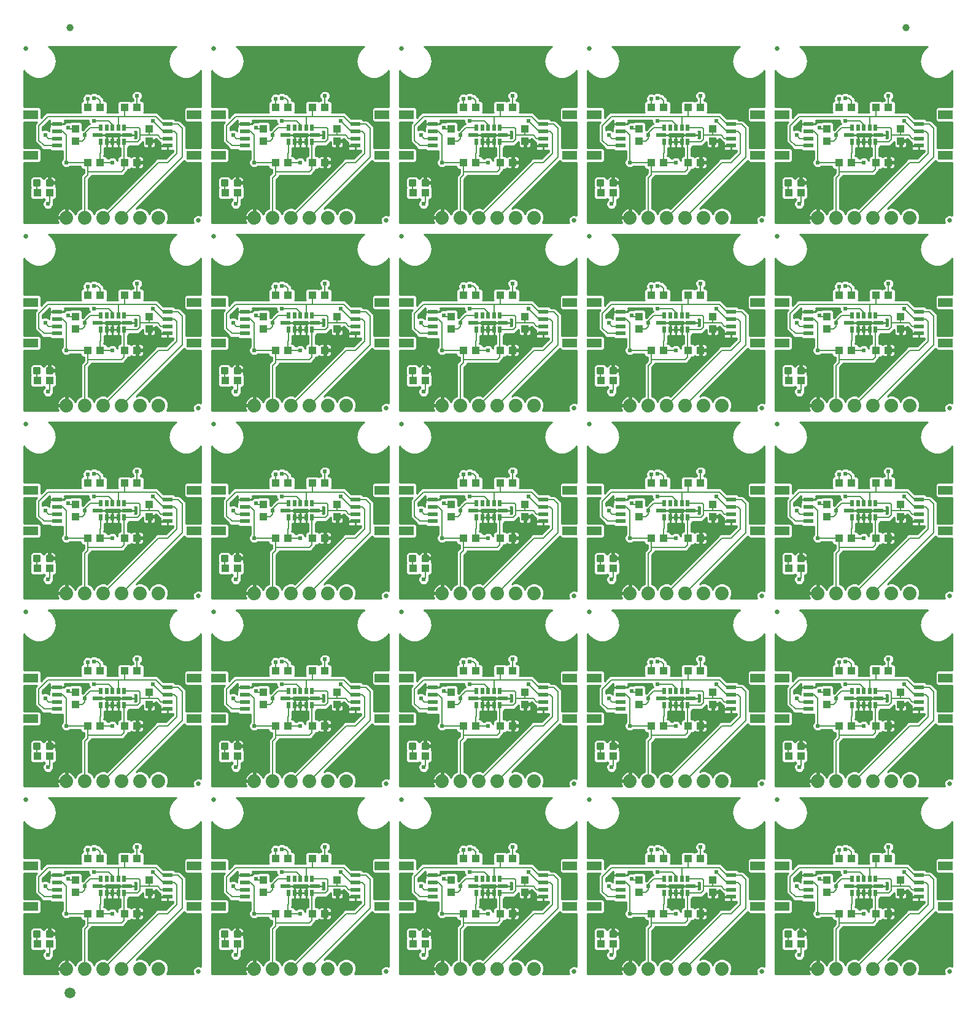
<source format=gtl>
G75*
%MOIN*%
%OFA0B0*%
%FSLAX25Y25*%
%IPPOS*%
%LPD*%
%AMOC8*
5,1,8,0,0,1.08239X$1,22.5*
%
%ADD10C,0.02500*%
%ADD11R,0.04331X0.03937*%
%ADD12R,0.07874X0.04724*%
%ADD13R,0.05315X0.02362*%
%ADD14C,0.07400*%
%ADD15R,0.03937X0.04331*%
%ADD16R,0.01969X0.03543*%
%ADD17R,0.05512X0.01969*%
%ADD18R,0.02283X0.00984*%
%ADD19C,0.01181*%
%ADD20C,0.03937*%
%ADD21C,0.05906*%
%ADD22C,0.00800*%
%ADD23C,0.00600*%
%ADD24C,0.02400*%
%ADD25C,0.01000*%
D10*
X0036342Y0125750D03*
X0129842Y0134250D03*
X0138342Y0125750D03*
X0231842Y0134250D03*
X0240342Y0125750D03*
X0333842Y0134250D03*
X0342342Y0125750D03*
X0435842Y0134250D03*
X0444342Y0125750D03*
X0537842Y0134250D03*
X0444342Y0227750D03*
X0435842Y0236250D03*
X0342342Y0227750D03*
X0333842Y0236250D03*
X0240342Y0227750D03*
X0231842Y0236250D03*
X0138342Y0227750D03*
X0129842Y0236250D03*
X0138342Y0329750D03*
X0129842Y0338250D03*
X0036342Y0329750D03*
X0036342Y0227750D03*
X0231842Y0338250D03*
X0240342Y0329750D03*
X0333842Y0338250D03*
X0342342Y0329750D03*
X0435842Y0338250D03*
X0444342Y0329750D03*
X0537842Y0338250D03*
X0537842Y0236250D03*
X0444342Y0431750D03*
X0435842Y0440250D03*
X0342342Y0431750D03*
X0333842Y0440250D03*
X0240342Y0431750D03*
X0231842Y0440250D03*
X0138342Y0431750D03*
X0129842Y0440250D03*
X0036342Y0431750D03*
X0036342Y0533750D03*
X0138342Y0533750D03*
X0240342Y0533750D03*
X0342342Y0533750D03*
X0444342Y0533750D03*
X0537842Y0440250D03*
X0537842Y0032250D03*
X0435842Y0032250D03*
X0333842Y0032250D03*
X0231842Y0032250D03*
X0129842Y0032250D03*
D11*
X0144495Y0047250D03*
X0151188Y0047250D03*
X0171995Y0063750D03*
X0178688Y0063750D03*
X0191995Y0063750D03*
X0198688Y0063750D03*
X0198688Y0093750D03*
X0191995Y0093750D03*
X0178688Y0093750D03*
X0171995Y0093750D03*
X0151188Y0149250D03*
X0144495Y0149250D03*
X0171995Y0165750D03*
X0178688Y0165750D03*
X0191995Y0165750D03*
X0198688Y0165750D03*
X0198688Y0195750D03*
X0191995Y0195750D03*
X0178688Y0195750D03*
X0171995Y0195750D03*
X0151188Y0251250D03*
X0144495Y0251250D03*
X0171995Y0267750D03*
X0178688Y0267750D03*
X0191995Y0267750D03*
X0198688Y0267750D03*
X0198688Y0297750D03*
X0191995Y0297750D03*
X0178688Y0297750D03*
X0171995Y0297750D03*
X0151188Y0353250D03*
X0144495Y0353250D03*
X0171995Y0369750D03*
X0178688Y0369750D03*
X0191995Y0369750D03*
X0198688Y0369750D03*
X0198688Y0399750D03*
X0191995Y0399750D03*
X0178688Y0399750D03*
X0171995Y0399750D03*
X0151188Y0455250D03*
X0144495Y0455250D03*
X0171995Y0471750D03*
X0178688Y0471750D03*
X0191995Y0471750D03*
X0198688Y0471750D03*
X0198688Y0501750D03*
X0191995Y0501750D03*
X0178688Y0501750D03*
X0171995Y0501750D03*
X0096688Y0501750D03*
X0089995Y0501750D03*
X0076688Y0501750D03*
X0069995Y0501750D03*
X0069995Y0471750D03*
X0076688Y0471750D03*
X0089995Y0471750D03*
X0096688Y0471750D03*
X0049188Y0455250D03*
X0042495Y0455250D03*
X0069995Y0399750D03*
X0076688Y0399750D03*
X0089995Y0399750D03*
X0096688Y0399750D03*
X0096688Y0369750D03*
X0089995Y0369750D03*
X0076688Y0369750D03*
X0069995Y0369750D03*
X0049188Y0353250D03*
X0042495Y0353250D03*
X0069995Y0297750D03*
X0076688Y0297750D03*
X0089995Y0297750D03*
X0096688Y0297750D03*
X0096688Y0267750D03*
X0089995Y0267750D03*
X0076688Y0267750D03*
X0069995Y0267750D03*
X0049188Y0251250D03*
X0042495Y0251250D03*
X0069995Y0195750D03*
X0076688Y0195750D03*
X0089995Y0195750D03*
X0096688Y0195750D03*
X0096688Y0165750D03*
X0089995Y0165750D03*
X0076688Y0165750D03*
X0069995Y0165750D03*
X0049188Y0149250D03*
X0042495Y0149250D03*
X0069995Y0093750D03*
X0076688Y0093750D03*
X0089995Y0093750D03*
X0096688Y0093750D03*
X0096688Y0063750D03*
X0089995Y0063750D03*
X0076688Y0063750D03*
X0069995Y0063750D03*
X0049188Y0047250D03*
X0042495Y0047250D03*
X0246495Y0047250D03*
X0253188Y0047250D03*
X0273995Y0063750D03*
X0280688Y0063750D03*
X0293995Y0063750D03*
X0300688Y0063750D03*
X0300688Y0093750D03*
X0293995Y0093750D03*
X0280688Y0093750D03*
X0273995Y0093750D03*
X0253188Y0149250D03*
X0246495Y0149250D03*
X0273995Y0165750D03*
X0280688Y0165750D03*
X0293995Y0165750D03*
X0300688Y0165750D03*
X0300688Y0195750D03*
X0293995Y0195750D03*
X0280688Y0195750D03*
X0273995Y0195750D03*
X0253188Y0251250D03*
X0246495Y0251250D03*
X0273995Y0267750D03*
X0280688Y0267750D03*
X0293995Y0267750D03*
X0300688Y0267750D03*
X0300688Y0297750D03*
X0293995Y0297750D03*
X0280688Y0297750D03*
X0273995Y0297750D03*
X0253188Y0353250D03*
X0246495Y0353250D03*
X0273995Y0369750D03*
X0280688Y0369750D03*
X0293995Y0369750D03*
X0300688Y0369750D03*
X0300688Y0399750D03*
X0293995Y0399750D03*
X0280688Y0399750D03*
X0273995Y0399750D03*
X0253188Y0455250D03*
X0246495Y0455250D03*
X0273995Y0471750D03*
X0280688Y0471750D03*
X0293995Y0471750D03*
X0300688Y0471750D03*
X0300688Y0501750D03*
X0293995Y0501750D03*
X0280688Y0501750D03*
X0273995Y0501750D03*
X0348495Y0455250D03*
X0355188Y0455250D03*
X0375995Y0471750D03*
X0382688Y0471750D03*
X0395995Y0471750D03*
X0402688Y0471750D03*
X0402688Y0501750D03*
X0395995Y0501750D03*
X0382688Y0501750D03*
X0375995Y0501750D03*
X0450495Y0455250D03*
X0457188Y0455250D03*
X0477995Y0471750D03*
X0484688Y0471750D03*
X0497995Y0471750D03*
X0504688Y0471750D03*
X0504688Y0501750D03*
X0497995Y0501750D03*
X0484688Y0501750D03*
X0477995Y0501750D03*
X0477995Y0399750D03*
X0484688Y0399750D03*
X0497995Y0399750D03*
X0504688Y0399750D03*
X0504688Y0369750D03*
X0497995Y0369750D03*
X0484688Y0369750D03*
X0477995Y0369750D03*
X0457188Y0353250D03*
X0450495Y0353250D03*
X0402688Y0369750D03*
X0395995Y0369750D03*
X0382688Y0369750D03*
X0375995Y0369750D03*
X0355188Y0353250D03*
X0348495Y0353250D03*
X0375995Y0399750D03*
X0382688Y0399750D03*
X0395995Y0399750D03*
X0402688Y0399750D03*
X0402688Y0297750D03*
X0395995Y0297750D03*
X0382688Y0297750D03*
X0375995Y0297750D03*
X0375995Y0267750D03*
X0382688Y0267750D03*
X0395995Y0267750D03*
X0402688Y0267750D03*
X0355188Y0251250D03*
X0348495Y0251250D03*
X0375995Y0195750D03*
X0382688Y0195750D03*
X0395995Y0195750D03*
X0402688Y0195750D03*
X0402688Y0165750D03*
X0395995Y0165750D03*
X0382688Y0165750D03*
X0375995Y0165750D03*
X0355188Y0149250D03*
X0348495Y0149250D03*
X0375995Y0093750D03*
X0382688Y0093750D03*
X0395995Y0093750D03*
X0402688Y0093750D03*
X0402688Y0063750D03*
X0395995Y0063750D03*
X0382688Y0063750D03*
X0375995Y0063750D03*
X0355188Y0047250D03*
X0348495Y0047250D03*
X0450495Y0047250D03*
X0457188Y0047250D03*
X0477995Y0063750D03*
X0484688Y0063750D03*
X0497995Y0063750D03*
X0504688Y0063750D03*
X0504688Y0093750D03*
X0497995Y0093750D03*
X0484688Y0093750D03*
X0477995Y0093750D03*
X0457188Y0149250D03*
X0450495Y0149250D03*
X0477995Y0165750D03*
X0484688Y0165750D03*
X0497995Y0165750D03*
X0504688Y0165750D03*
X0504688Y0195750D03*
X0497995Y0195750D03*
X0484688Y0195750D03*
X0477995Y0195750D03*
X0457188Y0251250D03*
X0450495Y0251250D03*
X0477995Y0267750D03*
X0484688Y0267750D03*
X0497995Y0267750D03*
X0504688Y0267750D03*
X0504688Y0297750D03*
X0497995Y0297750D03*
X0484688Y0297750D03*
X0477995Y0297750D03*
D12*
X0446873Y0293774D03*
X0433810Y0293774D03*
X0433810Y0271726D03*
X0446873Y0271726D03*
X0446873Y0191774D03*
X0433810Y0191774D03*
X0433810Y0169726D03*
X0446873Y0169726D03*
X0446873Y0089774D03*
X0433810Y0089774D03*
X0433810Y0067726D03*
X0446873Y0067726D03*
X0535810Y0067726D03*
X0535810Y0089774D03*
X0535810Y0169726D03*
X0535810Y0191774D03*
X0535810Y0271726D03*
X0535810Y0293774D03*
X0535810Y0373726D03*
X0535810Y0395774D03*
X0535810Y0475726D03*
X0535810Y0497774D03*
X0446873Y0497774D03*
X0433810Y0497774D03*
X0433810Y0475726D03*
X0446873Y0475726D03*
X0446873Y0395774D03*
X0433810Y0395774D03*
X0433810Y0373726D03*
X0446873Y0373726D03*
X0344873Y0373726D03*
X0331810Y0373726D03*
X0331810Y0395774D03*
X0344873Y0395774D03*
X0344873Y0475726D03*
X0331810Y0475726D03*
X0331810Y0497774D03*
X0344873Y0497774D03*
X0242873Y0497774D03*
X0229810Y0497774D03*
X0229810Y0475726D03*
X0242873Y0475726D03*
X0242873Y0395774D03*
X0229810Y0395774D03*
X0229810Y0373726D03*
X0242873Y0373726D03*
X0242873Y0293774D03*
X0229810Y0293774D03*
X0229810Y0271726D03*
X0242873Y0271726D03*
X0242873Y0191774D03*
X0229810Y0191774D03*
X0229810Y0169726D03*
X0242873Y0169726D03*
X0242873Y0089774D03*
X0229810Y0089774D03*
X0229810Y0067726D03*
X0242873Y0067726D03*
X0331810Y0067726D03*
X0344873Y0067726D03*
X0344873Y0089774D03*
X0331810Y0089774D03*
X0331810Y0169726D03*
X0344873Y0169726D03*
X0344873Y0191774D03*
X0331810Y0191774D03*
X0331810Y0271726D03*
X0344873Y0271726D03*
X0344873Y0293774D03*
X0331810Y0293774D03*
X0140873Y0293774D03*
X0127810Y0293774D03*
X0127810Y0271726D03*
X0140873Y0271726D03*
X0140873Y0191774D03*
X0127810Y0191774D03*
X0127810Y0169726D03*
X0140873Y0169726D03*
X0140873Y0089774D03*
X0127810Y0089774D03*
X0127810Y0067726D03*
X0140873Y0067726D03*
X0038873Y0067726D03*
X0038873Y0089774D03*
X0038873Y0169726D03*
X0038873Y0191774D03*
X0038873Y0271726D03*
X0038873Y0293774D03*
X0038873Y0373726D03*
X0038873Y0395774D03*
X0038873Y0475726D03*
X0038873Y0497774D03*
X0127810Y0497774D03*
X0140873Y0497774D03*
X0140873Y0475726D03*
X0127810Y0475726D03*
X0127810Y0395774D03*
X0140873Y0395774D03*
X0140873Y0373726D03*
X0127810Y0373726D03*
D13*
X0113342Y0378844D03*
X0113342Y0382781D03*
X0113342Y0386719D03*
X0113342Y0390656D03*
X0155342Y0390656D03*
X0155342Y0386719D03*
X0155342Y0382781D03*
X0155342Y0378844D03*
X0215342Y0378844D03*
X0215342Y0382781D03*
X0215342Y0386719D03*
X0215342Y0390656D03*
X0257342Y0390656D03*
X0257342Y0386719D03*
X0257342Y0382781D03*
X0257342Y0378844D03*
X0317342Y0378844D03*
X0317342Y0382781D03*
X0317342Y0386719D03*
X0317342Y0390656D03*
X0359342Y0390656D03*
X0359342Y0386719D03*
X0359342Y0382781D03*
X0359342Y0378844D03*
X0419342Y0378844D03*
X0419342Y0382781D03*
X0419342Y0386719D03*
X0419342Y0390656D03*
X0461342Y0390656D03*
X0461342Y0386719D03*
X0461342Y0382781D03*
X0461342Y0378844D03*
X0521342Y0378844D03*
X0521342Y0382781D03*
X0521342Y0386719D03*
X0521342Y0390656D03*
X0521342Y0480844D03*
X0521342Y0484781D03*
X0521342Y0488719D03*
X0521342Y0492656D03*
X0461342Y0492656D03*
X0461342Y0488719D03*
X0461342Y0484781D03*
X0461342Y0480844D03*
X0419342Y0480844D03*
X0419342Y0484781D03*
X0419342Y0488719D03*
X0419342Y0492656D03*
X0359342Y0492656D03*
X0359342Y0488719D03*
X0359342Y0484781D03*
X0359342Y0480844D03*
X0317342Y0480844D03*
X0317342Y0484781D03*
X0317342Y0488719D03*
X0317342Y0492656D03*
X0257342Y0492656D03*
X0257342Y0488719D03*
X0257342Y0484781D03*
X0257342Y0480844D03*
X0215342Y0480844D03*
X0215342Y0484781D03*
X0215342Y0488719D03*
X0215342Y0492656D03*
X0155342Y0492656D03*
X0155342Y0488719D03*
X0155342Y0484781D03*
X0155342Y0480844D03*
X0113342Y0480844D03*
X0113342Y0484781D03*
X0113342Y0488719D03*
X0113342Y0492656D03*
X0053342Y0492656D03*
X0053342Y0488719D03*
X0053342Y0484781D03*
X0053342Y0480844D03*
X0053342Y0390656D03*
X0053342Y0386719D03*
X0053342Y0382781D03*
X0053342Y0378844D03*
X0053342Y0288656D03*
X0053342Y0284719D03*
X0053342Y0280781D03*
X0053342Y0276844D03*
X0113342Y0276844D03*
X0113342Y0280781D03*
X0113342Y0284719D03*
X0113342Y0288656D03*
X0155342Y0288656D03*
X0155342Y0284719D03*
X0155342Y0280781D03*
X0155342Y0276844D03*
X0215342Y0276844D03*
X0215342Y0280781D03*
X0215342Y0284719D03*
X0215342Y0288656D03*
X0257342Y0288656D03*
X0257342Y0284719D03*
X0257342Y0280781D03*
X0257342Y0276844D03*
X0317342Y0276844D03*
X0317342Y0280781D03*
X0317342Y0284719D03*
X0317342Y0288656D03*
X0359342Y0288656D03*
X0359342Y0284719D03*
X0359342Y0280781D03*
X0359342Y0276844D03*
X0419342Y0276844D03*
X0419342Y0280781D03*
X0419342Y0284719D03*
X0419342Y0288656D03*
X0461342Y0288656D03*
X0461342Y0284719D03*
X0461342Y0280781D03*
X0461342Y0276844D03*
X0521342Y0276844D03*
X0521342Y0280781D03*
X0521342Y0284719D03*
X0521342Y0288656D03*
X0521342Y0186656D03*
X0521342Y0182719D03*
X0521342Y0178781D03*
X0521342Y0174844D03*
X0461342Y0174844D03*
X0461342Y0178781D03*
X0461342Y0182719D03*
X0461342Y0186656D03*
X0419342Y0186656D03*
X0419342Y0182719D03*
X0419342Y0178781D03*
X0419342Y0174844D03*
X0359342Y0174844D03*
X0359342Y0178781D03*
X0359342Y0182719D03*
X0359342Y0186656D03*
X0317342Y0186656D03*
X0317342Y0182719D03*
X0317342Y0178781D03*
X0317342Y0174844D03*
X0257342Y0174844D03*
X0257342Y0178781D03*
X0257342Y0182719D03*
X0257342Y0186656D03*
X0215342Y0186656D03*
X0215342Y0182719D03*
X0215342Y0178781D03*
X0215342Y0174844D03*
X0155342Y0174844D03*
X0155342Y0178781D03*
X0155342Y0182719D03*
X0155342Y0186656D03*
X0113342Y0186656D03*
X0113342Y0182719D03*
X0113342Y0178781D03*
X0113342Y0174844D03*
X0053342Y0174844D03*
X0053342Y0178781D03*
X0053342Y0182719D03*
X0053342Y0186656D03*
X0053342Y0084656D03*
X0053342Y0080719D03*
X0053342Y0076781D03*
X0053342Y0072844D03*
X0113342Y0072844D03*
X0113342Y0076781D03*
X0113342Y0080719D03*
X0113342Y0084656D03*
X0155342Y0084656D03*
X0155342Y0080719D03*
X0155342Y0076781D03*
X0155342Y0072844D03*
X0215342Y0072844D03*
X0215342Y0076781D03*
X0215342Y0080719D03*
X0215342Y0084656D03*
X0257342Y0084656D03*
X0257342Y0080719D03*
X0257342Y0076781D03*
X0257342Y0072844D03*
X0317342Y0072844D03*
X0317342Y0076781D03*
X0317342Y0080719D03*
X0317342Y0084656D03*
X0359342Y0084656D03*
X0359342Y0080719D03*
X0359342Y0076781D03*
X0359342Y0072844D03*
X0419342Y0072844D03*
X0419342Y0076781D03*
X0419342Y0080719D03*
X0419342Y0084656D03*
X0461342Y0084656D03*
X0461342Y0080719D03*
X0461342Y0076781D03*
X0461342Y0072844D03*
X0521342Y0072844D03*
X0521342Y0076781D03*
X0521342Y0080719D03*
X0521342Y0084656D03*
D14*
X0516342Y0033750D03*
X0506342Y0033750D03*
X0496342Y0033750D03*
X0486342Y0033750D03*
X0476342Y0033750D03*
X0466342Y0033750D03*
X0414342Y0033750D03*
X0404342Y0033750D03*
X0394342Y0033750D03*
X0384342Y0033750D03*
X0374342Y0033750D03*
X0364342Y0033750D03*
X0312342Y0033750D03*
X0302342Y0033750D03*
X0292342Y0033750D03*
X0282342Y0033750D03*
X0272342Y0033750D03*
X0262342Y0033750D03*
X0210342Y0033750D03*
X0200342Y0033750D03*
X0190342Y0033750D03*
X0180342Y0033750D03*
X0170342Y0033750D03*
X0160342Y0033750D03*
X0108342Y0033750D03*
X0098342Y0033750D03*
X0088342Y0033750D03*
X0078342Y0033750D03*
X0068342Y0033750D03*
X0058342Y0033750D03*
X0058342Y0135750D03*
X0068342Y0135750D03*
X0078342Y0135750D03*
X0088342Y0135750D03*
X0098342Y0135750D03*
X0108342Y0135750D03*
X0160342Y0135750D03*
X0170342Y0135750D03*
X0180342Y0135750D03*
X0190342Y0135750D03*
X0200342Y0135750D03*
X0210342Y0135750D03*
X0262342Y0135750D03*
X0272342Y0135750D03*
X0282342Y0135750D03*
X0292342Y0135750D03*
X0302342Y0135750D03*
X0312342Y0135750D03*
X0364342Y0135750D03*
X0374342Y0135750D03*
X0384342Y0135750D03*
X0394342Y0135750D03*
X0404342Y0135750D03*
X0414342Y0135750D03*
X0466342Y0135750D03*
X0476342Y0135750D03*
X0486342Y0135750D03*
X0496342Y0135750D03*
X0506342Y0135750D03*
X0516342Y0135750D03*
X0516342Y0237750D03*
X0506342Y0237750D03*
X0496342Y0237750D03*
X0486342Y0237750D03*
X0476342Y0237750D03*
X0466342Y0237750D03*
X0414342Y0237750D03*
X0404342Y0237750D03*
X0394342Y0237750D03*
X0384342Y0237750D03*
X0374342Y0237750D03*
X0364342Y0237750D03*
X0312342Y0237750D03*
X0302342Y0237750D03*
X0292342Y0237750D03*
X0282342Y0237750D03*
X0272342Y0237750D03*
X0262342Y0237750D03*
X0210342Y0237750D03*
X0200342Y0237750D03*
X0190342Y0237750D03*
X0180342Y0237750D03*
X0170342Y0237750D03*
X0160342Y0237750D03*
X0108342Y0237750D03*
X0098342Y0237750D03*
X0088342Y0237750D03*
X0078342Y0237750D03*
X0068342Y0237750D03*
X0058342Y0237750D03*
X0058342Y0339750D03*
X0068342Y0339750D03*
X0078342Y0339750D03*
X0088342Y0339750D03*
X0098342Y0339750D03*
X0108342Y0339750D03*
X0160342Y0339750D03*
X0170342Y0339750D03*
X0180342Y0339750D03*
X0190342Y0339750D03*
X0200342Y0339750D03*
X0210342Y0339750D03*
X0262342Y0339750D03*
X0272342Y0339750D03*
X0282342Y0339750D03*
X0292342Y0339750D03*
X0302342Y0339750D03*
X0312342Y0339750D03*
X0364342Y0339750D03*
X0374342Y0339750D03*
X0384342Y0339750D03*
X0394342Y0339750D03*
X0404342Y0339750D03*
X0414342Y0339750D03*
X0466342Y0339750D03*
X0476342Y0339750D03*
X0486342Y0339750D03*
X0496342Y0339750D03*
X0506342Y0339750D03*
X0516342Y0339750D03*
X0516342Y0441750D03*
X0506342Y0441750D03*
X0496342Y0441750D03*
X0486342Y0441750D03*
X0476342Y0441750D03*
X0466342Y0441750D03*
X0414342Y0441750D03*
X0404342Y0441750D03*
X0394342Y0441750D03*
X0384342Y0441750D03*
X0374342Y0441750D03*
X0364342Y0441750D03*
X0312342Y0441750D03*
X0302342Y0441750D03*
X0292342Y0441750D03*
X0282342Y0441750D03*
X0272342Y0441750D03*
X0262342Y0441750D03*
X0210342Y0441750D03*
X0200342Y0441750D03*
X0190342Y0441750D03*
X0180342Y0441750D03*
X0170342Y0441750D03*
X0160342Y0441750D03*
X0108342Y0441750D03*
X0098342Y0441750D03*
X0088342Y0441750D03*
X0078342Y0441750D03*
X0068342Y0441750D03*
X0058342Y0441750D03*
D15*
X0063342Y0483404D03*
X0063342Y0490096D03*
X0103342Y0490096D03*
X0103342Y0483404D03*
X0165342Y0483404D03*
X0165342Y0490096D03*
X0205342Y0490096D03*
X0205342Y0483404D03*
X0267342Y0483404D03*
X0267342Y0490096D03*
X0307342Y0490096D03*
X0307342Y0483404D03*
X0369342Y0483404D03*
X0369342Y0490096D03*
X0409342Y0490096D03*
X0409342Y0483404D03*
X0471342Y0483404D03*
X0471342Y0490096D03*
X0511342Y0490096D03*
X0511342Y0483404D03*
X0511342Y0388096D03*
X0511342Y0381404D03*
X0471342Y0381404D03*
X0471342Y0388096D03*
X0409342Y0388096D03*
X0409342Y0381404D03*
X0369342Y0381404D03*
X0369342Y0388096D03*
X0307342Y0388096D03*
X0307342Y0381404D03*
X0267342Y0381404D03*
X0267342Y0388096D03*
X0205342Y0388096D03*
X0205342Y0381404D03*
X0165342Y0381404D03*
X0165342Y0388096D03*
X0103342Y0388096D03*
X0103342Y0381404D03*
X0063342Y0381404D03*
X0063342Y0388096D03*
X0063342Y0286096D03*
X0063342Y0279404D03*
X0103342Y0279404D03*
X0103342Y0286096D03*
X0165342Y0286096D03*
X0165342Y0279404D03*
X0205342Y0279404D03*
X0205342Y0286096D03*
X0267342Y0286096D03*
X0267342Y0279404D03*
X0307342Y0279404D03*
X0307342Y0286096D03*
X0369342Y0286096D03*
X0369342Y0279404D03*
X0409342Y0279404D03*
X0409342Y0286096D03*
X0471342Y0286096D03*
X0471342Y0279404D03*
X0511342Y0279404D03*
X0511342Y0286096D03*
X0511342Y0184096D03*
X0511342Y0177404D03*
X0471342Y0177404D03*
X0471342Y0184096D03*
X0409342Y0184096D03*
X0409342Y0177404D03*
X0369342Y0177404D03*
X0369342Y0184096D03*
X0307342Y0184096D03*
X0307342Y0177404D03*
X0267342Y0177404D03*
X0267342Y0184096D03*
X0205342Y0184096D03*
X0205342Y0177404D03*
X0165342Y0177404D03*
X0165342Y0184096D03*
X0103342Y0184096D03*
X0103342Y0177404D03*
X0063342Y0177404D03*
X0063342Y0184096D03*
X0063342Y0082096D03*
X0063342Y0075404D03*
X0103342Y0075404D03*
X0103342Y0082096D03*
X0165342Y0082096D03*
X0165342Y0075404D03*
X0205342Y0075404D03*
X0205342Y0082096D03*
X0267342Y0082096D03*
X0267342Y0075404D03*
X0307342Y0075404D03*
X0307342Y0082096D03*
X0369342Y0082096D03*
X0369342Y0075404D03*
X0409342Y0075404D03*
X0409342Y0082096D03*
X0471342Y0082096D03*
X0471342Y0075404D03*
X0511342Y0075404D03*
X0511342Y0082096D03*
D16*
X0497641Y0082687D03*
X0494491Y0082687D03*
X0491342Y0082687D03*
X0488192Y0082687D03*
X0485043Y0082687D03*
X0485043Y0074813D03*
X0488192Y0074813D03*
X0491342Y0074813D03*
X0494491Y0074813D03*
X0497641Y0074813D03*
X0395641Y0074813D03*
X0392491Y0074813D03*
X0389342Y0074813D03*
X0386192Y0074813D03*
X0383043Y0074813D03*
X0383043Y0082687D03*
X0386192Y0082687D03*
X0389342Y0082687D03*
X0392491Y0082687D03*
X0395641Y0082687D03*
X0395641Y0176813D03*
X0392491Y0176813D03*
X0389342Y0176813D03*
X0386192Y0176813D03*
X0383043Y0176813D03*
X0383043Y0184687D03*
X0386192Y0184687D03*
X0389342Y0184687D03*
X0392491Y0184687D03*
X0395641Y0184687D03*
X0485043Y0184687D03*
X0488192Y0184687D03*
X0491342Y0184687D03*
X0494491Y0184687D03*
X0497641Y0184687D03*
X0497641Y0176813D03*
X0494491Y0176813D03*
X0491342Y0176813D03*
X0488192Y0176813D03*
X0485043Y0176813D03*
X0485043Y0278813D03*
X0488192Y0278813D03*
X0491342Y0278813D03*
X0494491Y0278813D03*
X0497641Y0278813D03*
X0497641Y0286687D03*
X0494491Y0286687D03*
X0491342Y0286687D03*
X0488192Y0286687D03*
X0485043Y0286687D03*
X0395641Y0286687D03*
X0392491Y0286687D03*
X0389342Y0286687D03*
X0386192Y0286687D03*
X0383043Y0286687D03*
X0383043Y0278813D03*
X0386192Y0278813D03*
X0389342Y0278813D03*
X0392491Y0278813D03*
X0395641Y0278813D03*
X0293641Y0278813D03*
X0290491Y0278813D03*
X0287342Y0278813D03*
X0284192Y0278813D03*
X0281043Y0278813D03*
X0281043Y0286687D03*
X0284192Y0286687D03*
X0287342Y0286687D03*
X0290491Y0286687D03*
X0293641Y0286687D03*
X0293641Y0380813D03*
X0290491Y0380813D03*
X0287342Y0380813D03*
X0284192Y0380813D03*
X0281043Y0380813D03*
X0281043Y0388687D03*
X0284192Y0388687D03*
X0287342Y0388687D03*
X0290491Y0388687D03*
X0293641Y0388687D03*
X0383043Y0388687D03*
X0386192Y0388687D03*
X0389342Y0388687D03*
X0392491Y0388687D03*
X0395641Y0388687D03*
X0395641Y0380813D03*
X0392491Y0380813D03*
X0389342Y0380813D03*
X0386192Y0380813D03*
X0383043Y0380813D03*
X0485043Y0380813D03*
X0488192Y0380813D03*
X0491342Y0380813D03*
X0494491Y0380813D03*
X0497641Y0380813D03*
X0497641Y0388687D03*
X0494491Y0388687D03*
X0491342Y0388687D03*
X0488192Y0388687D03*
X0485043Y0388687D03*
X0485043Y0482813D03*
X0488192Y0482813D03*
X0491342Y0482813D03*
X0494491Y0482813D03*
X0497641Y0482813D03*
X0497641Y0490687D03*
X0494491Y0490687D03*
X0491342Y0490687D03*
X0488192Y0490687D03*
X0485043Y0490687D03*
X0395641Y0490687D03*
X0392491Y0490687D03*
X0389342Y0490687D03*
X0386192Y0490687D03*
X0383043Y0490687D03*
X0383043Y0482813D03*
X0386192Y0482813D03*
X0389342Y0482813D03*
X0392491Y0482813D03*
X0395641Y0482813D03*
X0293641Y0482813D03*
X0290491Y0482813D03*
X0287342Y0482813D03*
X0284192Y0482813D03*
X0281043Y0482813D03*
X0281043Y0490687D03*
X0284192Y0490687D03*
X0287342Y0490687D03*
X0290491Y0490687D03*
X0293641Y0490687D03*
X0191641Y0490687D03*
X0188491Y0490687D03*
X0185342Y0490687D03*
X0182192Y0490687D03*
X0179043Y0490687D03*
X0179043Y0482813D03*
X0182192Y0482813D03*
X0185342Y0482813D03*
X0188491Y0482813D03*
X0191641Y0482813D03*
X0191641Y0388687D03*
X0188491Y0388687D03*
X0185342Y0388687D03*
X0182192Y0388687D03*
X0179043Y0388687D03*
X0179043Y0380813D03*
X0182192Y0380813D03*
X0185342Y0380813D03*
X0188491Y0380813D03*
X0191641Y0380813D03*
X0191641Y0286687D03*
X0188491Y0286687D03*
X0185342Y0286687D03*
X0182192Y0286687D03*
X0179043Y0286687D03*
X0179043Y0278813D03*
X0182192Y0278813D03*
X0185342Y0278813D03*
X0188491Y0278813D03*
X0191641Y0278813D03*
X0191641Y0184687D03*
X0188491Y0184687D03*
X0185342Y0184687D03*
X0182192Y0184687D03*
X0179043Y0184687D03*
X0179043Y0176813D03*
X0182192Y0176813D03*
X0185342Y0176813D03*
X0188491Y0176813D03*
X0191641Y0176813D03*
X0281043Y0176813D03*
X0284192Y0176813D03*
X0287342Y0176813D03*
X0290491Y0176813D03*
X0293641Y0176813D03*
X0293641Y0184687D03*
X0290491Y0184687D03*
X0287342Y0184687D03*
X0284192Y0184687D03*
X0281043Y0184687D03*
X0281043Y0082687D03*
X0284192Y0082687D03*
X0287342Y0082687D03*
X0290491Y0082687D03*
X0293641Y0082687D03*
X0293641Y0074813D03*
X0290491Y0074813D03*
X0287342Y0074813D03*
X0284192Y0074813D03*
X0281043Y0074813D03*
X0191641Y0074813D03*
X0188491Y0074813D03*
X0185342Y0074813D03*
X0182192Y0074813D03*
X0179043Y0074813D03*
X0179043Y0082687D03*
X0182192Y0082687D03*
X0185342Y0082687D03*
X0188491Y0082687D03*
X0191641Y0082687D03*
X0089641Y0082687D03*
X0086491Y0082687D03*
X0083342Y0082687D03*
X0080192Y0082687D03*
X0077043Y0082687D03*
X0077043Y0074813D03*
X0080192Y0074813D03*
X0083342Y0074813D03*
X0086491Y0074813D03*
X0089641Y0074813D03*
X0089641Y0176813D03*
X0086491Y0176813D03*
X0083342Y0176813D03*
X0080192Y0176813D03*
X0077043Y0176813D03*
X0077043Y0184687D03*
X0080192Y0184687D03*
X0083342Y0184687D03*
X0086491Y0184687D03*
X0089641Y0184687D03*
X0089641Y0278813D03*
X0086491Y0278813D03*
X0083342Y0278813D03*
X0080192Y0278813D03*
X0077043Y0278813D03*
X0077043Y0286687D03*
X0080192Y0286687D03*
X0083342Y0286687D03*
X0086491Y0286687D03*
X0089641Y0286687D03*
X0089641Y0380813D03*
X0086491Y0380813D03*
X0083342Y0380813D03*
X0080192Y0380813D03*
X0077043Y0380813D03*
X0077043Y0388687D03*
X0080192Y0388687D03*
X0083342Y0388687D03*
X0086491Y0388687D03*
X0089641Y0388687D03*
X0089641Y0482813D03*
X0086491Y0482813D03*
X0083342Y0482813D03*
X0080192Y0482813D03*
X0077043Y0482813D03*
X0077043Y0490687D03*
X0080192Y0490687D03*
X0083342Y0490687D03*
X0086491Y0490687D03*
X0089641Y0490687D03*
D17*
X0091413Y0486750D03*
X0075271Y0486750D03*
X0177271Y0486750D03*
X0193413Y0486750D03*
X0279271Y0486750D03*
X0295413Y0486750D03*
X0381271Y0486750D03*
X0397413Y0486750D03*
X0483271Y0486750D03*
X0499413Y0486750D03*
X0499413Y0384750D03*
X0483271Y0384750D03*
X0397413Y0384750D03*
X0381271Y0384750D03*
X0295413Y0384750D03*
X0279271Y0384750D03*
X0193413Y0384750D03*
X0177271Y0384750D03*
X0091413Y0384750D03*
X0075271Y0384750D03*
X0075271Y0282750D03*
X0091413Y0282750D03*
X0177271Y0282750D03*
X0193413Y0282750D03*
X0279271Y0282750D03*
X0295413Y0282750D03*
X0381271Y0282750D03*
X0397413Y0282750D03*
X0483271Y0282750D03*
X0499413Y0282750D03*
X0499413Y0180750D03*
X0483271Y0180750D03*
X0397413Y0180750D03*
X0381271Y0180750D03*
X0295413Y0180750D03*
X0279271Y0180750D03*
X0193413Y0180750D03*
X0177271Y0180750D03*
X0091413Y0180750D03*
X0075271Y0180750D03*
X0075271Y0078750D03*
X0091413Y0078750D03*
X0177271Y0078750D03*
X0193413Y0078750D03*
X0279271Y0078750D03*
X0295413Y0078750D03*
X0381271Y0078750D03*
X0397413Y0078750D03*
X0483271Y0078750D03*
X0499413Y0078750D03*
D18*
X0497798Y0076093D03*
X0395798Y0076093D03*
X0293798Y0076093D03*
X0191798Y0076093D03*
X0089798Y0076093D03*
X0089798Y0178093D03*
X0191798Y0178093D03*
X0293798Y0178093D03*
X0395798Y0178093D03*
X0497798Y0178093D03*
X0497798Y0280093D03*
X0395798Y0280093D03*
X0293798Y0280093D03*
X0191798Y0280093D03*
X0089798Y0280093D03*
X0089798Y0382093D03*
X0089798Y0484093D03*
X0191798Y0484093D03*
X0191798Y0382093D03*
X0293798Y0382093D03*
X0293798Y0484093D03*
X0395798Y0484093D03*
X0395798Y0382093D03*
X0497798Y0382093D03*
X0497798Y0484093D03*
D19*
X0455917Y0462128D02*
X0455917Y0459372D01*
X0455917Y0462128D02*
X0458673Y0462128D01*
X0458673Y0459372D01*
X0455917Y0459372D01*
X0455917Y0460494D02*
X0458673Y0460494D01*
X0458673Y0461616D02*
X0455917Y0461616D01*
X0449011Y0462128D02*
X0449011Y0459372D01*
X0449011Y0462128D02*
X0451767Y0462128D01*
X0451767Y0459372D01*
X0449011Y0459372D01*
X0449011Y0460494D02*
X0451767Y0460494D01*
X0451767Y0461616D02*
X0449011Y0461616D01*
X0353917Y0462128D02*
X0353917Y0459372D01*
X0353917Y0462128D02*
X0356673Y0462128D01*
X0356673Y0459372D01*
X0353917Y0459372D01*
X0353917Y0460494D02*
X0356673Y0460494D01*
X0356673Y0461616D02*
X0353917Y0461616D01*
X0347011Y0462128D02*
X0347011Y0459372D01*
X0347011Y0462128D02*
X0349767Y0462128D01*
X0349767Y0459372D01*
X0347011Y0459372D01*
X0347011Y0460494D02*
X0349767Y0460494D01*
X0349767Y0461616D02*
X0347011Y0461616D01*
X0251917Y0462128D02*
X0251917Y0459372D01*
X0251917Y0462128D02*
X0254673Y0462128D01*
X0254673Y0459372D01*
X0251917Y0459372D01*
X0251917Y0460494D02*
X0254673Y0460494D01*
X0254673Y0461616D02*
X0251917Y0461616D01*
X0245011Y0462128D02*
X0245011Y0459372D01*
X0245011Y0462128D02*
X0247767Y0462128D01*
X0247767Y0459372D01*
X0245011Y0459372D01*
X0245011Y0460494D02*
X0247767Y0460494D01*
X0247767Y0461616D02*
X0245011Y0461616D01*
X0149917Y0462128D02*
X0149917Y0459372D01*
X0149917Y0462128D02*
X0152673Y0462128D01*
X0152673Y0459372D01*
X0149917Y0459372D01*
X0149917Y0460494D02*
X0152673Y0460494D01*
X0152673Y0461616D02*
X0149917Y0461616D01*
X0143011Y0462128D02*
X0143011Y0459372D01*
X0143011Y0462128D02*
X0145767Y0462128D01*
X0145767Y0459372D01*
X0143011Y0459372D01*
X0143011Y0460494D02*
X0145767Y0460494D01*
X0145767Y0461616D02*
X0143011Y0461616D01*
X0047917Y0462128D02*
X0047917Y0459372D01*
X0047917Y0462128D02*
X0050673Y0462128D01*
X0050673Y0459372D01*
X0047917Y0459372D01*
X0047917Y0460494D02*
X0050673Y0460494D01*
X0050673Y0461616D02*
X0047917Y0461616D01*
X0041011Y0462128D02*
X0041011Y0459372D01*
X0041011Y0462128D02*
X0043767Y0462128D01*
X0043767Y0459372D01*
X0041011Y0459372D01*
X0041011Y0460494D02*
X0043767Y0460494D01*
X0043767Y0461616D02*
X0041011Y0461616D01*
X0041011Y0360128D02*
X0041011Y0357372D01*
X0041011Y0360128D02*
X0043767Y0360128D01*
X0043767Y0357372D01*
X0041011Y0357372D01*
X0041011Y0358494D02*
X0043767Y0358494D01*
X0043767Y0359616D02*
X0041011Y0359616D01*
X0047917Y0360128D02*
X0047917Y0357372D01*
X0047917Y0360128D02*
X0050673Y0360128D01*
X0050673Y0357372D01*
X0047917Y0357372D01*
X0047917Y0358494D02*
X0050673Y0358494D01*
X0050673Y0359616D02*
X0047917Y0359616D01*
X0143011Y0360128D02*
X0143011Y0357372D01*
X0143011Y0360128D02*
X0145767Y0360128D01*
X0145767Y0357372D01*
X0143011Y0357372D01*
X0143011Y0358494D02*
X0145767Y0358494D01*
X0145767Y0359616D02*
X0143011Y0359616D01*
X0149917Y0360128D02*
X0149917Y0357372D01*
X0149917Y0360128D02*
X0152673Y0360128D01*
X0152673Y0357372D01*
X0149917Y0357372D01*
X0149917Y0358494D02*
X0152673Y0358494D01*
X0152673Y0359616D02*
X0149917Y0359616D01*
X0245011Y0360128D02*
X0245011Y0357372D01*
X0245011Y0360128D02*
X0247767Y0360128D01*
X0247767Y0357372D01*
X0245011Y0357372D01*
X0245011Y0358494D02*
X0247767Y0358494D01*
X0247767Y0359616D02*
X0245011Y0359616D01*
X0251917Y0360128D02*
X0251917Y0357372D01*
X0251917Y0360128D02*
X0254673Y0360128D01*
X0254673Y0357372D01*
X0251917Y0357372D01*
X0251917Y0358494D02*
X0254673Y0358494D01*
X0254673Y0359616D02*
X0251917Y0359616D01*
X0347011Y0360128D02*
X0347011Y0357372D01*
X0347011Y0360128D02*
X0349767Y0360128D01*
X0349767Y0357372D01*
X0347011Y0357372D01*
X0347011Y0358494D02*
X0349767Y0358494D01*
X0349767Y0359616D02*
X0347011Y0359616D01*
X0353917Y0360128D02*
X0353917Y0357372D01*
X0353917Y0360128D02*
X0356673Y0360128D01*
X0356673Y0357372D01*
X0353917Y0357372D01*
X0353917Y0358494D02*
X0356673Y0358494D01*
X0356673Y0359616D02*
X0353917Y0359616D01*
X0449011Y0360128D02*
X0449011Y0357372D01*
X0449011Y0360128D02*
X0451767Y0360128D01*
X0451767Y0357372D01*
X0449011Y0357372D01*
X0449011Y0358494D02*
X0451767Y0358494D01*
X0451767Y0359616D02*
X0449011Y0359616D01*
X0455917Y0360128D02*
X0455917Y0357372D01*
X0455917Y0360128D02*
X0458673Y0360128D01*
X0458673Y0357372D01*
X0455917Y0357372D01*
X0455917Y0358494D02*
X0458673Y0358494D01*
X0458673Y0359616D02*
X0455917Y0359616D01*
X0455917Y0258128D02*
X0455917Y0255372D01*
X0455917Y0258128D02*
X0458673Y0258128D01*
X0458673Y0255372D01*
X0455917Y0255372D01*
X0455917Y0256494D02*
X0458673Y0256494D01*
X0458673Y0257616D02*
X0455917Y0257616D01*
X0449011Y0258128D02*
X0449011Y0255372D01*
X0449011Y0258128D02*
X0451767Y0258128D01*
X0451767Y0255372D01*
X0449011Y0255372D01*
X0449011Y0256494D02*
X0451767Y0256494D01*
X0451767Y0257616D02*
X0449011Y0257616D01*
X0353917Y0258128D02*
X0353917Y0255372D01*
X0353917Y0258128D02*
X0356673Y0258128D01*
X0356673Y0255372D01*
X0353917Y0255372D01*
X0353917Y0256494D02*
X0356673Y0256494D01*
X0356673Y0257616D02*
X0353917Y0257616D01*
X0347011Y0258128D02*
X0347011Y0255372D01*
X0347011Y0258128D02*
X0349767Y0258128D01*
X0349767Y0255372D01*
X0347011Y0255372D01*
X0347011Y0256494D02*
X0349767Y0256494D01*
X0349767Y0257616D02*
X0347011Y0257616D01*
X0251917Y0258128D02*
X0251917Y0255372D01*
X0251917Y0258128D02*
X0254673Y0258128D01*
X0254673Y0255372D01*
X0251917Y0255372D01*
X0251917Y0256494D02*
X0254673Y0256494D01*
X0254673Y0257616D02*
X0251917Y0257616D01*
X0245011Y0258128D02*
X0245011Y0255372D01*
X0245011Y0258128D02*
X0247767Y0258128D01*
X0247767Y0255372D01*
X0245011Y0255372D01*
X0245011Y0256494D02*
X0247767Y0256494D01*
X0247767Y0257616D02*
X0245011Y0257616D01*
X0149917Y0258128D02*
X0149917Y0255372D01*
X0149917Y0258128D02*
X0152673Y0258128D01*
X0152673Y0255372D01*
X0149917Y0255372D01*
X0149917Y0256494D02*
X0152673Y0256494D01*
X0152673Y0257616D02*
X0149917Y0257616D01*
X0143011Y0258128D02*
X0143011Y0255372D01*
X0143011Y0258128D02*
X0145767Y0258128D01*
X0145767Y0255372D01*
X0143011Y0255372D01*
X0143011Y0256494D02*
X0145767Y0256494D01*
X0145767Y0257616D02*
X0143011Y0257616D01*
X0047917Y0258128D02*
X0047917Y0255372D01*
X0047917Y0258128D02*
X0050673Y0258128D01*
X0050673Y0255372D01*
X0047917Y0255372D01*
X0047917Y0256494D02*
X0050673Y0256494D01*
X0050673Y0257616D02*
X0047917Y0257616D01*
X0041011Y0258128D02*
X0041011Y0255372D01*
X0041011Y0258128D02*
X0043767Y0258128D01*
X0043767Y0255372D01*
X0041011Y0255372D01*
X0041011Y0256494D02*
X0043767Y0256494D01*
X0043767Y0257616D02*
X0041011Y0257616D01*
X0041011Y0156128D02*
X0041011Y0153372D01*
X0041011Y0156128D02*
X0043767Y0156128D01*
X0043767Y0153372D01*
X0041011Y0153372D01*
X0041011Y0154494D02*
X0043767Y0154494D01*
X0043767Y0155616D02*
X0041011Y0155616D01*
X0047917Y0156128D02*
X0047917Y0153372D01*
X0047917Y0156128D02*
X0050673Y0156128D01*
X0050673Y0153372D01*
X0047917Y0153372D01*
X0047917Y0154494D02*
X0050673Y0154494D01*
X0050673Y0155616D02*
X0047917Y0155616D01*
X0143011Y0156128D02*
X0143011Y0153372D01*
X0143011Y0156128D02*
X0145767Y0156128D01*
X0145767Y0153372D01*
X0143011Y0153372D01*
X0143011Y0154494D02*
X0145767Y0154494D01*
X0145767Y0155616D02*
X0143011Y0155616D01*
X0149917Y0156128D02*
X0149917Y0153372D01*
X0149917Y0156128D02*
X0152673Y0156128D01*
X0152673Y0153372D01*
X0149917Y0153372D01*
X0149917Y0154494D02*
X0152673Y0154494D01*
X0152673Y0155616D02*
X0149917Y0155616D01*
X0245011Y0156128D02*
X0245011Y0153372D01*
X0245011Y0156128D02*
X0247767Y0156128D01*
X0247767Y0153372D01*
X0245011Y0153372D01*
X0245011Y0154494D02*
X0247767Y0154494D01*
X0247767Y0155616D02*
X0245011Y0155616D01*
X0251917Y0156128D02*
X0251917Y0153372D01*
X0251917Y0156128D02*
X0254673Y0156128D01*
X0254673Y0153372D01*
X0251917Y0153372D01*
X0251917Y0154494D02*
X0254673Y0154494D01*
X0254673Y0155616D02*
X0251917Y0155616D01*
X0347011Y0156128D02*
X0347011Y0153372D01*
X0347011Y0156128D02*
X0349767Y0156128D01*
X0349767Y0153372D01*
X0347011Y0153372D01*
X0347011Y0154494D02*
X0349767Y0154494D01*
X0349767Y0155616D02*
X0347011Y0155616D01*
X0353917Y0156128D02*
X0353917Y0153372D01*
X0353917Y0156128D02*
X0356673Y0156128D01*
X0356673Y0153372D01*
X0353917Y0153372D01*
X0353917Y0154494D02*
X0356673Y0154494D01*
X0356673Y0155616D02*
X0353917Y0155616D01*
X0449011Y0156128D02*
X0449011Y0153372D01*
X0449011Y0156128D02*
X0451767Y0156128D01*
X0451767Y0153372D01*
X0449011Y0153372D01*
X0449011Y0154494D02*
X0451767Y0154494D01*
X0451767Y0155616D02*
X0449011Y0155616D01*
X0455917Y0156128D02*
X0455917Y0153372D01*
X0455917Y0156128D02*
X0458673Y0156128D01*
X0458673Y0153372D01*
X0455917Y0153372D01*
X0455917Y0154494D02*
X0458673Y0154494D01*
X0458673Y0155616D02*
X0455917Y0155616D01*
X0455917Y0054128D02*
X0455917Y0051372D01*
X0455917Y0054128D02*
X0458673Y0054128D01*
X0458673Y0051372D01*
X0455917Y0051372D01*
X0455917Y0052494D02*
X0458673Y0052494D01*
X0458673Y0053616D02*
X0455917Y0053616D01*
X0449011Y0054128D02*
X0449011Y0051372D01*
X0449011Y0054128D02*
X0451767Y0054128D01*
X0451767Y0051372D01*
X0449011Y0051372D01*
X0449011Y0052494D02*
X0451767Y0052494D01*
X0451767Y0053616D02*
X0449011Y0053616D01*
X0353917Y0054128D02*
X0353917Y0051372D01*
X0353917Y0054128D02*
X0356673Y0054128D01*
X0356673Y0051372D01*
X0353917Y0051372D01*
X0353917Y0052494D02*
X0356673Y0052494D01*
X0356673Y0053616D02*
X0353917Y0053616D01*
X0347011Y0054128D02*
X0347011Y0051372D01*
X0347011Y0054128D02*
X0349767Y0054128D01*
X0349767Y0051372D01*
X0347011Y0051372D01*
X0347011Y0052494D02*
X0349767Y0052494D01*
X0349767Y0053616D02*
X0347011Y0053616D01*
X0251917Y0054128D02*
X0251917Y0051372D01*
X0251917Y0054128D02*
X0254673Y0054128D01*
X0254673Y0051372D01*
X0251917Y0051372D01*
X0251917Y0052494D02*
X0254673Y0052494D01*
X0254673Y0053616D02*
X0251917Y0053616D01*
X0245011Y0054128D02*
X0245011Y0051372D01*
X0245011Y0054128D02*
X0247767Y0054128D01*
X0247767Y0051372D01*
X0245011Y0051372D01*
X0245011Y0052494D02*
X0247767Y0052494D01*
X0247767Y0053616D02*
X0245011Y0053616D01*
X0149917Y0054128D02*
X0149917Y0051372D01*
X0149917Y0054128D02*
X0152673Y0054128D01*
X0152673Y0051372D01*
X0149917Y0051372D01*
X0149917Y0052494D02*
X0152673Y0052494D01*
X0152673Y0053616D02*
X0149917Y0053616D01*
X0143011Y0054128D02*
X0143011Y0051372D01*
X0143011Y0054128D02*
X0145767Y0054128D01*
X0145767Y0051372D01*
X0143011Y0051372D01*
X0143011Y0052494D02*
X0145767Y0052494D01*
X0145767Y0053616D02*
X0143011Y0053616D01*
X0047917Y0054128D02*
X0047917Y0051372D01*
X0047917Y0054128D02*
X0050673Y0054128D01*
X0050673Y0051372D01*
X0047917Y0051372D01*
X0047917Y0052494D02*
X0050673Y0052494D01*
X0050673Y0053616D02*
X0047917Y0053616D01*
X0041011Y0054128D02*
X0041011Y0051372D01*
X0041011Y0054128D02*
X0043767Y0054128D01*
X0043767Y0051372D01*
X0041011Y0051372D01*
X0041011Y0052494D02*
X0043767Y0052494D01*
X0043767Y0053616D02*
X0041011Y0053616D01*
D20*
X0060342Y0545000D03*
X0514342Y0545000D03*
D21*
X0060342Y0020500D03*
D22*
X0068342Y0033750D02*
X0068342Y0055443D01*
X0069995Y0057096D01*
X0069995Y0058750D01*
X0088342Y0058750D01*
X0089641Y0060049D01*
X0089641Y0064104D01*
X0089641Y0074813D01*
X0096905Y0074813D01*
X0098342Y0076250D01*
X0098342Y0078750D01*
X0103342Y0078750D01*
X0103342Y0081789D01*
X0103342Y0078750D02*
X0107842Y0078750D01*
X0109810Y0076781D01*
X0113342Y0076781D01*
X0113342Y0080719D02*
X0116873Y0080719D01*
X0118342Y0079250D01*
X0118342Y0068750D01*
X0113342Y0063750D01*
X0108342Y0063750D01*
X0078342Y0033750D01*
X0088342Y0033750D02*
X0121342Y0066750D01*
X0121342Y0082250D01*
X0118936Y0084656D01*
X0113342Y0084656D01*
X0110936Y0084656D02*
X0106842Y0088750D01*
X0089842Y0088750D01*
X0086342Y0088750D01*
X0048342Y0088750D01*
X0043342Y0083750D01*
X0043342Y0075750D01*
X0046247Y0072844D01*
X0053342Y0072844D01*
X0053342Y0076781D02*
X0048810Y0076781D01*
X0046842Y0078750D01*
X0053342Y0084656D02*
X0056747Y0084656D01*
X0058342Y0086250D01*
X0065842Y0086250D01*
X0068342Y0083750D01*
X0063342Y0082096D02*
X0059995Y0082096D01*
X0059342Y0082750D01*
X0058342Y0078750D02*
X0058342Y0063750D01*
X0069995Y0063750D01*
X0069995Y0058750D01*
X0076688Y0063750D02*
X0083342Y0063750D01*
X0076688Y0063750D02*
X0076688Y0068596D01*
X0077043Y0068951D01*
X0077043Y0074813D01*
X0083342Y0084250D02*
X0081342Y0086250D01*
X0073342Y0086250D01*
X0076688Y0093750D02*
X0076688Y0097404D01*
X0075342Y0098750D01*
X0073342Y0098750D01*
X0069995Y0098404D02*
X0069995Y0093750D01*
X0086491Y0088600D02*
X0086491Y0082687D01*
X0089641Y0082687D02*
X0097598Y0082687D01*
X0098342Y0081943D01*
X0098342Y0078750D01*
X0105342Y0086250D02*
X0110873Y0080719D01*
X0113342Y0080719D01*
X0096688Y0093750D02*
X0096688Y0099904D01*
X0089995Y0093750D02*
X0089995Y0088904D01*
X0049188Y0047250D02*
X0049188Y0042096D01*
X0048342Y0041250D01*
X0145342Y0075750D02*
X0148247Y0072844D01*
X0155342Y0072844D01*
X0155342Y0076781D02*
X0150810Y0076781D01*
X0148842Y0078750D01*
X0145342Y0075750D02*
X0145342Y0083750D01*
X0150342Y0088750D01*
X0188342Y0088750D01*
X0191842Y0088750D01*
X0208842Y0088750D01*
X0212936Y0084656D01*
X0215342Y0084656D02*
X0220936Y0084656D01*
X0223342Y0082250D01*
X0223342Y0066750D01*
X0190342Y0033750D01*
X0180342Y0033750D02*
X0210342Y0063750D01*
X0215342Y0063750D01*
X0220342Y0068750D01*
X0220342Y0079250D01*
X0218873Y0080719D01*
X0215342Y0080719D01*
X0212873Y0080719D01*
X0207342Y0086250D01*
X0205342Y0081789D02*
X0205342Y0078750D01*
X0200342Y0078750D01*
X0200342Y0081943D01*
X0199598Y0082687D01*
X0191641Y0082687D01*
X0188491Y0082687D02*
X0188491Y0088600D01*
X0191995Y0088904D02*
X0191995Y0093750D01*
X0198688Y0093750D02*
X0198688Y0099904D01*
X0183342Y0086250D02*
X0175342Y0086250D01*
X0170342Y0083750D02*
X0167842Y0086250D01*
X0160342Y0086250D01*
X0158747Y0084656D01*
X0155342Y0084656D01*
X0161342Y0082750D02*
X0161995Y0082096D01*
X0165342Y0082096D01*
X0160342Y0078750D02*
X0160342Y0063750D01*
X0171995Y0063750D01*
X0171995Y0058750D01*
X0190342Y0058750D01*
X0191641Y0060049D01*
X0191641Y0064104D01*
X0191641Y0074813D01*
X0198905Y0074813D01*
X0200342Y0076250D01*
X0200342Y0078750D01*
X0205342Y0078750D02*
X0209842Y0078750D01*
X0211810Y0076781D01*
X0215342Y0076781D01*
X0185342Y0084250D02*
X0183342Y0086250D01*
X0178688Y0093750D02*
X0178688Y0097404D01*
X0177342Y0098750D01*
X0175342Y0098750D01*
X0171995Y0098404D02*
X0171995Y0093750D01*
X0179043Y0074813D02*
X0179043Y0068951D01*
X0178688Y0068596D01*
X0178688Y0063750D01*
X0185342Y0063750D01*
X0171995Y0058750D02*
X0171995Y0057096D01*
X0170342Y0055443D01*
X0170342Y0033750D01*
X0151188Y0042096D02*
X0150342Y0041250D01*
X0151188Y0042096D02*
X0151188Y0047250D01*
X0170342Y0135750D02*
X0170342Y0157443D01*
X0171995Y0159096D01*
X0171995Y0160750D01*
X0190342Y0160750D01*
X0191641Y0162049D01*
X0191641Y0166104D01*
X0191641Y0176813D01*
X0198905Y0176813D01*
X0200342Y0178250D01*
X0200342Y0180750D01*
X0205342Y0180750D01*
X0205342Y0183789D01*
X0205342Y0180750D02*
X0209842Y0180750D01*
X0211810Y0178781D01*
X0215342Y0178781D01*
X0215342Y0182719D02*
X0218873Y0182719D01*
X0220342Y0181250D01*
X0220342Y0170750D01*
X0215342Y0165750D01*
X0210342Y0165750D01*
X0180342Y0135750D01*
X0190342Y0135750D02*
X0223342Y0168750D01*
X0223342Y0184250D01*
X0220936Y0186656D01*
X0215342Y0186656D01*
X0212936Y0186656D02*
X0208842Y0190750D01*
X0191842Y0190750D01*
X0188342Y0190750D01*
X0150342Y0190750D01*
X0145342Y0185750D01*
X0145342Y0177750D01*
X0148247Y0174844D01*
X0155342Y0174844D01*
X0155342Y0178781D02*
X0150810Y0178781D01*
X0148842Y0180750D01*
X0155342Y0186656D02*
X0158747Y0186656D01*
X0160342Y0188250D01*
X0167842Y0188250D01*
X0170342Y0185750D01*
X0165342Y0184096D02*
X0161995Y0184096D01*
X0161342Y0184750D01*
X0160342Y0180750D02*
X0160342Y0165750D01*
X0171995Y0165750D01*
X0171995Y0160750D01*
X0178688Y0165750D02*
X0185342Y0165750D01*
X0178688Y0165750D02*
X0178688Y0170596D01*
X0179043Y0170951D01*
X0179043Y0176813D01*
X0185342Y0186250D02*
X0183342Y0188250D01*
X0175342Y0188250D01*
X0178688Y0195750D02*
X0178688Y0199404D01*
X0177342Y0200750D01*
X0175342Y0200750D01*
X0171995Y0200404D02*
X0171995Y0195750D01*
X0188491Y0190600D02*
X0188491Y0184687D01*
X0191641Y0184687D02*
X0199598Y0184687D01*
X0200342Y0183943D01*
X0200342Y0180750D01*
X0207342Y0188250D02*
X0212873Y0182719D01*
X0215342Y0182719D01*
X0198688Y0195750D02*
X0198688Y0201904D01*
X0191995Y0195750D02*
X0191995Y0190904D01*
X0151188Y0149250D02*
X0151188Y0144096D01*
X0150342Y0143250D01*
X0121342Y0168750D02*
X0088342Y0135750D01*
X0078342Y0135750D02*
X0108342Y0165750D01*
X0113342Y0165750D01*
X0118342Y0170750D01*
X0118342Y0181250D01*
X0116873Y0182719D01*
X0113342Y0182719D01*
X0110873Y0182719D01*
X0105342Y0188250D01*
X0106842Y0190750D02*
X0089842Y0190750D01*
X0086342Y0190750D01*
X0048342Y0190750D01*
X0043342Y0185750D01*
X0043342Y0177750D01*
X0046247Y0174844D01*
X0053342Y0174844D01*
X0053342Y0178781D02*
X0048810Y0178781D01*
X0046842Y0180750D01*
X0053342Y0186656D02*
X0056747Y0186656D01*
X0058342Y0188250D01*
X0065842Y0188250D01*
X0068342Y0185750D01*
X0063342Y0184096D02*
X0059995Y0184096D01*
X0059342Y0184750D01*
X0058342Y0180750D02*
X0058342Y0165750D01*
X0069995Y0165750D01*
X0069995Y0160750D01*
X0088342Y0160750D01*
X0089641Y0162049D01*
X0089641Y0166104D01*
X0089641Y0176813D01*
X0096905Y0176813D01*
X0098342Y0178250D01*
X0098342Y0180750D01*
X0103342Y0180750D01*
X0103342Y0183789D01*
X0103342Y0180750D02*
X0107842Y0180750D01*
X0109810Y0178781D01*
X0113342Y0178781D01*
X0113342Y0186656D02*
X0118936Y0186656D01*
X0121342Y0184250D01*
X0121342Y0168750D01*
X0110936Y0186656D02*
X0106842Y0190750D01*
X0098342Y0183943D02*
X0097598Y0184687D01*
X0089641Y0184687D01*
X0086491Y0184687D02*
X0086491Y0190600D01*
X0089995Y0190904D02*
X0089995Y0195750D01*
X0081342Y0188250D02*
X0073342Y0188250D01*
X0081342Y0188250D02*
X0083342Y0186250D01*
X0077043Y0176813D02*
X0077043Y0170951D01*
X0076688Y0170596D01*
X0076688Y0165750D01*
X0083342Y0165750D01*
X0069995Y0160750D02*
X0069995Y0159096D01*
X0068342Y0157443D01*
X0068342Y0135750D01*
X0049188Y0144096D02*
X0048342Y0143250D01*
X0049188Y0144096D02*
X0049188Y0149250D01*
X0069995Y0195750D02*
X0069995Y0200404D01*
X0073342Y0200750D02*
X0075342Y0200750D01*
X0076688Y0199404D01*
X0076688Y0195750D01*
X0096688Y0195750D02*
X0096688Y0201904D01*
X0098342Y0183943D02*
X0098342Y0180750D01*
X0088342Y0237750D02*
X0121342Y0270750D01*
X0121342Y0286250D01*
X0118936Y0288656D01*
X0113342Y0288656D01*
X0110936Y0288656D02*
X0106842Y0292750D01*
X0089842Y0292750D01*
X0086342Y0292750D01*
X0048342Y0292750D01*
X0043342Y0287750D01*
X0043342Y0279750D01*
X0046247Y0276844D01*
X0053342Y0276844D01*
X0053342Y0280781D02*
X0048810Y0280781D01*
X0046842Y0282750D01*
X0053342Y0288656D02*
X0056747Y0288656D01*
X0058342Y0290250D01*
X0065842Y0290250D01*
X0068342Y0287750D01*
X0063342Y0286096D02*
X0059995Y0286096D01*
X0059342Y0286750D01*
X0058342Y0282750D02*
X0058342Y0267750D01*
X0069995Y0267750D01*
X0069995Y0262750D01*
X0088342Y0262750D01*
X0089641Y0264049D01*
X0089641Y0268104D01*
X0089641Y0278813D01*
X0096905Y0278813D01*
X0098342Y0280250D01*
X0098342Y0282750D01*
X0103342Y0282750D01*
X0103342Y0285789D01*
X0103342Y0282750D02*
X0107842Y0282750D01*
X0109810Y0280781D01*
X0113342Y0280781D01*
X0113342Y0284719D02*
X0116873Y0284719D01*
X0118342Y0283250D01*
X0118342Y0272750D01*
X0113342Y0267750D01*
X0108342Y0267750D01*
X0078342Y0237750D01*
X0068342Y0237750D02*
X0068342Y0259443D01*
X0069995Y0261096D01*
X0069995Y0262750D01*
X0076688Y0267750D02*
X0083342Y0267750D01*
X0076688Y0267750D02*
X0076688Y0272596D01*
X0077043Y0272951D01*
X0077043Y0278813D01*
X0083342Y0288250D02*
X0081342Y0290250D01*
X0073342Y0290250D01*
X0076688Y0297750D02*
X0076688Y0301404D01*
X0075342Y0302750D01*
X0073342Y0302750D01*
X0069995Y0302404D02*
X0069995Y0297750D01*
X0086491Y0292600D02*
X0086491Y0286687D01*
X0089641Y0286687D02*
X0097598Y0286687D01*
X0098342Y0285943D01*
X0098342Y0282750D01*
X0105342Y0290250D02*
X0110873Y0284719D01*
X0113342Y0284719D01*
X0096688Y0297750D02*
X0096688Y0303904D01*
X0089995Y0297750D02*
X0089995Y0292904D01*
X0049188Y0251250D02*
X0049188Y0246096D01*
X0048342Y0245250D01*
X0145342Y0279750D02*
X0148247Y0276844D01*
X0155342Y0276844D01*
X0155342Y0280781D02*
X0150810Y0280781D01*
X0148842Y0282750D01*
X0145342Y0279750D02*
X0145342Y0287750D01*
X0150342Y0292750D01*
X0188342Y0292750D01*
X0191842Y0292750D01*
X0208842Y0292750D01*
X0212936Y0288656D01*
X0215342Y0288656D02*
X0220936Y0288656D01*
X0223342Y0286250D01*
X0223342Y0270750D01*
X0190342Y0237750D01*
X0180342Y0237750D02*
X0210342Y0267750D01*
X0215342Y0267750D01*
X0220342Y0272750D01*
X0220342Y0283250D01*
X0218873Y0284719D01*
X0215342Y0284719D01*
X0212873Y0284719D01*
X0207342Y0290250D01*
X0205342Y0285789D02*
X0205342Y0282750D01*
X0200342Y0282750D01*
X0200342Y0285943D01*
X0199598Y0286687D01*
X0191641Y0286687D01*
X0188491Y0286687D02*
X0188491Y0292600D01*
X0191995Y0292904D02*
X0191995Y0297750D01*
X0198688Y0297750D02*
X0198688Y0303904D01*
X0178688Y0301404D02*
X0178688Y0297750D01*
X0178688Y0301404D02*
X0177342Y0302750D01*
X0175342Y0302750D01*
X0171995Y0302404D02*
X0171995Y0297750D01*
X0175342Y0290250D02*
X0183342Y0290250D01*
X0185342Y0288250D01*
X0191641Y0278813D02*
X0198905Y0278813D01*
X0200342Y0280250D01*
X0200342Y0282750D01*
X0205342Y0282750D02*
X0209842Y0282750D01*
X0211810Y0280781D01*
X0215342Y0280781D01*
X0191641Y0278813D02*
X0191641Y0268104D01*
X0191641Y0264049D01*
X0190342Y0262750D01*
X0171995Y0262750D01*
X0171995Y0261096D01*
X0170342Y0259443D01*
X0170342Y0237750D01*
X0151188Y0246096D02*
X0150342Y0245250D01*
X0151188Y0246096D02*
X0151188Y0251250D01*
X0160342Y0267750D02*
X0171995Y0267750D01*
X0171995Y0262750D01*
X0178688Y0267750D02*
X0185342Y0267750D01*
X0178688Y0267750D02*
X0178688Y0272596D01*
X0179043Y0272951D01*
X0179043Y0278813D01*
X0170342Y0287750D02*
X0167842Y0290250D01*
X0160342Y0290250D01*
X0158747Y0288656D01*
X0155342Y0288656D01*
X0161342Y0286750D02*
X0161995Y0286096D01*
X0165342Y0286096D01*
X0160342Y0282750D02*
X0160342Y0267750D01*
X0170342Y0339750D02*
X0170342Y0361443D01*
X0171995Y0363096D01*
X0171995Y0364750D01*
X0190342Y0364750D01*
X0191641Y0366049D01*
X0191641Y0370104D01*
X0191641Y0380813D01*
X0198905Y0380813D01*
X0200342Y0382250D01*
X0200342Y0384750D01*
X0205342Y0384750D01*
X0205342Y0387789D01*
X0205342Y0384750D02*
X0209842Y0384750D01*
X0211810Y0382781D01*
X0215342Y0382781D01*
X0215342Y0386719D02*
X0218873Y0386719D01*
X0220342Y0385250D01*
X0220342Y0374750D01*
X0215342Y0369750D01*
X0210342Y0369750D01*
X0180342Y0339750D01*
X0190342Y0339750D02*
X0223342Y0372750D01*
X0223342Y0388250D01*
X0220936Y0390656D01*
X0215342Y0390656D01*
X0212936Y0390656D02*
X0208842Y0394750D01*
X0191842Y0394750D01*
X0188342Y0394750D01*
X0150342Y0394750D01*
X0145342Y0389750D01*
X0145342Y0381750D01*
X0148247Y0378844D01*
X0155342Y0378844D01*
X0155342Y0382781D02*
X0150810Y0382781D01*
X0148842Y0384750D01*
X0155342Y0390656D02*
X0158747Y0390656D01*
X0160342Y0392250D01*
X0167842Y0392250D01*
X0170342Y0389750D01*
X0165342Y0388096D02*
X0161995Y0388096D01*
X0161342Y0388750D01*
X0160342Y0384750D02*
X0160342Y0369750D01*
X0171995Y0369750D01*
X0171995Y0364750D01*
X0178688Y0369750D02*
X0185342Y0369750D01*
X0178688Y0369750D02*
X0178688Y0374596D01*
X0179043Y0374951D01*
X0179043Y0380813D01*
X0185342Y0390250D02*
X0183342Y0392250D01*
X0175342Y0392250D01*
X0178688Y0399750D02*
X0178688Y0403404D01*
X0177342Y0404750D01*
X0175342Y0404750D01*
X0171995Y0404404D02*
X0171995Y0399750D01*
X0188491Y0394600D02*
X0188491Y0388687D01*
X0191641Y0388687D02*
X0199598Y0388687D01*
X0200342Y0387943D01*
X0200342Y0384750D01*
X0207342Y0392250D02*
X0212873Y0386719D01*
X0215342Y0386719D01*
X0198688Y0399750D02*
X0198688Y0405904D01*
X0191995Y0399750D02*
X0191995Y0394904D01*
X0190342Y0441750D02*
X0223342Y0474750D01*
X0223342Y0490250D01*
X0220936Y0492656D01*
X0215342Y0492656D01*
X0212936Y0492656D02*
X0208842Y0496750D01*
X0191842Y0496750D01*
X0188342Y0496750D01*
X0150342Y0496750D01*
X0145342Y0491750D01*
X0145342Y0483750D01*
X0148247Y0480844D01*
X0155342Y0480844D01*
X0155342Y0484781D02*
X0150810Y0484781D01*
X0148842Y0486750D01*
X0155342Y0492656D02*
X0158747Y0492656D01*
X0160342Y0494250D01*
X0167842Y0494250D01*
X0170342Y0491750D01*
X0165342Y0490096D02*
X0161995Y0490096D01*
X0161342Y0490750D01*
X0160342Y0486750D02*
X0160342Y0471750D01*
X0171995Y0471750D01*
X0171995Y0466750D01*
X0190342Y0466750D01*
X0191641Y0468049D01*
X0191641Y0472104D01*
X0191641Y0482813D01*
X0198905Y0482813D01*
X0200342Y0484250D01*
X0200342Y0486750D01*
X0205342Y0486750D01*
X0205342Y0489789D01*
X0205342Y0486750D02*
X0209842Y0486750D01*
X0211810Y0484781D01*
X0215342Y0484781D01*
X0215342Y0488719D02*
X0218873Y0488719D01*
X0220342Y0487250D01*
X0220342Y0476750D01*
X0215342Y0471750D01*
X0210342Y0471750D01*
X0180342Y0441750D01*
X0170342Y0441750D02*
X0170342Y0463443D01*
X0171995Y0465096D01*
X0171995Y0466750D01*
X0178688Y0471750D02*
X0178688Y0476596D01*
X0179043Y0476951D01*
X0179043Y0482813D01*
X0178688Y0471750D02*
X0185342Y0471750D01*
X0200342Y0486750D02*
X0200342Y0489943D01*
X0199598Y0490687D01*
X0191641Y0490687D01*
X0188491Y0490687D02*
X0188491Y0496600D01*
X0191995Y0496904D02*
X0191995Y0501750D01*
X0198688Y0501750D02*
X0198688Y0507904D01*
X0207342Y0494250D02*
X0212873Y0488719D01*
X0215342Y0488719D01*
X0185342Y0492250D02*
X0183342Y0494250D01*
X0175342Y0494250D01*
X0178688Y0501750D02*
X0178688Y0505404D01*
X0177342Y0506750D01*
X0175342Y0506750D01*
X0171995Y0506404D02*
X0171995Y0501750D01*
X0151188Y0455250D02*
X0151188Y0450096D01*
X0150342Y0449250D01*
X0121342Y0474750D02*
X0088342Y0441750D01*
X0078342Y0441750D02*
X0108342Y0471750D01*
X0113342Y0471750D01*
X0118342Y0476750D01*
X0118342Y0487250D01*
X0116873Y0488719D01*
X0113342Y0488719D01*
X0110873Y0488719D01*
X0105342Y0494250D01*
X0106842Y0496750D02*
X0089842Y0496750D01*
X0086342Y0496750D01*
X0048342Y0496750D01*
X0043342Y0491750D01*
X0043342Y0483750D01*
X0046247Y0480844D01*
X0053342Y0480844D01*
X0053342Y0484781D02*
X0048810Y0484781D01*
X0046842Y0486750D01*
X0053342Y0492656D02*
X0056747Y0492656D01*
X0058342Y0494250D01*
X0065842Y0494250D01*
X0068342Y0491750D01*
X0063342Y0490096D02*
X0059995Y0490096D01*
X0059342Y0490750D01*
X0058342Y0486750D02*
X0058342Y0471750D01*
X0069995Y0471750D01*
X0069995Y0466750D01*
X0088342Y0466750D01*
X0089641Y0468049D01*
X0089641Y0472104D01*
X0089641Y0482813D01*
X0096905Y0482813D01*
X0098342Y0484250D01*
X0098342Y0486750D01*
X0103342Y0486750D01*
X0103342Y0489789D01*
X0103342Y0486750D02*
X0107842Y0486750D01*
X0109810Y0484781D01*
X0113342Y0484781D01*
X0113342Y0492656D02*
X0118936Y0492656D01*
X0121342Y0490250D01*
X0121342Y0474750D01*
X0110936Y0492656D02*
X0106842Y0496750D01*
X0098342Y0489943D02*
X0097598Y0490687D01*
X0089641Y0490687D01*
X0086491Y0490687D02*
X0086491Y0496600D01*
X0089995Y0496904D02*
X0089995Y0501750D01*
X0081342Y0494250D02*
X0073342Y0494250D01*
X0081342Y0494250D02*
X0083342Y0492250D01*
X0076688Y0501750D02*
X0076688Y0505404D01*
X0075342Y0506750D01*
X0073342Y0506750D01*
X0069995Y0506404D02*
X0069995Y0501750D01*
X0077043Y0482813D02*
X0077043Y0476951D01*
X0076688Y0476596D01*
X0076688Y0471750D01*
X0083342Y0471750D01*
X0069995Y0466750D02*
X0069995Y0465096D01*
X0068342Y0463443D01*
X0068342Y0441750D01*
X0049188Y0450096D02*
X0049188Y0455250D01*
X0049188Y0450096D02*
X0048342Y0449250D01*
X0069995Y0404404D02*
X0069995Y0399750D01*
X0073342Y0404750D02*
X0075342Y0404750D01*
X0076688Y0403404D01*
X0076688Y0399750D01*
X0073342Y0392250D02*
X0081342Y0392250D01*
X0083342Y0390250D01*
X0086491Y0388687D02*
X0086491Y0394600D01*
X0086342Y0394750D02*
X0048342Y0394750D01*
X0043342Y0389750D01*
X0043342Y0381750D01*
X0046247Y0378844D01*
X0053342Y0378844D01*
X0053342Y0382781D02*
X0048810Y0382781D01*
X0046842Y0384750D01*
X0053342Y0390656D02*
X0056747Y0390656D01*
X0058342Y0392250D01*
X0065842Y0392250D01*
X0068342Y0389750D01*
X0063342Y0388096D02*
X0059995Y0388096D01*
X0059342Y0388750D01*
X0058342Y0384750D02*
X0058342Y0369750D01*
X0069995Y0369750D01*
X0069995Y0364750D01*
X0088342Y0364750D01*
X0089641Y0366049D01*
X0089641Y0370104D01*
X0089641Y0380813D01*
X0096905Y0380813D01*
X0098342Y0382250D01*
X0098342Y0384750D01*
X0103342Y0384750D01*
X0103342Y0387789D01*
X0103342Y0384750D02*
X0107842Y0384750D01*
X0109810Y0382781D01*
X0113342Y0382781D01*
X0113342Y0386719D02*
X0116873Y0386719D01*
X0118342Y0385250D01*
X0118342Y0374750D01*
X0113342Y0369750D01*
X0108342Y0369750D01*
X0078342Y0339750D01*
X0088342Y0339750D02*
X0121342Y0372750D01*
X0121342Y0388250D01*
X0118936Y0390656D01*
X0113342Y0390656D01*
X0110936Y0390656D02*
X0106842Y0394750D01*
X0089842Y0394750D01*
X0086342Y0394750D01*
X0089995Y0394904D02*
X0089995Y0399750D01*
X0096688Y0399750D02*
X0096688Y0405904D01*
X0105342Y0392250D02*
X0110873Y0386719D01*
X0113342Y0386719D01*
X0098342Y0387943D02*
X0098342Y0384750D01*
X0098342Y0387943D02*
X0097598Y0388687D01*
X0089641Y0388687D01*
X0077043Y0380813D02*
X0077043Y0374951D01*
X0076688Y0374596D01*
X0076688Y0369750D01*
X0083342Y0369750D01*
X0069995Y0364750D02*
X0069995Y0363096D01*
X0068342Y0361443D01*
X0068342Y0339750D01*
X0049188Y0348096D02*
X0048342Y0347250D01*
X0049188Y0348096D02*
X0049188Y0353250D01*
X0150342Y0347250D02*
X0151188Y0348096D01*
X0151188Y0353250D01*
X0247342Y0381750D02*
X0250247Y0378844D01*
X0257342Y0378844D01*
X0257342Y0382781D02*
X0252810Y0382781D01*
X0250842Y0384750D01*
X0247342Y0381750D02*
X0247342Y0389750D01*
X0252342Y0394750D01*
X0290342Y0394750D01*
X0293842Y0394750D01*
X0310842Y0394750D01*
X0314936Y0390656D01*
X0317342Y0390656D02*
X0322936Y0390656D01*
X0325342Y0388250D01*
X0325342Y0372750D01*
X0292342Y0339750D01*
X0282342Y0339750D02*
X0312342Y0369750D01*
X0317342Y0369750D01*
X0322342Y0374750D01*
X0322342Y0385250D01*
X0320873Y0386719D01*
X0317342Y0386719D01*
X0314873Y0386719D01*
X0309342Y0392250D01*
X0307342Y0387789D02*
X0307342Y0384750D01*
X0302342Y0384750D01*
X0302342Y0387943D01*
X0301598Y0388687D01*
X0293641Y0388687D01*
X0290491Y0388687D02*
X0290491Y0394600D01*
X0293995Y0394904D02*
X0293995Y0399750D01*
X0300688Y0399750D02*
X0300688Y0405904D01*
X0280688Y0403404D02*
X0280688Y0399750D01*
X0280688Y0403404D02*
X0279342Y0404750D01*
X0277342Y0404750D01*
X0273995Y0404404D02*
X0273995Y0399750D01*
X0277342Y0392250D02*
X0285342Y0392250D01*
X0287342Y0390250D01*
X0293641Y0380813D02*
X0300905Y0380813D01*
X0302342Y0382250D01*
X0302342Y0384750D01*
X0307342Y0384750D02*
X0311842Y0384750D01*
X0313810Y0382781D01*
X0317342Y0382781D01*
X0293641Y0380813D02*
X0293641Y0370104D01*
X0293641Y0366049D01*
X0292342Y0364750D01*
X0273995Y0364750D01*
X0273995Y0363096D01*
X0272342Y0361443D01*
X0272342Y0339750D01*
X0253188Y0348096D02*
X0252342Y0347250D01*
X0253188Y0348096D02*
X0253188Y0353250D01*
X0262342Y0369750D02*
X0273995Y0369750D01*
X0273995Y0364750D01*
X0280688Y0369750D02*
X0287342Y0369750D01*
X0280688Y0369750D02*
X0280688Y0374596D01*
X0281043Y0374951D01*
X0281043Y0380813D01*
X0272342Y0389750D02*
X0269842Y0392250D01*
X0262342Y0392250D01*
X0260747Y0390656D01*
X0257342Y0390656D01*
X0263342Y0388750D02*
X0263995Y0388096D01*
X0267342Y0388096D01*
X0262342Y0384750D02*
X0262342Y0369750D01*
X0277342Y0302750D02*
X0279342Y0302750D01*
X0280688Y0301404D01*
X0280688Y0297750D01*
X0273995Y0297750D02*
X0273995Y0302404D01*
X0277342Y0290250D02*
X0285342Y0290250D01*
X0287342Y0288250D01*
X0290491Y0286687D02*
X0290491Y0292600D01*
X0290342Y0292750D02*
X0252342Y0292750D01*
X0247342Y0287750D01*
X0247342Y0279750D01*
X0250247Y0276844D01*
X0257342Y0276844D01*
X0257342Y0280781D02*
X0252810Y0280781D01*
X0250842Y0282750D01*
X0257342Y0288656D02*
X0260747Y0288656D01*
X0262342Y0290250D01*
X0269842Y0290250D01*
X0272342Y0287750D01*
X0267342Y0286096D02*
X0263995Y0286096D01*
X0263342Y0286750D01*
X0262342Y0282750D02*
X0262342Y0267750D01*
X0273995Y0267750D01*
X0273995Y0262750D01*
X0292342Y0262750D01*
X0293641Y0264049D01*
X0293641Y0268104D01*
X0293641Y0278813D01*
X0300905Y0278813D01*
X0302342Y0280250D01*
X0302342Y0282750D01*
X0307342Y0282750D01*
X0307342Y0285789D01*
X0307342Y0282750D02*
X0311842Y0282750D01*
X0313810Y0280781D01*
X0317342Y0280781D01*
X0317342Y0284719D02*
X0314873Y0284719D01*
X0309342Y0290250D01*
X0310842Y0292750D02*
X0314936Y0288656D01*
X0317342Y0288656D02*
X0322936Y0288656D01*
X0325342Y0286250D01*
X0325342Y0270750D01*
X0292342Y0237750D01*
X0282342Y0237750D02*
X0312342Y0267750D01*
X0317342Y0267750D01*
X0322342Y0272750D01*
X0322342Y0283250D01*
X0320873Y0284719D01*
X0317342Y0284719D01*
X0310842Y0292750D02*
X0293842Y0292750D01*
X0290342Y0292750D01*
X0293995Y0292904D02*
X0293995Y0297750D01*
X0300688Y0297750D02*
X0300688Y0303904D01*
X0301598Y0286687D02*
X0293641Y0286687D01*
X0301598Y0286687D02*
X0302342Y0285943D01*
X0302342Y0282750D01*
X0287342Y0267750D02*
X0280688Y0267750D01*
X0280688Y0272596D01*
X0281043Y0272951D01*
X0281043Y0278813D01*
X0273995Y0262750D02*
X0273995Y0261096D01*
X0272342Y0259443D01*
X0272342Y0237750D01*
X0253188Y0246096D02*
X0252342Y0245250D01*
X0253188Y0246096D02*
X0253188Y0251250D01*
X0273995Y0200404D02*
X0273995Y0195750D01*
X0277342Y0200750D02*
X0279342Y0200750D01*
X0280688Y0199404D01*
X0280688Y0195750D01*
X0277342Y0188250D02*
X0285342Y0188250D01*
X0287342Y0186250D01*
X0290491Y0184687D02*
X0290491Y0190600D01*
X0290342Y0190750D02*
X0252342Y0190750D01*
X0247342Y0185750D01*
X0247342Y0177750D01*
X0250247Y0174844D01*
X0257342Y0174844D01*
X0257342Y0178781D02*
X0252810Y0178781D01*
X0250842Y0180750D01*
X0257342Y0186656D02*
X0260747Y0186656D01*
X0262342Y0188250D01*
X0269842Y0188250D01*
X0272342Y0185750D01*
X0267342Y0184096D02*
X0263995Y0184096D01*
X0263342Y0184750D01*
X0262342Y0180750D02*
X0262342Y0165750D01*
X0273995Y0165750D01*
X0273995Y0160750D01*
X0292342Y0160750D01*
X0293641Y0162049D01*
X0293641Y0166104D01*
X0293641Y0176813D01*
X0300905Y0176813D01*
X0302342Y0178250D01*
X0302342Y0180750D01*
X0307342Y0180750D01*
X0307342Y0183789D01*
X0307342Y0180750D02*
X0311842Y0180750D01*
X0313810Y0178781D01*
X0317342Y0178781D01*
X0317342Y0182719D02*
X0314873Y0182719D01*
X0309342Y0188250D01*
X0310842Y0190750D02*
X0293842Y0190750D01*
X0290342Y0190750D01*
X0293995Y0190904D02*
X0293995Y0195750D01*
X0300688Y0195750D02*
X0300688Y0201904D01*
X0310842Y0190750D02*
X0314936Y0186656D01*
X0317342Y0186656D02*
X0322936Y0186656D01*
X0325342Y0184250D01*
X0325342Y0168750D01*
X0292342Y0135750D01*
X0282342Y0135750D02*
X0312342Y0165750D01*
X0317342Y0165750D01*
X0322342Y0170750D01*
X0322342Y0181250D01*
X0320873Y0182719D01*
X0317342Y0182719D01*
X0302342Y0183943D02*
X0302342Y0180750D01*
X0302342Y0183943D02*
X0301598Y0184687D01*
X0293641Y0184687D01*
X0281043Y0176813D02*
X0281043Y0170951D01*
X0280688Y0170596D01*
X0280688Y0165750D01*
X0287342Y0165750D01*
X0273995Y0160750D02*
X0273995Y0159096D01*
X0272342Y0157443D01*
X0272342Y0135750D01*
X0253188Y0144096D02*
X0252342Y0143250D01*
X0253188Y0144096D02*
X0253188Y0149250D01*
X0273995Y0098404D02*
X0273995Y0093750D01*
X0277342Y0098750D02*
X0279342Y0098750D01*
X0280688Y0097404D01*
X0280688Y0093750D01*
X0277342Y0086250D02*
X0285342Y0086250D01*
X0287342Y0084250D01*
X0290491Y0082687D02*
X0290491Y0088600D01*
X0290342Y0088750D02*
X0252342Y0088750D01*
X0247342Y0083750D01*
X0247342Y0075750D01*
X0250247Y0072844D01*
X0257342Y0072844D01*
X0257342Y0076781D02*
X0252810Y0076781D01*
X0250842Y0078750D01*
X0257342Y0084656D02*
X0260747Y0084656D01*
X0262342Y0086250D01*
X0269842Y0086250D01*
X0272342Y0083750D01*
X0267342Y0082096D02*
X0263995Y0082096D01*
X0263342Y0082750D01*
X0262342Y0078750D02*
X0262342Y0063750D01*
X0273995Y0063750D01*
X0273995Y0058750D01*
X0292342Y0058750D01*
X0293641Y0060049D01*
X0293641Y0064104D01*
X0293641Y0074813D01*
X0300905Y0074813D01*
X0302342Y0076250D01*
X0302342Y0078750D01*
X0307342Y0078750D01*
X0307342Y0081789D01*
X0307342Y0078750D02*
X0311842Y0078750D01*
X0313810Y0076781D01*
X0317342Y0076781D01*
X0317342Y0080719D02*
X0314873Y0080719D01*
X0309342Y0086250D01*
X0310842Y0088750D02*
X0293842Y0088750D01*
X0290342Y0088750D01*
X0293995Y0088904D02*
X0293995Y0093750D01*
X0300688Y0093750D02*
X0300688Y0099904D01*
X0310842Y0088750D02*
X0314936Y0084656D01*
X0317342Y0084656D02*
X0322936Y0084656D01*
X0325342Y0082250D01*
X0325342Y0066750D01*
X0292342Y0033750D01*
X0282342Y0033750D02*
X0312342Y0063750D01*
X0317342Y0063750D01*
X0322342Y0068750D01*
X0322342Y0079250D01*
X0320873Y0080719D01*
X0317342Y0080719D01*
X0302342Y0081943D02*
X0301598Y0082687D01*
X0293641Y0082687D01*
X0302342Y0081943D02*
X0302342Y0078750D01*
X0287342Y0063750D02*
X0280688Y0063750D01*
X0280688Y0068596D01*
X0281043Y0068951D01*
X0281043Y0074813D01*
X0273995Y0058750D02*
X0273995Y0057096D01*
X0272342Y0055443D01*
X0272342Y0033750D01*
X0253188Y0042096D02*
X0252342Y0041250D01*
X0253188Y0042096D02*
X0253188Y0047250D01*
X0349342Y0075750D02*
X0352247Y0072844D01*
X0359342Y0072844D01*
X0359342Y0076781D02*
X0354810Y0076781D01*
X0352842Y0078750D01*
X0349342Y0075750D02*
X0349342Y0083750D01*
X0354342Y0088750D01*
X0392342Y0088750D01*
X0395842Y0088750D01*
X0412842Y0088750D01*
X0416936Y0084656D01*
X0419342Y0084656D02*
X0424936Y0084656D01*
X0427342Y0082250D01*
X0427342Y0066750D01*
X0394342Y0033750D01*
X0384342Y0033750D02*
X0414342Y0063750D01*
X0419342Y0063750D01*
X0424342Y0068750D01*
X0424342Y0079250D01*
X0422873Y0080719D01*
X0419342Y0080719D01*
X0416873Y0080719D01*
X0411342Y0086250D01*
X0409342Y0081789D02*
X0409342Y0078750D01*
X0404342Y0078750D01*
X0404342Y0081943D01*
X0403598Y0082687D01*
X0395641Y0082687D01*
X0392491Y0082687D02*
X0392491Y0088600D01*
X0395995Y0088904D02*
X0395995Y0093750D01*
X0402688Y0093750D02*
X0402688Y0099904D01*
X0387342Y0086250D02*
X0379342Y0086250D01*
X0374342Y0083750D02*
X0371842Y0086250D01*
X0364342Y0086250D01*
X0362747Y0084656D01*
X0359342Y0084656D01*
X0365342Y0082750D02*
X0365995Y0082096D01*
X0369342Y0082096D01*
X0364342Y0078750D02*
X0364342Y0063750D01*
X0375995Y0063750D01*
X0375995Y0058750D01*
X0394342Y0058750D01*
X0395641Y0060049D01*
X0395641Y0064104D01*
X0395641Y0074813D01*
X0402905Y0074813D01*
X0404342Y0076250D01*
X0404342Y0078750D01*
X0409342Y0078750D02*
X0413842Y0078750D01*
X0415810Y0076781D01*
X0419342Y0076781D01*
X0389342Y0084250D02*
X0387342Y0086250D01*
X0382688Y0093750D02*
X0382688Y0097404D01*
X0381342Y0098750D01*
X0379342Y0098750D01*
X0375995Y0098404D02*
X0375995Y0093750D01*
X0383043Y0074813D02*
X0383043Y0068951D01*
X0382688Y0068596D01*
X0382688Y0063750D01*
X0389342Y0063750D01*
X0375995Y0058750D02*
X0375995Y0057096D01*
X0374342Y0055443D01*
X0374342Y0033750D01*
X0355188Y0042096D02*
X0354342Y0041250D01*
X0355188Y0042096D02*
X0355188Y0047250D01*
X0374342Y0135750D02*
X0374342Y0157443D01*
X0375995Y0159096D01*
X0375995Y0160750D01*
X0394342Y0160750D01*
X0395641Y0162049D01*
X0395641Y0166104D01*
X0395641Y0176813D01*
X0402905Y0176813D01*
X0404342Y0178250D01*
X0404342Y0180750D01*
X0409342Y0180750D01*
X0409342Y0183789D01*
X0409342Y0180750D02*
X0413842Y0180750D01*
X0415810Y0178781D01*
X0419342Y0178781D01*
X0419342Y0182719D02*
X0416873Y0182719D01*
X0411342Y0188250D01*
X0412842Y0190750D02*
X0416936Y0186656D01*
X0419342Y0186656D02*
X0424936Y0186656D01*
X0427342Y0184250D01*
X0427342Y0168750D01*
X0394342Y0135750D01*
X0384342Y0135750D02*
X0414342Y0165750D01*
X0419342Y0165750D01*
X0424342Y0170750D01*
X0424342Y0181250D01*
X0422873Y0182719D01*
X0419342Y0182719D01*
X0412842Y0190750D02*
X0395842Y0190750D01*
X0392342Y0190750D01*
X0354342Y0190750D01*
X0349342Y0185750D01*
X0349342Y0177750D01*
X0352247Y0174844D01*
X0359342Y0174844D01*
X0359342Y0178781D02*
X0354810Y0178781D01*
X0352842Y0180750D01*
X0359342Y0186656D02*
X0362747Y0186656D01*
X0364342Y0188250D01*
X0371842Y0188250D01*
X0374342Y0185750D01*
X0369342Y0184096D02*
X0365995Y0184096D01*
X0365342Y0184750D01*
X0364342Y0180750D02*
X0364342Y0165750D01*
X0375995Y0165750D01*
X0375995Y0160750D01*
X0382688Y0165750D02*
X0389342Y0165750D01*
X0382688Y0165750D02*
X0382688Y0170596D01*
X0383043Y0170951D01*
X0383043Y0176813D01*
X0389342Y0186250D02*
X0387342Y0188250D01*
X0379342Y0188250D01*
X0382688Y0195750D02*
X0382688Y0199404D01*
X0381342Y0200750D01*
X0379342Y0200750D01*
X0375995Y0200404D02*
X0375995Y0195750D01*
X0392491Y0190600D02*
X0392491Y0184687D01*
X0395641Y0184687D02*
X0403598Y0184687D01*
X0404342Y0183943D01*
X0404342Y0180750D01*
X0395995Y0190904D02*
X0395995Y0195750D01*
X0402688Y0195750D02*
X0402688Y0201904D01*
X0394342Y0237750D02*
X0427342Y0270750D01*
X0427342Y0286250D01*
X0424936Y0288656D01*
X0419342Y0288656D01*
X0416936Y0288656D02*
X0412842Y0292750D01*
X0395842Y0292750D01*
X0392342Y0292750D01*
X0354342Y0292750D01*
X0349342Y0287750D01*
X0349342Y0279750D01*
X0352247Y0276844D01*
X0359342Y0276844D01*
X0359342Y0280781D02*
X0354810Y0280781D01*
X0352842Y0282750D01*
X0359342Y0288656D02*
X0362747Y0288656D01*
X0364342Y0290250D01*
X0371842Y0290250D01*
X0374342Y0287750D01*
X0369342Y0286096D02*
X0365995Y0286096D01*
X0365342Y0286750D01*
X0364342Y0282750D02*
X0364342Y0267750D01*
X0375995Y0267750D01*
X0375995Y0262750D01*
X0394342Y0262750D01*
X0395641Y0264049D01*
X0395641Y0268104D01*
X0395641Y0278813D01*
X0402905Y0278813D01*
X0404342Y0280250D01*
X0404342Y0282750D01*
X0409342Y0282750D01*
X0409342Y0285789D01*
X0409342Y0282750D02*
X0413842Y0282750D01*
X0415810Y0280781D01*
X0419342Y0280781D01*
X0419342Y0284719D02*
X0416873Y0284719D01*
X0411342Y0290250D01*
X0404342Y0285943D02*
X0404342Y0282750D01*
X0404342Y0285943D02*
X0403598Y0286687D01*
X0395641Y0286687D01*
X0392491Y0286687D02*
X0392491Y0292600D01*
X0395995Y0292904D02*
X0395995Y0297750D01*
X0402688Y0297750D02*
X0402688Y0303904D01*
X0382688Y0301404D02*
X0382688Y0297750D01*
X0382688Y0301404D02*
X0381342Y0302750D01*
X0379342Y0302750D01*
X0375995Y0302404D02*
X0375995Y0297750D01*
X0379342Y0290250D02*
X0387342Y0290250D01*
X0389342Y0288250D01*
X0383043Y0278813D02*
X0383043Y0272951D01*
X0382688Y0272596D01*
X0382688Y0267750D01*
X0389342Y0267750D01*
X0375995Y0262750D02*
X0375995Y0261096D01*
X0374342Y0259443D01*
X0374342Y0237750D01*
X0384342Y0237750D02*
X0414342Y0267750D01*
X0419342Y0267750D01*
X0424342Y0272750D01*
X0424342Y0283250D01*
X0422873Y0284719D01*
X0419342Y0284719D01*
X0451342Y0287750D02*
X0451342Y0279750D01*
X0454247Y0276844D01*
X0461342Y0276844D01*
X0461342Y0280781D02*
X0456810Y0280781D01*
X0454842Y0282750D01*
X0451342Y0287750D02*
X0456342Y0292750D01*
X0494342Y0292750D01*
X0497842Y0292750D01*
X0514842Y0292750D01*
X0518936Y0288656D01*
X0521342Y0288656D02*
X0526936Y0288656D01*
X0529342Y0286250D01*
X0529342Y0270750D01*
X0496342Y0237750D01*
X0486342Y0237750D02*
X0516342Y0267750D01*
X0521342Y0267750D01*
X0526342Y0272750D01*
X0526342Y0283250D01*
X0524873Y0284719D01*
X0521342Y0284719D01*
X0518873Y0284719D01*
X0513342Y0290250D01*
X0511342Y0285789D02*
X0511342Y0282750D01*
X0506342Y0282750D01*
X0506342Y0285943D01*
X0505598Y0286687D01*
X0497641Y0286687D01*
X0494491Y0286687D02*
X0494491Y0292600D01*
X0497995Y0292904D02*
X0497995Y0297750D01*
X0504688Y0297750D02*
X0504688Y0303904D01*
X0484688Y0301404D02*
X0484688Y0297750D01*
X0484688Y0301404D02*
X0483342Y0302750D01*
X0481342Y0302750D01*
X0477995Y0302404D02*
X0477995Y0297750D01*
X0481342Y0290250D02*
X0489342Y0290250D01*
X0491342Y0288250D01*
X0497641Y0278813D02*
X0504905Y0278813D01*
X0506342Y0280250D01*
X0506342Y0282750D01*
X0511342Y0282750D02*
X0515842Y0282750D01*
X0517810Y0280781D01*
X0521342Y0280781D01*
X0497641Y0278813D02*
X0497641Y0268104D01*
X0497641Y0264049D01*
X0496342Y0262750D01*
X0477995Y0262750D01*
X0477995Y0261096D01*
X0476342Y0259443D01*
X0476342Y0237750D01*
X0457188Y0246096D02*
X0456342Y0245250D01*
X0457188Y0246096D02*
X0457188Y0251250D01*
X0466342Y0267750D02*
X0477995Y0267750D01*
X0477995Y0262750D01*
X0484688Y0267750D02*
X0491342Y0267750D01*
X0484688Y0267750D02*
X0484688Y0272596D01*
X0485043Y0272951D01*
X0485043Y0278813D01*
X0476342Y0287750D02*
X0473842Y0290250D01*
X0466342Y0290250D01*
X0464747Y0288656D01*
X0461342Y0288656D01*
X0467342Y0286750D02*
X0467995Y0286096D01*
X0471342Y0286096D01*
X0466342Y0282750D02*
X0466342Y0267750D01*
X0477995Y0200404D02*
X0477995Y0195750D01*
X0481342Y0200750D02*
X0483342Y0200750D01*
X0484688Y0199404D01*
X0484688Y0195750D01*
X0481342Y0188250D02*
X0489342Y0188250D01*
X0491342Y0186250D01*
X0494491Y0184687D02*
X0494491Y0190600D01*
X0494342Y0190750D02*
X0456342Y0190750D01*
X0451342Y0185750D01*
X0451342Y0177750D01*
X0454247Y0174844D01*
X0461342Y0174844D01*
X0461342Y0178781D02*
X0456810Y0178781D01*
X0454842Y0180750D01*
X0461342Y0186656D02*
X0464747Y0186656D01*
X0466342Y0188250D01*
X0473842Y0188250D01*
X0476342Y0185750D01*
X0471342Y0184096D02*
X0467995Y0184096D01*
X0467342Y0184750D01*
X0466342Y0180750D02*
X0466342Y0165750D01*
X0477995Y0165750D01*
X0477995Y0160750D01*
X0496342Y0160750D01*
X0497641Y0162049D01*
X0497641Y0166104D01*
X0497641Y0176813D01*
X0504905Y0176813D01*
X0506342Y0178250D01*
X0506342Y0180750D01*
X0511342Y0180750D01*
X0511342Y0183789D01*
X0511342Y0180750D02*
X0515842Y0180750D01*
X0517810Y0178781D01*
X0521342Y0178781D01*
X0521342Y0182719D02*
X0524873Y0182719D01*
X0526342Y0181250D01*
X0526342Y0170750D01*
X0521342Y0165750D01*
X0516342Y0165750D01*
X0486342Y0135750D01*
X0496342Y0135750D02*
X0529342Y0168750D01*
X0529342Y0184250D01*
X0526936Y0186656D01*
X0521342Y0186656D01*
X0518936Y0186656D02*
X0514842Y0190750D01*
X0497842Y0190750D01*
X0494342Y0190750D01*
X0497995Y0190904D02*
X0497995Y0195750D01*
X0504688Y0195750D02*
X0504688Y0201904D01*
X0513342Y0188250D02*
X0518873Y0182719D01*
X0521342Y0182719D01*
X0506342Y0183943D02*
X0506342Y0180750D01*
X0506342Y0183943D02*
X0505598Y0184687D01*
X0497641Y0184687D01*
X0485043Y0176813D02*
X0485043Y0170951D01*
X0484688Y0170596D01*
X0484688Y0165750D01*
X0491342Y0165750D01*
X0477995Y0160750D02*
X0477995Y0159096D01*
X0476342Y0157443D01*
X0476342Y0135750D01*
X0457188Y0144096D02*
X0456342Y0143250D01*
X0457188Y0144096D02*
X0457188Y0149250D01*
X0477995Y0098404D02*
X0477995Y0093750D01*
X0481342Y0098750D02*
X0483342Y0098750D01*
X0484688Y0097404D01*
X0484688Y0093750D01*
X0481342Y0086250D02*
X0489342Y0086250D01*
X0491342Y0084250D01*
X0494491Y0082687D02*
X0494491Y0088600D01*
X0494342Y0088750D02*
X0456342Y0088750D01*
X0451342Y0083750D01*
X0451342Y0075750D01*
X0454247Y0072844D01*
X0461342Y0072844D01*
X0461342Y0076781D02*
X0456810Y0076781D01*
X0454842Y0078750D01*
X0461342Y0084656D02*
X0464747Y0084656D01*
X0466342Y0086250D01*
X0473842Y0086250D01*
X0476342Y0083750D01*
X0471342Y0082096D02*
X0467995Y0082096D01*
X0467342Y0082750D01*
X0466342Y0078750D02*
X0466342Y0063750D01*
X0477995Y0063750D01*
X0477995Y0058750D01*
X0496342Y0058750D01*
X0497641Y0060049D01*
X0497641Y0064104D01*
X0497641Y0074813D01*
X0504905Y0074813D01*
X0506342Y0076250D01*
X0506342Y0078750D01*
X0511342Y0078750D01*
X0511342Y0081789D01*
X0511342Y0078750D02*
X0515842Y0078750D01*
X0517810Y0076781D01*
X0521342Y0076781D01*
X0521342Y0080719D02*
X0524873Y0080719D01*
X0526342Y0079250D01*
X0526342Y0068750D01*
X0521342Y0063750D01*
X0516342Y0063750D01*
X0486342Y0033750D01*
X0496342Y0033750D02*
X0529342Y0066750D01*
X0529342Y0082250D01*
X0526936Y0084656D01*
X0521342Y0084656D01*
X0518936Y0084656D02*
X0514842Y0088750D01*
X0497842Y0088750D01*
X0494342Y0088750D01*
X0497995Y0088904D02*
X0497995Y0093750D01*
X0504688Y0093750D02*
X0504688Y0099904D01*
X0513342Y0086250D02*
X0518873Y0080719D01*
X0521342Y0080719D01*
X0506342Y0081943D02*
X0505598Y0082687D01*
X0497641Y0082687D01*
X0506342Y0081943D02*
X0506342Y0078750D01*
X0491342Y0063750D02*
X0484688Y0063750D01*
X0484688Y0068596D01*
X0485043Y0068951D01*
X0485043Y0074813D01*
X0477995Y0058750D02*
X0477995Y0057096D01*
X0476342Y0055443D01*
X0476342Y0033750D01*
X0457188Y0042096D02*
X0456342Y0041250D01*
X0457188Y0042096D02*
X0457188Y0047250D01*
X0355188Y0144096D02*
X0354342Y0143250D01*
X0355188Y0144096D02*
X0355188Y0149250D01*
X0354342Y0245250D02*
X0355188Y0246096D01*
X0355188Y0251250D01*
X0374342Y0339750D02*
X0374342Y0361443D01*
X0375995Y0363096D01*
X0375995Y0364750D01*
X0394342Y0364750D01*
X0395641Y0366049D01*
X0395641Y0370104D01*
X0395641Y0380813D01*
X0402905Y0380813D01*
X0404342Y0382250D01*
X0404342Y0384750D01*
X0409342Y0384750D01*
X0409342Y0387789D01*
X0409342Y0384750D02*
X0413842Y0384750D01*
X0415810Y0382781D01*
X0419342Y0382781D01*
X0419342Y0386719D02*
X0422873Y0386719D01*
X0424342Y0385250D01*
X0424342Y0374750D01*
X0419342Y0369750D01*
X0414342Y0369750D01*
X0384342Y0339750D01*
X0394342Y0339750D02*
X0427342Y0372750D01*
X0427342Y0388250D01*
X0424936Y0390656D01*
X0419342Y0390656D01*
X0416936Y0390656D02*
X0412842Y0394750D01*
X0395842Y0394750D01*
X0392342Y0394750D01*
X0354342Y0394750D01*
X0349342Y0389750D01*
X0349342Y0381750D01*
X0352247Y0378844D01*
X0359342Y0378844D01*
X0359342Y0382781D02*
X0354810Y0382781D01*
X0352842Y0384750D01*
X0359342Y0390656D02*
X0362747Y0390656D01*
X0364342Y0392250D01*
X0371842Y0392250D01*
X0374342Y0389750D01*
X0369342Y0388096D02*
X0365995Y0388096D01*
X0365342Y0388750D01*
X0364342Y0384750D02*
X0364342Y0369750D01*
X0375995Y0369750D01*
X0375995Y0364750D01*
X0382688Y0369750D02*
X0389342Y0369750D01*
X0382688Y0369750D02*
X0382688Y0374596D01*
X0383043Y0374951D01*
X0383043Y0380813D01*
X0389342Y0390250D02*
X0387342Y0392250D01*
X0379342Y0392250D01*
X0382688Y0399750D02*
X0382688Y0403404D01*
X0381342Y0404750D01*
X0379342Y0404750D01*
X0375995Y0404404D02*
X0375995Y0399750D01*
X0392491Y0394600D02*
X0392491Y0388687D01*
X0395641Y0388687D02*
X0403598Y0388687D01*
X0404342Y0387943D01*
X0404342Y0384750D01*
X0411342Y0392250D02*
X0416873Y0386719D01*
X0419342Y0386719D01*
X0402688Y0399750D02*
X0402688Y0405904D01*
X0395995Y0399750D02*
X0395995Y0394904D01*
X0394342Y0441750D02*
X0427342Y0474750D01*
X0427342Y0490250D01*
X0424936Y0492656D01*
X0419342Y0492656D01*
X0416936Y0492656D02*
X0412842Y0496750D01*
X0395842Y0496750D01*
X0392342Y0496750D01*
X0354342Y0496750D01*
X0349342Y0491750D01*
X0349342Y0483750D01*
X0352247Y0480844D01*
X0359342Y0480844D01*
X0359342Y0484781D02*
X0354810Y0484781D01*
X0352842Y0486750D01*
X0359342Y0492656D02*
X0362747Y0492656D01*
X0364342Y0494250D01*
X0371842Y0494250D01*
X0374342Y0491750D01*
X0369342Y0490096D02*
X0365995Y0490096D01*
X0365342Y0490750D01*
X0364342Y0486750D02*
X0364342Y0471750D01*
X0375995Y0471750D01*
X0375995Y0466750D01*
X0394342Y0466750D01*
X0395641Y0468049D01*
X0395641Y0472104D01*
X0395641Y0482813D01*
X0402905Y0482813D01*
X0404342Y0484250D01*
X0404342Y0486750D01*
X0409342Y0486750D01*
X0409342Y0489789D01*
X0409342Y0486750D02*
X0413842Y0486750D01*
X0415810Y0484781D01*
X0419342Y0484781D01*
X0419342Y0488719D02*
X0422873Y0488719D01*
X0424342Y0487250D01*
X0424342Y0476750D01*
X0419342Y0471750D01*
X0414342Y0471750D01*
X0384342Y0441750D01*
X0374342Y0441750D02*
X0374342Y0463443D01*
X0375995Y0465096D01*
X0375995Y0466750D01*
X0382688Y0471750D02*
X0382688Y0476596D01*
X0383043Y0476951D01*
X0383043Y0482813D01*
X0382688Y0471750D02*
X0389342Y0471750D01*
X0404342Y0486750D02*
X0404342Y0489943D01*
X0403598Y0490687D01*
X0395641Y0490687D01*
X0392491Y0490687D02*
X0392491Y0496600D01*
X0395995Y0496904D02*
X0395995Y0501750D01*
X0402688Y0501750D02*
X0402688Y0507904D01*
X0411342Y0494250D02*
X0416873Y0488719D01*
X0419342Y0488719D01*
X0389342Y0492250D02*
X0387342Y0494250D01*
X0379342Y0494250D01*
X0382688Y0501750D02*
X0382688Y0505404D01*
X0381342Y0506750D01*
X0379342Y0506750D01*
X0375995Y0506404D02*
X0375995Y0501750D01*
X0355188Y0455250D02*
X0355188Y0450096D01*
X0354342Y0449250D01*
X0325342Y0474750D02*
X0292342Y0441750D01*
X0282342Y0441750D02*
X0312342Y0471750D01*
X0317342Y0471750D01*
X0322342Y0476750D01*
X0322342Y0487250D01*
X0320873Y0488719D01*
X0317342Y0488719D01*
X0314873Y0488719D01*
X0309342Y0494250D01*
X0310842Y0496750D02*
X0314936Y0492656D01*
X0317342Y0492656D02*
X0322936Y0492656D01*
X0325342Y0490250D01*
X0325342Y0474750D01*
X0317342Y0484781D02*
X0313810Y0484781D01*
X0311842Y0486750D01*
X0307342Y0486750D01*
X0307342Y0489789D01*
X0307342Y0486750D02*
X0302342Y0486750D01*
X0302342Y0489943D01*
X0301598Y0490687D01*
X0293641Y0490687D01*
X0290491Y0490687D02*
X0290491Y0496600D01*
X0290342Y0496750D02*
X0252342Y0496750D01*
X0247342Y0491750D01*
X0247342Y0483750D01*
X0250247Y0480844D01*
X0257342Y0480844D01*
X0257342Y0484781D02*
X0252810Y0484781D01*
X0250842Y0486750D01*
X0257342Y0492656D02*
X0260747Y0492656D01*
X0262342Y0494250D01*
X0269842Y0494250D01*
X0272342Y0491750D01*
X0267342Y0490096D02*
X0263995Y0490096D01*
X0263342Y0490750D01*
X0262342Y0486750D02*
X0262342Y0471750D01*
X0273995Y0471750D01*
X0273995Y0466750D01*
X0292342Y0466750D01*
X0293641Y0468049D01*
X0293641Y0472104D01*
X0293641Y0482813D01*
X0300905Y0482813D01*
X0302342Y0484250D01*
X0302342Y0486750D01*
X0310842Y0496750D02*
X0293842Y0496750D01*
X0290342Y0496750D01*
X0293995Y0496904D02*
X0293995Y0501750D01*
X0300688Y0501750D02*
X0300688Y0507904D01*
X0285342Y0494250D02*
X0277342Y0494250D01*
X0285342Y0494250D02*
X0287342Y0492250D01*
X0280688Y0501750D02*
X0280688Y0505404D01*
X0279342Y0506750D01*
X0277342Y0506750D01*
X0273995Y0506404D02*
X0273995Y0501750D01*
X0281043Y0482813D02*
X0281043Y0476951D01*
X0280688Y0476596D01*
X0280688Y0471750D01*
X0287342Y0471750D01*
X0273995Y0466750D02*
X0273995Y0465096D01*
X0272342Y0463443D01*
X0272342Y0441750D01*
X0253188Y0450096D02*
X0253188Y0455250D01*
X0253188Y0450096D02*
X0252342Y0449250D01*
X0355188Y0353250D02*
X0355188Y0348096D01*
X0354342Y0347250D01*
X0456342Y0347250D02*
X0457188Y0348096D01*
X0457188Y0353250D01*
X0466342Y0369750D02*
X0477995Y0369750D01*
X0477995Y0364750D01*
X0496342Y0364750D01*
X0497641Y0366049D01*
X0497641Y0370104D01*
X0497641Y0380813D01*
X0504905Y0380813D01*
X0506342Y0382250D01*
X0506342Y0384750D01*
X0511342Y0384750D01*
X0511342Y0387789D01*
X0511342Y0384750D02*
X0515842Y0384750D01*
X0517810Y0382781D01*
X0521342Y0382781D01*
X0521342Y0386719D02*
X0524873Y0386719D01*
X0526342Y0385250D01*
X0526342Y0374750D01*
X0521342Y0369750D01*
X0516342Y0369750D01*
X0486342Y0339750D01*
X0496342Y0339750D02*
X0529342Y0372750D01*
X0529342Y0388250D01*
X0526936Y0390656D01*
X0521342Y0390656D01*
X0518936Y0390656D02*
X0514842Y0394750D01*
X0497842Y0394750D01*
X0494342Y0394750D01*
X0456342Y0394750D01*
X0451342Y0389750D01*
X0451342Y0381750D01*
X0454247Y0378844D01*
X0461342Y0378844D01*
X0461342Y0382781D02*
X0456810Y0382781D01*
X0454842Y0384750D01*
X0461342Y0390656D02*
X0464747Y0390656D01*
X0466342Y0392250D01*
X0473842Y0392250D01*
X0476342Y0389750D01*
X0471342Y0388096D02*
X0467995Y0388096D01*
X0467342Y0388750D01*
X0466342Y0384750D02*
X0466342Y0369750D01*
X0477995Y0364750D02*
X0477995Y0363096D01*
X0476342Y0361443D01*
X0476342Y0339750D01*
X0484688Y0369750D02*
X0491342Y0369750D01*
X0484688Y0369750D02*
X0484688Y0374596D01*
X0485043Y0374951D01*
X0485043Y0380813D01*
X0491342Y0390250D02*
X0489342Y0392250D01*
X0481342Y0392250D01*
X0484688Y0399750D02*
X0484688Y0403404D01*
X0483342Y0404750D01*
X0481342Y0404750D01*
X0477995Y0404404D02*
X0477995Y0399750D01*
X0494491Y0394600D02*
X0494491Y0388687D01*
X0497641Y0388687D02*
X0505598Y0388687D01*
X0506342Y0387943D01*
X0506342Y0384750D01*
X0513342Y0392250D02*
X0518873Y0386719D01*
X0521342Y0386719D01*
X0504688Y0399750D02*
X0504688Y0405904D01*
X0497995Y0399750D02*
X0497995Y0394904D01*
X0496342Y0441750D02*
X0529342Y0474750D01*
X0529342Y0490250D01*
X0526936Y0492656D01*
X0521342Y0492656D01*
X0518936Y0492656D02*
X0514842Y0496750D01*
X0497842Y0496750D01*
X0494342Y0496750D01*
X0456342Y0496750D01*
X0451342Y0491750D01*
X0451342Y0483750D01*
X0454247Y0480844D01*
X0461342Y0480844D01*
X0461342Y0484781D02*
X0456810Y0484781D01*
X0454842Y0486750D01*
X0461342Y0492656D02*
X0464747Y0492656D01*
X0466342Y0494250D01*
X0473842Y0494250D01*
X0476342Y0491750D01*
X0471342Y0490096D02*
X0467995Y0490096D01*
X0467342Y0490750D01*
X0466342Y0486750D02*
X0466342Y0471750D01*
X0477995Y0471750D01*
X0477995Y0466750D01*
X0496342Y0466750D01*
X0497641Y0468049D01*
X0497641Y0472104D01*
X0497641Y0482813D01*
X0504905Y0482813D01*
X0506342Y0484250D01*
X0506342Y0486750D01*
X0511342Y0486750D01*
X0511342Y0489789D01*
X0511342Y0486750D02*
X0515842Y0486750D01*
X0517810Y0484781D01*
X0521342Y0484781D01*
X0521342Y0488719D02*
X0524873Y0488719D01*
X0526342Y0487250D01*
X0526342Y0476750D01*
X0521342Y0471750D01*
X0516342Y0471750D01*
X0486342Y0441750D01*
X0476342Y0441750D02*
X0476342Y0463443D01*
X0477995Y0465096D01*
X0477995Y0466750D01*
X0484688Y0471750D02*
X0484688Y0476596D01*
X0485043Y0476951D01*
X0485043Y0482813D01*
X0484688Y0471750D02*
X0491342Y0471750D01*
X0506342Y0486750D02*
X0506342Y0489943D01*
X0505598Y0490687D01*
X0497641Y0490687D01*
X0494491Y0490687D02*
X0494491Y0496600D01*
X0497995Y0496904D02*
X0497995Y0501750D01*
X0504688Y0501750D02*
X0504688Y0507904D01*
X0513342Y0494250D02*
X0518873Y0488719D01*
X0521342Y0488719D01*
X0491342Y0492250D02*
X0489342Y0494250D01*
X0481342Y0494250D01*
X0484688Y0501750D02*
X0484688Y0505404D01*
X0483342Y0506750D01*
X0481342Y0506750D01*
X0477995Y0506404D02*
X0477995Y0501750D01*
X0457188Y0455250D02*
X0457188Y0450096D01*
X0456342Y0449250D01*
X0098342Y0486750D02*
X0098342Y0489943D01*
X0096688Y0501750D02*
X0096688Y0507904D01*
D23*
X0089995Y0496904D02*
X0089842Y0496750D01*
X0086491Y0496600D02*
X0086342Y0496750D01*
X0083342Y0492250D02*
X0083342Y0490687D01*
X0077043Y0490687D02*
X0071279Y0490687D01*
X0068342Y0487750D01*
X0068342Y0486750D01*
X0068342Y0484750D01*
X0066995Y0483404D01*
X0063342Y0483404D01*
X0058342Y0486750D02*
X0056373Y0488719D01*
X0053342Y0488719D01*
X0042389Y0460750D02*
X0042389Y0455356D01*
X0042495Y0455250D01*
X0089641Y0472104D02*
X0089995Y0471750D01*
X0103342Y0489789D02*
X0103188Y0489943D01*
X0103342Y0490096D01*
X0110936Y0492656D02*
X0113342Y0492656D01*
X0144389Y0460750D02*
X0144389Y0455356D01*
X0144495Y0455250D01*
X0165342Y0483404D02*
X0168995Y0483404D01*
X0170342Y0484750D01*
X0170342Y0486750D01*
X0170342Y0487750D01*
X0173279Y0490687D01*
X0179043Y0490687D01*
X0185342Y0490687D02*
X0185342Y0492250D01*
X0188491Y0496600D02*
X0188342Y0496750D01*
X0191842Y0496750D02*
X0191995Y0496904D01*
X0205188Y0489943D02*
X0205342Y0489789D01*
X0205188Y0489943D02*
X0205342Y0490096D01*
X0212936Y0492656D02*
X0215342Y0492656D01*
X0191995Y0471750D02*
X0191641Y0472104D01*
X0160342Y0486750D02*
X0158373Y0488719D01*
X0155342Y0488719D01*
X0246389Y0460750D02*
X0246389Y0455356D01*
X0246495Y0455250D01*
X0267342Y0483404D02*
X0270995Y0483404D01*
X0272342Y0484750D01*
X0272342Y0486750D01*
X0272342Y0487750D01*
X0275279Y0490687D01*
X0281043Y0490687D01*
X0287342Y0490687D02*
X0287342Y0492250D01*
X0290491Y0496600D02*
X0290342Y0496750D01*
X0293842Y0496750D02*
X0293995Y0496904D01*
X0307188Y0489943D02*
X0307342Y0489789D01*
X0307188Y0489943D02*
X0307342Y0490096D01*
X0314936Y0492656D02*
X0317342Y0492656D01*
X0293995Y0471750D02*
X0293641Y0472104D01*
X0262342Y0486750D02*
X0260373Y0488719D01*
X0257342Y0488719D01*
X0348389Y0460750D02*
X0348389Y0455356D01*
X0348495Y0455250D01*
X0369342Y0483404D02*
X0372995Y0483404D01*
X0374342Y0484750D01*
X0374342Y0486750D01*
X0374342Y0487750D01*
X0377279Y0490687D01*
X0383043Y0490687D01*
X0389342Y0490687D02*
X0389342Y0492250D01*
X0392491Y0496600D02*
X0392342Y0496750D01*
X0395842Y0496750D02*
X0395995Y0496904D01*
X0409188Y0489943D02*
X0409342Y0489789D01*
X0409188Y0489943D02*
X0409342Y0490096D01*
X0416936Y0492656D02*
X0419342Y0492656D01*
X0395995Y0471750D02*
X0395641Y0472104D01*
X0364342Y0486750D02*
X0362373Y0488719D01*
X0359342Y0488719D01*
X0450389Y0460750D02*
X0450389Y0455356D01*
X0450495Y0455250D01*
X0471342Y0483404D02*
X0474995Y0483404D01*
X0476342Y0484750D01*
X0476342Y0486750D01*
X0476342Y0487750D01*
X0479279Y0490687D01*
X0485043Y0490687D01*
X0491342Y0490687D02*
X0491342Y0492250D01*
X0494491Y0496600D02*
X0494342Y0496750D01*
X0497842Y0496750D02*
X0497995Y0496904D01*
X0511188Y0489943D02*
X0511342Y0489789D01*
X0511188Y0489943D02*
X0511342Y0490096D01*
X0518936Y0492656D02*
X0521342Y0492656D01*
X0497995Y0471750D02*
X0497641Y0472104D01*
X0466342Y0486750D02*
X0464373Y0488719D01*
X0461342Y0488719D01*
X0494342Y0394750D02*
X0494491Y0394600D01*
X0497842Y0394750D02*
X0497995Y0394904D01*
X0491342Y0390250D02*
X0491342Y0388687D01*
X0485043Y0388687D02*
X0479279Y0388687D01*
X0476342Y0385750D01*
X0476342Y0384750D01*
X0476342Y0382750D01*
X0474995Y0381404D01*
X0471342Y0381404D01*
X0466342Y0384750D02*
X0464373Y0386719D01*
X0461342Y0386719D01*
X0450389Y0358750D02*
X0450389Y0353356D01*
X0450495Y0353250D01*
X0419342Y0390656D02*
X0416936Y0390656D01*
X0409342Y0388096D02*
X0409188Y0387943D01*
X0409342Y0387789D01*
X0395995Y0394904D02*
X0395842Y0394750D01*
X0392491Y0394600D02*
X0392342Y0394750D01*
X0389342Y0390250D02*
X0389342Y0388687D01*
X0383043Y0388687D02*
X0377279Y0388687D01*
X0374342Y0385750D01*
X0374342Y0384750D01*
X0374342Y0382750D01*
X0372995Y0381404D01*
X0369342Y0381404D01*
X0364342Y0384750D02*
X0362373Y0386719D01*
X0359342Y0386719D01*
X0348389Y0358750D02*
X0348389Y0353356D01*
X0348495Y0353250D01*
X0317342Y0390656D02*
X0314936Y0390656D01*
X0307342Y0388096D02*
X0307188Y0387943D01*
X0307342Y0387789D01*
X0293995Y0394904D02*
X0293842Y0394750D01*
X0290491Y0394600D02*
X0290342Y0394750D01*
X0287342Y0390250D02*
X0287342Y0388687D01*
X0281043Y0388687D02*
X0275279Y0388687D01*
X0272342Y0385750D01*
X0272342Y0384750D01*
X0272342Y0382750D01*
X0270995Y0381404D01*
X0267342Y0381404D01*
X0262342Y0384750D02*
X0260373Y0386719D01*
X0257342Y0386719D01*
X0246389Y0358750D02*
X0246389Y0353356D01*
X0246495Y0353250D01*
X0215342Y0390656D02*
X0212936Y0390656D01*
X0205342Y0388096D02*
X0205188Y0387943D01*
X0205342Y0387789D01*
X0191995Y0394904D02*
X0191842Y0394750D01*
X0188491Y0394600D02*
X0188342Y0394750D01*
X0185342Y0390250D02*
X0185342Y0388687D01*
X0179043Y0388687D02*
X0173279Y0388687D01*
X0170342Y0385750D01*
X0170342Y0384750D01*
X0170342Y0382750D01*
X0168995Y0381404D01*
X0165342Y0381404D01*
X0160342Y0384750D02*
X0158373Y0386719D01*
X0155342Y0386719D01*
X0144389Y0358750D02*
X0144389Y0353356D01*
X0144495Y0353250D01*
X0113342Y0390656D02*
X0110936Y0390656D01*
X0103342Y0388096D02*
X0103188Y0387943D01*
X0103342Y0387789D01*
X0089995Y0394904D02*
X0089842Y0394750D01*
X0086491Y0394600D02*
X0086342Y0394750D01*
X0083342Y0390250D02*
X0083342Y0388687D01*
X0077043Y0388687D02*
X0071279Y0388687D01*
X0068342Y0385750D01*
X0068342Y0384750D01*
X0068342Y0382750D01*
X0066995Y0381404D01*
X0063342Y0381404D01*
X0058342Y0384750D02*
X0056373Y0386719D01*
X0053342Y0386719D01*
X0042389Y0358750D02*
X0042389Y0353356D01*
X0042495Y0353250D01*
X0089641Y0370104D02*
X0089995Y0369750D01*
X0089995Y0292904D02*
X0089842Y0292750D01*
X0086491Y0292600D02*
X0086342Y0292750D01*
X0083342Y0288250D02*
X0083342Y0286687D01*
X0077043Y0286687D02*
X0071279Y0286687D01*
X0068342Y0283750D01*
X0068342Y0282750D01*
X0068342Y0280750D01*
X0066995Y0279404D01*
X0063342Y0279404D01*
X0058342Y0282750D02*
X0056373Y0284719D01*
X0053342Y0284719D01*
X0042389Y0256750D02*
X0042389Y0251356D01*
X0042495Y0251250D01*
X0089641Y0268104D02*
X0089995Y0267750D01*
X0103342Y0285789D02*
X0103188Y0285943D01*
X0103342Y0286096D01*
X0110936Y0288656D02*
X0113342Y0288656D01*
X0144389Y0256750D02*
X0144389Y0251356D01*
X0144495Y0251250D01*
X0165342Y0279404D02*
X0168995Y0279404D01*
X0170342Y0280750D01*
X0170342Y0282750D01*
X0170342Y0283750D01*
X0173279Y0286687D01*
X0179043Y0286687D01*
X0185342Y0286687D02*
X0185342Y0288250D01*
X0188491Y0292600D02*
X0188342Y0292750D01*
X0191842Y0292750D02*
X0191995Y0292904D01*
X0205188Y0285943D02*
X0205342Y0285789D01*
X0205188Y0285943D02*
X0205342Y0286096D01*
X0212936Y0288656D02*
X0215342Y0288656D01*
X0191995Y0267750D02*
X0191641Y0268104D01*
X0160342Y0282750D02*
X0158373Y0284719D01*
X0155342Y0284719D01*
X0191995Y0369750D02*
X0191641Y0370104D01*
X0257342Y0284719D02*
X0260373Y0284719D01*
X0262342Y0282750D01*
X0267342Y0279404D02*
X0270995Y0279404D01*
X0272342Y0280750D01*
X0272342Y0282750D01*
X0272342Y0283750D01*
X0275279Y0286687D01*
X0281043Y0286687D01*
X0287342Y0286687D02*
X0287342Y0288250D01*
X0290491Y0292600D02*
X0290342Y0292750D01*
X0293842Y0292750D02*
X0293995Y0292904D01*
X0307188Y0285943D02*
X0307342Y0285789D01*
X0307188Y0285943D02*
X0307342Y0286096D01*
X0314936Y0288656D02*
X0317342Y0288656D01*
X0293995Y0267750D02*
X0293641Y0268104D01*
X0246389Y0256750D02*
X0246389Y0251356D01*
X0246495Y0251250D01*
X0290342Y0190750D02*
X0290491Y0190600D01*
X0293842Y0190750D02*
X0293995Y0190904D01*
X0287342Y0186250D02*
X0287342Y0184687D01*
X0281043Y0184687D02*
X0275279Y0184687D01*
X0272342Y0181750D01*
X0272342Y0180750D01*
X0272342Y0178750D01*
X0270995Y0177404D01*
X0267342Y0177404D01*
X0262342Y0180750D02*
X0260373Y0182719D01*
X0257342Y0182719D01*
X0246389Y0154750D02*
X0246389Y0149356D01*
X0246495Y0149250D01*
X0215342Y0186656D02*
X0212936Y0186656D01*
X0205342Y0184096D02*
X0205188Y0183943D01*
X0205342Y0183789D01*
X0191995Y0190904D02*
X0191842Y0190750D01*
X0188491Y0190600D02*
X0188342Y0190750D01*
X0185342Y0186250D02*
X0185342Y0184687D01*
X0179043Y0184687D02*
X0173279Y0184687D01*
X0170342Y0181750D01*
X0170342Y0180750D01*
X0170342Y0178750D01*
X0168995Y0177404D01*
X0165342Y0177404D01*
X0160342Y0180750D02*
X0158373Y0182719D01*
X0155342Y0182719D01*
X0144389Y0154750D02*
X0144389Y0149356D01*
X0144495Y0149250D01*
X0113342Y0186656D02*
X0110936Y0186656D01*
X0103342Y0184096D02*
X0103188Y0183943D01*
X0103342Y0183789D01*
X0089995Y0190904D02*
X0089842Y0190750D01*
X0086491Y0190600D02*
X0086342Y0190750D01*
X0083342Y0186250D02*
X0083342Y0184687D01*
X0077043Y0184687D02*
X0071279Y0184687D01*
X0068342Y0181750D01*
X0068342Y0180750D01*
X0068342Y0178750D01*
X0066995Y0177404D01*
X0063342Y0177404D01*
X0058342Y0180750D02*
X0056373Y0182719D01*
X0053342Y0182719D01*
X0042389Y0154750D02*
X0042389Y0149356D01*
X0042495Y0149250D01*
X0089641Y0166104D02*
X0089995Y0165750D01*
X0089995Y0088904D02*
X0089842Y0088750D01*
X0086491Y0088600D02*
X0086342Y0088750D01*
X0083342Y0084250D02*
X0083342Y0082687D01*
X0077043Y0082687D02*
X0071279Y0082687D01*
X0068342Y0079750D01*
X0068342Y0078750D01*
X0068342Y0076750D01*
X0066995Y0075404D01*
X0063342Y0075404D01*
X0058342Y0078750D02*
X0056373Y0080719D01*
X0053342Y0080719D01*
X0042389Y0052750D02*
X0042389Y0047356D01*
X0042495Y0047250D01*
X0089641Y0064104D02*
X0089995Y0063750D01*
X0103342Y0081789D02*
X0103188Y0081943D01*
X0103342Y0082096D01*
X0110936Y0084656D02*
X0113342Y0084656D01*
X0144389Y0052750D02*
X0144389Y0047356D01*
X0144495Y0047250D01*
X0165342Y0075404D02*
X0168995Y0075404D01*
X0170342Y0076750D01*
X0170342Y0078750D01*
X0170342Y0079750D01*
X0173279Y0082687D01*
X0179043Y0082687D01*
X0185342Y0082687D02*
X0185342Y0084250D01*
X0188491Y0088600D02*
X0188342Y0088750D01*
X0191842Y0088750D02*
X0191995Y0088904D01*
X0205188Y0081943D02*
X0205342Y0081789D01*
X0205188Y0081943D02*
X0205342Y0082096D01*
X0212936Y0084656D02*
X0215342Y0084656D01*
X0191995Y0063750D02*
X0191641Y0064104D01*
X0160342Y0078750D02*
X0158373Y0080719D01*
X0155342Y0080719D01*
X0191995Y0165750D02*
X0191641Y0166104D01*
X0257342Y0080719D02*
X0260373Y0080719D01*
X0262342Y0078750D01*
X0267342Y0075404D02*
X0270995Y0075404D01*
X0272342Y0076750D01*
X0272342Y0078750D01*
X0272342Y0079750D01*
X0275279Y0082687D01*
X0281043Y0082687D01*
X0287342Y0082687D02*
X0287342Y0084250D01*
X0290491Y0088600D02*
X0290342Y0088750D01*
X0293842Y0088750D02*
X0293995Y0088904D01*
X0307188Y0081943D02*
X0307342Y0081789D01*
X0307188Y0081943D02*
X0307342Y0082096D01*
X0314936Y0084656D02*
X0317342Y0084656D01*
X0293995Y0063750D02*
X0293641Y0064104D01*
X0246389Y0052750D02*
X0246389Y0047356D01*
X0246495Y0047250D01*
X0348389Y0047356D02*
X0348495Y0047250D01*
X0348389Y0047356D02*
X0348389Y0052750D01*
X0369342Y0075404D02*
X0372995Y0075404D01*
X0374342Y0076750D01*
X0374342Y0078750D01*
X0374342Y0079750D01*
X0377279Y0082687D01*
X0383043Y0082687D01*
X0389342Y0082687D02*
X0389342Y0084250D01*
X0392491Y0088600D02*
X0392342Y0088750D01*
X0395842Y0088750D02*
X0395995Y0088904D01*
X0409188Y0081943D02*
X0409342Y0081789D01*
X0409188Y0081943D02*
X0409342Y0082096D01*
X0416936Y0084656D02*
X0419342Y0084656D01*
X0395995Y0063750D02*
X0395641Y0064104D01*
X0364342Y0078750D02*
X0362373Y0080719D01*
X0359342Y0080719D01*
X0348495Y0149250D02*
X0348389Y0149356D01*
X0348389Y0154750D01*
X0364342Y0180750D02*
X0362373Y0182719D01*
X0359342Y0182719D01*
X0369342Y0177404D02*
X0372995Y0177404D01*
X0374342Y0178750D01*
X0374342Y0180750D01*
X0374342Y0181750D01*
X0377279Y0184687D01*
X0383043Y0184687D01*
X0389342Y0184687D02*
X0389342Y0186250D01*
X0392491Y0190600D02*
X0392342Y0190750D01*
X0395842Y0190750D02*
X0395995Y0190904D01*
X0409188Y0183943D02*
X0409342Y0183789D01*
X0409188Y0183943D02*
X0409342Y0184096D01*
X0416936Y0186656D02*
X0419342Y0186656D01*
X0395995Y0165750D02*
X0395641Y0166104D01*
X0450389Y0154750D02*
X0450389Y0149356D01*
X0450495Y0149250D01*
X0471342Y0177404D02*
X0474995Y0177404D01*
X0476342Y0178750D01*
X0476342Y0180750D01*
X0476342Y0181750D01*
X0479279Y0184687D01*
X0485043Y0184687D01*
X0491342Y0184687D02*
X0491342Y0186250D01*
X0494491Y0190600D02*
X0494342Y0190750D01*
X0497842Y0190750D02*
X0497995Y0190904D01*
X0511188Y0183943D02*
X0511342Y0183789D01*
X0511188Y0183943D02*
X0511342Y0184096D01*
X0518936Y0186656D02*
X0521342Y0186656D01*
X0497995Y0165750D02*
X0497641Y0166104D01*
X0466342Y0180750D02*
X0464373Y0182719D01*
X0461342Y0182719D01*
X0450495Y0251250D02*
X0450389Y0251356D01*
X0450389Y0256750D01*
X0466342Y0282750D02*
X0464373Y0284719D01*
X0461342Y0284719D01*
X0471342Y0279404D02*
X0474995Y0279404D01*
X0476342Y0280750D01*
X0476342Y0282750D01*
X0476342Y0283750D01*
X0479279Y0286687D01*
X0485043Y0286687D01*
X0491342Y0286687D02*
X0491342Y0288250D01*
X0494491Y0292600D02*
X0494342Y0292750D01*
X0497842Y0292750D02*
X0497995Y0292904D01*
X0511188Y0285943D02*
X0511342Y0285789D01*
X0511188Y0285943D02*
X0511342Y0286096D01*
X0518936Y0288656D02*
X0521342Y0288656D01*
X0497995Y0267750D02*
X0497641Y0268104D01*
X0419342Y0288656D02*
X0416936Y0288656D01*
X0409342Y0286096D02*
X0409188Y0285943D01*
X0409342Y0285789D01*
X0395995Y0292904D02*
X0395842Y0292750D01*
X0392491Y0292600D02*
X0392342Y0292750D01*
X0389342Y0288250D02*
X0389342Y0286687D01*
X0383043Y0286687D02*
X0377279Y0286687D01*
X0374342Y0283750D01*
X0374342Y0282750D01*
X0374342Y0280750D01*
X0372995Y0279404D01*
X0369342Y0279404D01*
X0364342Y0282750D02*
X0362373Y0284719D01*
X0359342Y0284719D01*
X0348389Y0256750D02*
X0348389Y0251356D01*
X0348495Y0251250D01*
X0395641Y0268104D02*
X0395995Y0267750D01*
X0317342Y0186656D02*
X0314936Y0186656D01*
X0307342Y0184096D02*
X0307188Y0183943D01*
X0307342Y0183789D01*
X0293641Y0166104D02*
X0293995Y0165750D01*
X0450389Y0052750D02*
X0450389Y0047356D01*
X0450495Y0047250D01*
X0471342Y0075404D02*
X0474995Y0075404D01*
X0476342Y0076750D01*
X0476342Y0078750D01*
X0476342Y0079750D01*
X0479279Y0082687D01*
X0485043Y0082687D01*
X0491342Y0082687D02*
X0491342Y0084250D01*
X0494491Y0088600D02*
X0494342Y0088750D01*
X0497842Y0088750D02*
X0497995Y0088904D01*
X0511188Y0081943D02*
X0511342Y0081789D01*
X0511188Y0081943D02*
X0511342Y0082096D01*
X0518936Y0084656D02*
X0521342Y0084656D01*
X0497995Y0063750D02*
X0497641Y0064104D01*
X0466342Y0078750D02*
X0464373Y0080719D01*
X0461342Y0080719D01*
X0497995Y0369750D02*
X0497641Y0370104D01*
X0511342Y0387789D02*
X0511188Y0387943D01*
X0511342Y0388096D01*
X0518936Y0390656D02*
X0521342Y0390656D01*
X0395995Y0369750D02*
X0395641Y0370104D01*
X0293995Y0369750D02*
X0293641Y0370104D01*
D24*
X0287342Y0369750D03*
X0287342Y0374750D03*
X0287342Y0384750D03*
X0277342Y0392250D03*
X0272342Y0389750D03*
X0272342Y0384750D03*
X0263342Y0388750D03*
X0250842Y0384750D03*
X0262342Y0369750D03*
X0252342Y0347250D03*
X0277342Y0349750D03*
X0307342Y0374750D03*
X0309342Y0392250D03*
X0312342Y0399750D03*
X0300688Y0405904D03*
X0277342Y0404750D03*
X0273995Y0404404D03*
X0257342Y0404750D03*
X0220342Y0364750D03*
X0205342Y0374750D03*
X0207342Y0392250D03*
X0210342Y0399750D03*
X0198688Y0405904D03*
X0175342Y0404750D03*
X0171995Y0404404D03*
X0175342Y0392250D03*
X0170342Y0389750D03*
X0170342Y0384750D03*
X0161342Y0388750D03*
X0148842Y0384750D03*
X0160342Y0369750D03*
X0150342Y0347250D03*
X0175342Y0349750D03*
X0185342Y0369750D03*
X0185342Y0374750D03*
X0185342Y0384750D03*
X0155342Y0404750D03*
X0118342Y0364750D03*
X0103342Y0374750D03*
X0105342Y0392250D03*
X0108342Y0399750D03*
X0096688Y0405904D03*
X0073342Y0404750D03*
X0069995Y0404404D03*
X0073342Y0392250D03*
X0068342Y0389750D03*
X0068342Y0384750D03*
X0059342Y0388750D03*
X0046842Y0384750D03*
X0058342Y0369750D03*
X0083342Y0369750D03*
X0083342Y0374750D03*
X0083342Y0384750D03*
X0053342Y0404750D03*
X0048342Y0449250D03*
X0058342Y0471750D03*
X0068342Y0486750D03*
X0068342Y0491750D03*
X0073342Y0494250D03*
X0083342Y0486750D03*
X0083342Y0476750D03*
X0083342Y0471750D03*
X0073342Y0451750D03*
X0103342Y0476750D03*
X0118342Y0466750D03*
X0105342Y0494250D03*
X0108342Y0501750D03*
X0096688Y0507904D03*
X0073342Y0506750D03*
X0069995Y0506404D03*
X0053342Y0506750D03*
X0059342Y0490750D03*
X0046842Y0486750D03*
X0148842Y0486750D03*
X0161342Y0490750D03*
X0170342Y0491750D03*
X0170342Y0486750D03*
X0175342Y0494250D03*
X0185342Y0486750D03*
X0185342Y0476750D03*
X0185342Y0471750D03*
X0205342Y0476750D03*
X0207342Y0494250D03*
X0210342Y0501750D03*
X0198688Y0507904D03*
X0175342Y0506750D03*
X0171995Y0506404D03*
X0155342Y0506750D03*
X0160342Y0471750D03*
X0150342Y0449250D03*
X0175342Y0451750D03*
X0220342Y0466750D03*
X0250842Y0486750D03*
X0263342Y0490750D03*
X0272342Y0491750D03*
X0272342Y0486750D03*
X0277342Y0494250D03*
X0287342Y0486750D03*
X0287342Y0476750D03*
X0287342Y0471750D03*
X0307342Y0476750D03*
X0309342Y0494250D03*
X0312342Y0501750D03*
X0300688Y0507904D03*
X0277342Y0506750D03*
X0273995Y0506404D03*
X0257342Y0506750D03*
X0262342Y0471750D03*
X0252342Y0449250D03*
X0277342Y0451750D03*
X0322342Y0466750D03*
X0354342Y0449250D03*
X0364342Y0471750D03*
X0374342Y0486750D03*
X0374342Y0491750D03*
X0379342Y0494250D03*
X0389342Y0486750D03*
X0389342Y0476750D03*
X0389342Y0471750D03*
X0409342Y0476750D03*
X0424342Y0466750D03*
X0411342Y0494250D03*
X0414342Y0501750D03*
X0402688Y0507904D03*
X0379342Y0506750D03*
X0375995Y0506404D03*
X0365342Y0490750D03*
X0352842Y0486750D03*
X0359342Y0506750D03*
X0379342Y0451750D03*
X0402688Y0405904D03*
X0414342Y0399750D03*
X0411342Y0392250D03*
X0409342Y0374750D03*
X0424342Y0364750D03*
X0389342Y0369750D03*
X0389342Y0374750D03*
X0389342Y0384750D03*
X0379342Y0392250D03*
X0374342Y0389750D03*
X0374342Y0384750D03*
X0365342Y0388750D03*
X0352842Y0384750D03*
X0364342Y0369750D03*
X0354342Y0347250D03*
X0379342Y0349750D03*
X0379342Y0302750D03*
X0375995Y0302404D03*
X0379342Y0290250D03*
X0374342Y0287750D03*
X0374342Y0282750D03*
X0365342Y0286750D03*
X0352842Y0282750D03*
X0364342Y0267750D03*
X0354342Y0245250D03*
X0379342Y0247750D03*
X0389342Y0267750D03*
X0389342Y0272750D03*
X0389342Y0282750D03*
X0409342Y0272750D03*
X0411342Y0290250D03*
X0414342Y0297750D03*
X0402688Y0303904D03*
X0359342Y0302750D03*
X0312342Y0297750D03*
X0309342Y0290250D03*
X0307342Y0272750D03*
X0322342Y0262750D03*
X0287342Y0267750D03*
X0287342Y0272750D03*
X0287342Y0282750D03*
X0277342Y0290250D03*
X0272342Y0287750D03*
X0272342Y0282750D03*
X0263342Y0286750D03*
X0250842Y0282750D03*
X0262342Y0267750D03*
X0252342Y0245250D03*
X0277342Y0247750D03*
X0277342Y0200750D03*
X0273995Y0200404D03*
X0277342Y0188250D03*
X0272342Y0185750D03*
X0272342Y0180750D03*
X0263342Y0184750D03*
X0250842Y0180750D03*
X0262342Y0165750D03*
X0277342Y0145750D03*
X0287342Y0165750D03*
X0287342Y0170750D03*
X0287342Y0180750D03*
X0307342Y0170750D03*
X0309342Y0188250D03*
X0312342Y0195750D03*
X0300688Y0201904D03*
X0257342Y0200750D03*
X0210342Y0195750D03*
X0207342Y0188250D03*
X0198688Y0201904D03*
X0175342Y0200750D03*
X0171995Y0200404D03*
X0175342Y0188250D03*
X0170342Y0185750D03*
X0170342Y0180750D03*
X0161342Y0184750D03*
X0148842Y0180750D03*
X0160342Y0165750D03*
X0175342Y0145750D03*
X0185342Y0165750D03*
X0185342Y0170750D03*
X0185342Y0180750D03*
X0205342Y0170750D03*
X0220342Y0160750D03*
X0252342Y0143250D03*
X0257342Y0098750D03*
X0273995Y0098404D03*
X0277342Y0098750D03*
X0277342Y0086250D03*
X0272342Y0083750D03*
X0272342Y0078750D03*
X0263342Y0082750D03*
X0250842Y0078750D03*
X0262342Y0063750D03*
X0277342Y0043750D03*
X0287342Y0063750D03*
X0287342Y0068750D03*
X0287342Y0078750D03*
X0307342Y0068750D03*
X0309342Y0086250D03*
X0312342Y0093750D03*
X0300688Y0099904D03*
X0322342Y0058750D03*
X0352842Y0078750D03*
X0365342Y0082750D03*
X0374342Y0083750D03*
X0374342Y0078750D03*
X0379342Y0086250D03*
X0389342Y0078750D03*
X0389342Y0068750D03*
X0389342Y0063750D03*
X0409342Y0068750D03*
X0424342Y0058750D03*
X0411342Y0086250D03*
X0414342Y0093750D03*
X0402688Y0099904D03*
X0379342Y0098750D03*
X0375995Y0098404D03*
X0359342Y0098750D03*
X0364342Y0063750D03*
X0379342Y0043750D03*
X0354342Y0041250D03*
X0252342Y0041250D03*
X0220342Y0058750D03*
X0205342Y0068750D03*
X0207342Y0086250D03*
X0210342Y0093750D03*
X0198688Y0099904D03*
X0175342Y0098750D03*
X0171995Y0098404D03*
X0175342Y0086250D03*
X0170342Y0083750D03*
X0170342Y0078750D03*
X0161342Y0082750D03*
X0148842Y0078750D03*
X0160342Y0063750D03*
X0175342Y0043750D03*
X0185342Y0063750D03*
X0185342Y0068750D03*
X0185342Y0078750D03*
X0155342Y0098750D03*
X0150342Y0143250D03*
X0118342Y0160750D03*
X0103342Y0170750D03*
X0105342Y0188250D03*
X0108342Y0195750D03*
X0096688Y0201904D03*
X0073342Y0200750D03*
X0069995Y0200404D03*
X0073342Y0188250D03*
X0068342Y0185750D03*
X0068342Y0180750D03*
X0059342Y0184750D03*
X0046842Y0180750D03*
X0058342Y0165750D03*
X0083342Y0165750D03*
X0083342Y0170750D03*
X0083342Y0180750D03*
X0053342Y0200750D03*
X0048342Y0245250D03*
X0058342Y0267750D03*
X0068342Y0282750D03*
X0068342Y0287750D03*
X0073342Y0290250D03*
X0083342Y0282750D03*
X0083342Y0272750D03*
X0083342Y0267750D03*
X0059342Y0286750D03*
X0046842Y0282750D03*
X0069995Y0302404D03*
X0073342Y0302750D03*
X0053342Y0302750D03*
X0096688Y0303904D03*
X0108342Y0297750D03*
X0105342Y0290250D03*
X0103342Y0272750D03*
X0118342Y0262750D03*
X0150342Y0245250D03*
X0160342Y0267750D03*
X0170342Y0282750D03*
X0170342Y0287750D03*
X0175342Y0290250D03*
X0185342Y0282750D03*
X0185342Y0272750D03*
X0185342Y0267750D03*
X0205342Y0272750D03*
X0207342Y0290250D03*
X0210342Y0297750D03*
X0198688Y0303904D03*
X0175342Y0302750D03*
X0171995Y0302404D03*
X0155342Y0302750D03*
X0161342Y0286750D03*
X0148842Y0282750D03*
X0175342Y0247750D03*
X0220342Y0262750D03*
X0257342Y0302750D03*
X0273995Y0302404D03*
X0277342Y0302750D03*
X0300688Y0303904D03*
X0322342Y0364750D03*
X0359342Y0404750D03*
X0375995Y0404404D03*
X0379342Y0404750D03*
X0454842Y0384750D03*
X0467342Y0388750D03*
X0476342Y0389750D03*
X0476342Y0384750D03*
X0481342Y0392250D03*
X0491342Y0384750D03*
X0491342Y0374750D03*
X0491342Y0369750D03*
X0511342Y0374750D03*
X0526342Y0364750D03*
X0513342Y0392250D03*
X0516342Y0399750D03*
X0504688Y0405904D03*
X0481342Y0404750D03*
X0477995Y0404404D03*
X0461342Y0404750D03*
X0466342Y0369750D03*
X0456342Y0347250D03*
X0481342Y0349750D03*
X0481342Y0302750D03*
X0477995Y0302404D03*
X0481342Y0290250D03*
X0476342Y0287750D03*
X0476342Y0282750D03*
X0467342Y0286750D03*
X0454842Y0282750D03*
X0466342Y0267750D03*
X0456342Y0245250D03*
X0481342Y0247750D03*
X0491342Y0267750D03*
X0491342Y0272750D03*
X0491342Y0282750D03*
X0511342Y0272750D03*
X0513342Y0290250D03*
X0516342Y0297750D03*
X0504688Y0303904D03*
X0461342Y0302750D03*
X0424342Y0262750D03*
X0402688Y0201904D03*
X0414342Y0195750D03*
X0411342Y0188250D03*
X0409342Y0170750D03*
X0424342Y0160750D03*
X0389342Y0165750D03*
X0389342Y0170750D03*
X0389342Y0180750D03*
X0379342Y0188250D03*
X0374342Y0185750D03*
X0374342Y0180750D03*
X0365342Y0184750D03*
X0352842Y0180750D03*
X0364342Y0165750D03*
X0379342Y0145750D03*
X0354342Y0143250D03*
X0322342Y0160750D03*
X0359342Y0200750D03*
X0375995Y0200404D03*
X0379342Y0200750D03*
X0454842Y0180750D03*
X0467342Y0184750D03*
X0476342Y0185750D03*
X0476342Y0180750D03*
X0481342Y0188250D03*
X0491342Y0180750D03*
X0491342Y0170750D03*
X0491342Y0165750D03*
X0511342Y0170750D03*
X0526342Y0160750D03*
X0513342Y0188250D03*
X0516342Y0195750D03*
X0504688Y0201904D03*
X0481342Y0200750D03*
X0477995Y0200404D03*
X0461342Y0200750D03*
X0466342Y0165750D03*
X0481342Y0145750D03*
X0456342Y0143250D03*
X0461342Y0098750D03*
X0477995Y0098404D03*
X0481342Y0098750D03*
X0481342Y0086250D03*
X0476342Y0083750D03*
X0476342Y0078750D03*
X0467342Y0082750D03*
X0454842Y0078750D03*
X0466342Y0063750D03*
X0481342Y0043750D03*
X0491342Y0063750D03*
X0491342Y0068750D03*
X0491342Y0078750D03*
X0511342Y0068750D03*
X0526342Y0058750D03*
X0513342Y0086250D03*
X0516342Y0093750D03*
X0504688Y0099904D03*
X0456342Y0041250D03*
X0526342Y0262750D03*
X0481342Y0451750D03*
X0491342Y0471750D03*
X0491342Y0476750D03*
X0491342Y0486750D03*
X0481342Y0494250D03*
X0476342Y0491750D03*
X0476342Y0486750D03*
X0467342Y0490750D03*
X0454842Y0486750D03*
X0466342Y0471750D03*
X0456342Y0449250D03*
X0461342Y0506750D03*
X0477995Y0506404D03*
X0481342Y0506750D03*
X0504688Y0507904D03*
X0516342Y0501750D03*
X0513342Y0494250D03*
X0511342Y0476750D03*
X0526342Y0466750D03*
X0155342Y0200750D03*
X0073342Y0247750D03*
X0073342Y0145750D03*
X0048342Y0143250D03*
X0053342Y0098750D03*
X0069995Y0098404D03*
X0073342Y0098750D03*
X0073342Y0086250D03*
X0068342Y0083750D03*
X0068342Y0078750D03*
X0059342Y0082750D03*
X0046842Y0078750D03*
X0058342Y0063750D03*
X0083342Y0063750D03*
X0083342Y0068750D03*
X0083342Y0078750D03*
X0096688Y0099904D03*
X0108342Y0093750D03*
X0105342Y0086250D03*
X0103342Y0068750D03*
X0118342Y0058750D03*
X0150342Y0041250D03*
X0073342Y0043750D03*
X0048342Y0041250D03*
X0048342Y0347250D03*
X0073342Y0349750D03*
D25*
X0035442Y0063664D02*
X0035442Y0030850D01*
X0054021Y0030850D01*
X0053894Y0031025D01*
X0053523Y0031754D01*
X0053270Y0032532D01*
X0053156Y0033250D01*
X0057842Y0033250D01*
X0057842Y0034250D01*
X0057842Y0038936D01*
X0057124Y0038822D01*
X0056346Y0038569D01*
X0055616Y0038197D01*
X0054954Y0037716D01*
X0054375Y0037138D01*
X0053894Y0036475D01*
X0053523Y0035746D01*
X0053270Y0034968D01*
X0053156Y0034250D01*
X0057842Y0034250D01*
X0058842Y0034250D01*
X0058842Y0038936D01*
X0059559Y0038822D01*
X0060338Y0038569D01*
X0061067Y0038197D01*
X0061729Y0037716D01*
X0062308Y0037138D01*
X0062789Y0036475D01*
X0063161Y0035746D01*
X0063232Y0035526D01*
X0063764Y0036809D01*
X0065283Y0038328D01*
X0066242Y0038725D01*
X0066242Y0056313D01*
X0067895Y0057966D01*
X0067895Y0060081D01*
X0067126Y0060081D01*
X0066130Y0061077D01*
X0066130Y0061650D01*
X0060343Y0061650D01*
X0059985Y0061291D01*
X0058919Y0060850D01*
X0057765Y0060850D01*
X0056699Y0061291D01*
X0055883Y0062107D01*
X0055442Y0063173D01*
X0055442Y0064327D01*
X0055883Y0065393D01*
X0056242Y0065751D01*
X0056242Y0069963D01*
X0049980Y0069963D01*
X0049199Y0070744D01*
X0045377Y0070744D01*
X0044147Y0071975D01*
X0041242Y0074880D01*
X0041242Y0084620D01*
X0042333Y0085711D01*
X0035442Y0085711D01*
X0035442Y0071789D01*
X0043514Y0071789D01*
X0044510Y0070793D01*
X0044510Y0064660D01*
X0043514Y0063664D01*
X0035442Y0063664D01*
X0035442Y0062699D02*
X0055638Y0062699D01*
X0055442Y0063698D02*
X0043548Y0063698D01*
X0044510Y0064696D02*
X0055595Y0064696D01*
X0056186Y0065695D02*
X0044510Y0065695D01*
X0044510Y0066693D02*
X0056242Y0066693D01*
X0056242Y0067692D02*
X0044510Y0067692D01*
X0044510Y0068690D02*
X0056242Y0068690D01*
X0056242Y0069689D02*
X0044510Y0069689D01*
X0044510Y0070687D02*
X0049256Y0070687D01*
X0044436Y0071686D02*
X0043617Y0071686D01*
X0043437Y0072684D02*
X0035442Y0072684D01*
X0035442Y0073683D02*
X0042439Y0073683D01*
X0041440Y0074682D02*
X0035442Y0074682D01*
X0035442Y0075680D02*
X0041242Y0075680D01*
X0041242Y0076679D02*
X0035442Y0076679D01*
X0035442Y0077677D02*
X0041242Y0077677D01*
X0041242Y0078676D02*
X0035442Y0078676D01*
X0035442Y0079674D02*
X0041242Y0079674D01*
X0041242Y0080673D02*
X0035442Y0080673D01*
X0035442Y0081671D02*
X0041242Y0081671D01*
X0041242Y0082670D02*
X0035442Y0082670D01*
X0035442Y0083668D02*
X0041242Y0083668D01*
X0041289Y0084667D02*
X0035442Y0084667D01*
X0035442Y0085665D02*
X0042287Y0085665D01*
X0044510Y0087888D02*
X0044510Y0092840D01*
X0043514Y0093836D01*
X0035442Y0093836D01*
X0035442Y0113633D01*
X0036030Y0112615D01*
X0036030Y0112615D01*
X0038569Y0110484D01*
X0038569Y0110484D01*
X0041684Y0109350D01*
X0044999Y0109350D01*
X0048114Y0110484D01*
X0048114Y0110484D01*
X0050654Y0112615D01*
X0052311Y0115485D01*
X0052311Y0115485D01*
X0052887Y0118750D01*
X0052311Y0122015D01*
X0050654Y0124885D01*
X0048551Y0126650D01*
X0118133Y0126650D01*
X0116030Y0124885D01*
X0114372Y0122015D01*
X0114372Y0122015D01*
X0113797Y0118750D01*
X0114372Y0115485D01*
X0116030Y0112615D01*
X0116030Y0112615D01*
X0118569Y0110484D01*
X0118569Y0110484D01*
X0121684Y0109350D01*
X0124999Y0109350D01*
X0128114Y0110484D01*
X0128114Y0110484D01*
X0130654Y0112615D01*
X0131242Y0113633D01*
X0131242Y0093836D01*
X0123169Y0093836D01*
X0122173Y0092840D01*
X0122173Y0086707D01*
X0123169Y0085711D01*
X0131242Y0085711D01*
X0131242Y0071789D01*
X0123442Y0071789D01*
X0123442Y0083120D01*
X0122212Y0084350D01*
X0119806Y0086755D01*
X0117485Y0086755D01*
X0116703Y0087537D01*
X0111025Y0087537D01*
X0108942Y0089620D01*
X0107712Y0090850D01*
X0100326Y0090850D01*
X0100554Y0091077D01*
X0100554Y0096423D01*
X0099558Y0097418D01*
X0098788Y0097418D01*
X0098788Y0097902D01*
X0099147Y0098261D01*
X0099588Y0099327D01*
X0099588Y0100480D01*
X0099147Y0101546D01*
X0098331Y0102362D01*
X0097265Y0102804D01*
X0096111Y0102804D01*
X0095046Y0102362D01*
X0094230Y0101546D01*
X0093788Y0100480D01*
X0093788Y0099327D01*
X0094230Y0098261D01*
X0094588Y0097902D01*
X0094588Y0097418D01*
X0093819Y0097418D01*
X0093342Y0096942D01*
X0092865Y0097418D01*
X0087126Y0097418D01*
X0086130Y0096423D01*
X0086130Y0091077D01*
X0086357Y0090850D01*
X0080326Y0090850D01*
X0080554Y0091077D01*
X0080554Y0096423D01*
X0079558Y0097418D01*
X0078788Y0097418D01*
X0078788Y0098273D01*
X0077558Y0099504D01*
X0076212Y0100850D01*
X0075343Y0100850D01*
X0074985Y0101208D01*
X0073919Y0101650D01*
X0072765Y0101650D01*
X0071699Y0101208D01*
X0071436Y0100946D01*
X0070572Y0101304D01*
X0069418Y0101304D01*
X0068353Y0100862D01*
X0067537Y0100046D01*
X0067095Y0098980D01*
X0067095Y0097827D01*
X0067264Y0097418D01*
X0067126Y0097418D01*
X0066130Y0096423D01*
X0066130Y0091077D01*
X0066357Y0090850D01*
X0047472Y0090850D01*
X0044510Y0087888D01*
X0044510Y0088661D02*
X0045283Y0088661D01*
X0044510Y0089659D02*
X0046281Y0089659D01*
X0047280Y0090658D02*
X0044510Y0090658D01*
X0044510Y0091656D02*
X0066130Y0091656D01*
X0066130Y0092655D02*
X0044510Y0092655D01*
X0043697Y0093653D02*
X0066130Y0093653D01*
X0066130Y0094652D02*
X0035442Y0094652D01*
X0035442Y0095650D02*
X0066130Y0095650D01*
X0066356Y0096649D02*
X0035442Y0096649D01*
X0035442Y0097647D02*
X0067170Y0097647D01*
X0067095Y0098646D02*
X0035442Y0098646D01*
X0035442Y0099644D02*
X0067370Y0099644D01*
X0068133Y0100643D02*
X0035442Y0100643D01*
X0035442Y0101641D02*
X0072744Y0101641D01*
X0073940Y0101641D02*
X0094325Y0101641D01*
X0093856Y0100643D02*
X0076419Y0100643D01*
X0077417Y0099644D02*
X0093788Y0099644D01*
X0094070Y0098646D02*
X0078416Y0098646D01*
X0078788Y0097647D02*
X0094588Y0097647D01*
X0098788Y0097647D02*
X0131242Y0097647D01*
X0131242Y0096649D02*
X0100327Y0096649D01*
X0100554Y0095650D02*
X0131242Y0095650D01*
X0131242Y0094652D02*
X0100554Y0094652D01*
X0100554Y0093653D02*
X0122987Y0093653D01*
X0122173Y0092655D02*
X0100554Y0092655D01*
X0100554Y0091656D02*
X0122173Y0091656D01*
X0122173Y0090658D02*
X0107904Y0090658D01*
X0108902Y0089659D02*
X0122173Y0089659D01*
X0122173Y0088661D02*
X0109901Y0088661D01*
X0110899Y0087662D02*
X0122173Y0087662D01*
X0122217Y0086664D02*
X0119898Y0086664D01*
X0120896Y0085665D02*
X0131242Y0085665D01*
X0131242Y0084667D02*
X0121895Y0084667D01*
X0122894Y0083668D02*
X0131242Y0083668D01*
X0131242Y0082670D02*
X0123442Y0082670D01*
X0123442Y0081671D02*
X0131242Y0081671D01*
X0131242Y0080673D02*
X0123442Y0080673D01*
X0123442Y0079674D02*
X0131242Y0079674D01*
X0131242Y0078676D02*
X0123442Y0078676D01*
X0123442Y0077677D02*
X0131242Y0077677D01*
X0131242Y0076679D02*
X0123442Y0076679D01*
X0123442Y0075680D02*
X0131242Y0075680D01*
X0131242Y0074682D02*
X0123442Y0074682D01*
X0123442Y0073683D02*
X0131242Y0073683D01*
X0131242Y0072684D02*
X0123442Y0072684D01*
X0116242Y0070175D02*
X0116242Y0069620D01*
X0112472Y0065850D01*
X0107472Y0065850D01*
X0106242Y0064620D01*
X0080375Y0038753D01*
X0079416Y0039150D01*
X0077268Y0039150D01*
X0075283Y0038328D01*
X0073764Y0036809D01*
X0073342Y0035790D01*
X0072920Y0036809D01*
X0071401Y0038328D01*
X0070442Y0038725D01*
X0070442Y0054573D01*
X0072095Y0056227D01*
X0072095Y0056650D01*
X0089212Y0056650D01*
X0090442Y0057880D01*
X0091741Y0059179D01*
X0091741Y0060081D01*
X0092865Y0060081D01*
X0093483Y0060700D01*
X0093602Y0060581D01*
X0093944Y0060384D01*
X0094325Y0060281D01*
X0096204Y0060281D01*
X0096204Y0063266D01*
X0097173Y0063266D01*
X0097173Y0064234D01*
X0100354Y0064234D01*
X0100354Y0065916D01*
X0100251Y0066297D01*
X0100054Y0066640D01*
X0099775Y0066919D01*
X0099433Y0067116D01*
X0099051Y0067218D01*
X0097173Y0067218D01*
X0097173Y0064234D01*
X0096204Y0064234D01*
X0096204Y0067218D01*
X0094325Y0067218D01*
X0093944Y0067116D01*
X0093602Y0066919D01*
X0093483Y0066800D01*
X0092865Y0067418D01*
X0091741Y0067418D01*
X0091741Y0071753D01*
X0092325Y0072337D01*
X0092325Y0072713D01*
X0097775Y0072713D01*
X0099212Y0074150D01*
X0099873Y0074812D01*
X0099873Y0073041D01*
X0099976Y0072659D01*
X0100173Y0072317D01*
X0100452Y0072038D01*
X0100794Y0071840D01*
X0101176Y0071738D01*
X0102858Y0071738D01*
X0102858Y0074919D01*
X0103826Y0074919D01*
X0103826Y0071738D01*
X0105508Y0071738D01*
X0105889Y0071840D01*
X0106231Y0072038D01*
X0106511Y0072317D01*
X0106708Y0072659D01*
X0106810Y0073041D01*
X0106810Y0074919D01*
X0103826Y0074919D01*
X0103826Y0075888D01*
X0106810Y0075888D01*
X0106810Y0076650D01*
X0106972Y0076650D01*
X0107710Y0075912D01*
X0108940Y0074681D01*
X0108940Y0074682D02*
X0106810Y0074682D01*
X0106810Y0073683D02*
X0109184Y0073683D01*
X0109184Y0074223D02*
X0109184Y0072935D01*
X0113251Y0072935D01*
X0113251Y0072754D01*
X0109184Y0072754D01*
X0109184Y0071466D01*
X0109287Y0071084D01*
X0109484Y0070742D01*
X0109763Y0070463D01*
X0110105Y0070266D01*
X0110487Y0070163D01*
X0113251Y0070163D01*
X0113251Y0072754D01*
X0113432Y0072754D01*
X0113432Y0070163D01*
X0116197Y0070163D01*
X0116242Y0070175D01*
X0116242Y0069689D02*
X0091741Y0069689D01*
X0091741Y0070687D02*
X0109539Y0070687D01*
X0109184Y0071686D02*
X0091741Y0071686D01*
X0092325Y0072684D02*
X0099969Y0072684D01*
X0099873Y0073683D02*
X0098745Y0073683D01*
X0099743Y0074682D02*
X0099873Y0074682D01*
X0102858Y0074682D02*
X0103826Y0074682D01*
X0103826Y0075680D02*
X0107942Y0075680D01*
X0108940Y0074681D02*
X0109199Y0074681D01*
X0109284Y0074596D01*
X0109184Y0074223D01*
X0109184Y0072684D02*
X0106715Y0072684D01*
X0103826Y0072684D02*
X0102858Y0072684D01*
X0102858Y0073683D02*
X0103826Y0073683D01*
X0100000Y0066693D02*
X0113315Y0066693D01*
X0114314Y0067692D02*
X0091741Y0067692D01*
X0091741Y0068690D02*
X0115312Y0068690D01*
X0113432Y0070687D02*
X0113251Y0070687D01*
X0113251Y0071686D02*
X0113432Y0071686D01*
X0113432Y0072684D02*
X0113251Y0072684D01*
X0107317Y0065695D02*
X0100354Y0065695D01*
X0100354Y0064696D02*
X0106318Y0064696D01*
X0105320Y0063698D02*
X0097173Y0063698D01*
X0097173Y0063266D02*
X0100354Y0063266D01*
X0100354Y0061584D01*
X0100251Y0061203D01*
X0100054Y0060860D01*
X0099775Y0060581D01*
X0099433Y0060384D01*
X0099051Y0060281D01*
X0097173Y0060281D01*
X0097173Y0063266D01*
X0097173Y0062699D02*
X0096204Y0062699D01*
X0096204Y0061701D02*
X0097173Y0061701D01*
X0097173Y0060702D02*
X0096204Y0060702D01*
X0099896Y0060702D02*
X0102324Y0060702D01*
X0101326Y0059704D02*
X0091741Y0059704D01*
X0091267Y0058705D02*
X0100327Y0058705D01*
X0099329Y0057707D02*
X0090268Y0057707D01*
X0089270Y0056708D02*
X0098330Y0056708D01*
X0097332Y0055710D02*
X0071579Y0055710D01*
X0070580Y0054711D02*
X0096333Y0054711D01*
X0095335Y0053713D02*
X0070442Y0053713D01*
X0070442Y0052714D02*
X0094336Y0052714D01*
X0093338Y0051716D02*
X0070442Y0051716D01*
X0070442Y0050717D02*
X0092339Y0050717D01*
X0091341Y0049719D02*
X0070442Y0049719D01*
X0070442Y0048720D02*
X0090342Y0048720D01*
X0089344Y0047722D02*
X0070442Y0047722D01*
X0070442Y0046723D02*
X0088345Y0046723D01*
X0087347Y0045725D02*
X0070442Y0045725D01*
X0070442Y0044726D02*
X0086348Y0044726D01*
X0085350Y0043728D02*
X0070442Y0043728D01*
X0070442Y0042729D02*
X0084351Y0042729D01*
X0083353Y0041731D02*
X0070442Y0041731D01*
X0070442Y0040732D02*
X0082354Y0040732D01*
X0081356Y0039734D02*
X0070442Y0039734D01*
X0070442Y0038735D02*
X0076266Y0038735D01*
X0074692Y0037737D02*
X0071992Y0037737D01*
X0072949Y0036738D02*
X0073735Y0036738D01*
X0066242Y0038735D02*
X0059827Y0038735D01*
X0058842Y0038735D02*
X0057842Y0038735D01*
X0056857Y0038735D02*
X0049848Y0038735D01*
X0049985Y0038791D02*
X0050800Y0039607D01*
X0051242Y0040673D01*
X0051242Y0041180D01*
X0051288Y0041227D01*
X0051288Y0043581D01*
X0052058Y0043581D01*
X0053054Y0044577D01*
X0053054Y0049923D01*
X0052544Y0050432D01*
X0052621Y0050565D01*
X0052763Y0051097D01*
X0052763Y0052266D01*
X0049779Y0052266D01*
X0049779Y0053234D01*
X0052763Y0053234D01*
X0052763Y0054403D01*
X0052621Y0054935D01*
X0052345Y0055412D01*
X0051956Y0055801D01*
X0051479Y0056076D01*
X0050948Y0056218D01*
X0049779Y0056218D01*
X0049779Y0053234D01*
X0048810Y0053234D01*
X0048810Y0056218D01*
X0047641Y0056218D01*
X0047110Y0056076D01*
X0046633Y0055801D01*
X0046244Y0055412D01*
X0046053Y0055081D01*
X0044716Y0056418D01*
X0040062Y0056418D01*
X0038721Y0055077D01*
X0038721Y0050423D01*
X0038926Y0050218D01*
X0038630Y0049923D01*
X0038630Y0044577D01*
X0039626Y0043581D01*
X0045365Y0043581D01*
X0045842Y0044058D01*
X0046319Y0043581D01*
X0046572Y0043581D01*
X0045883Y0042893D01*
X0045442Y0041827D01*
X0045442Y0040673D01*
X0045883Y0039607D01*
X0046699Y0038791D01*
X0047765Y0038350D01*
X0048919Y0038350D01*
X0049985Y0038791D01*
X0050853Y0039734D02*
X0066242Y0039734D01*
X0066242Y0040732D02*
X0051242Y0040732D01*
X0051288Y0041731D02*
X0066242Y0041731D01*
X0066242Y0042729D02*
X0051288Y0042729D01*
X0052204Y0043728D02*
X0066242Y0043728D01*
X0066242Y0044726D02*
X0053054Y0044726D01*
X0053054Y0045725D02*
X0066242Y0045725D01*
X0066242Y0046723D02*
X0053054Y0046723D01*
X0053054Y0047722D02*
X0066242Y0047722D01*
X0066242Y0048720D02*
X0053054Y0048720D01*
X0053054Y0049719D02*
X0066242Y0049719D01*
X0066242Y0050717D02*
X0052661Y0050717D01*
X0052763Y0051716D02*
X0066242Y0051716D01*
X0066242Y0052714D02*
X0049779Y0052714D01*
X0049779Y0053713D02*
X0048810Y0053713D01*
X0048810Y0054711D02*
X0049779Y0054711D01*
X0049779Y0055710D02*
X0048810Y0055710D01*
X0046542Y0055710D02*
X0045424Y0055710D01*
X0039354Y0055710D02*
X0035442Y0055710D01*
X0035442Y0056708D02*
X0066637Y0056708D01*
X0066242Y0055710D02*
X0052047Y0055710D01*
X0052680Y0054711D02*
X0066242Y0054711D01*
X0066242Y0053713D02*
X0052763Y0053713D01*
X0046173Y0043728D02*
X0045511Y0043728D01*
X0045816Y0042729D02*
X0035442Y0042729D01*
X0035442Y0041731D02*
X0045442Y0041731D01*
X0045442Y0040732D02*
X0035442Y0040732D01*
X0035442Y0039734D02*
X0045831Y0039734D01*
X0046835Y0038735D02*
X0035442Y0038735D01*
X0035442Y0037737D02*
X0054982Y0037737D01*
X0054085Y0036738D02*
X0035442Y0036738D01*
X0035442Y0035740D02*
X0053521Y0035740D01*
X0053234Y0034741D02*
X0035442Y0034741D01*
X0035442Y0033743D02*
X0057842Y0033743D01*
X0057842Y0034741D02*
X0058842Y0034741D01*
X0058842Y0035740D02*
X0057842Y0035740D01*
X0057842Y0036738D02*
X0058842Y0036738D01*
X0058842Y0037737D02*
X0057842Y0037737D01*
X0061701Y0037737D02*
X0064692Y0037737D01*
X0063735Y0036738D02*
X0062598Y0036738D01*
X0063163Y0035740D02*
X0063321Y0035740D01*
X0053236Y0032744D02*
X0035442Y0032744D01*
X0035442Y0031746D02*
X0053527Y0031746D01*
X0039480Y0043728D02*
X0035442Y0043728D01*
X0035442Y0044726D02*
X0038630Y0044726D01*
X0038630Y0045725D02*
X0035442Y0045725D01*
X0035442Y0046723D02*
X0038630Y0046723D01*
X0038630Y0047722D02*
X0035442Y0047722D01*
X0035442Y0048720D02*
X0038630Y0048720D01*
X0038630Y0049719D02*
X0035442Y0049719D01*
X0035442Y0050717D02*
X0038721Y0050717D01*
X0038721Y0051716D02*
X0035442Y0051716D01*
X0035442Y0052714D02*
X0038721Y0052714D01*
X0038721Y0053713D02*
X0035442Y0053713D01*
X0035442Y0054711D02*
X0038721Y0054711D01*
X0035442Y0057707D02*
X0067636Y0057707D01*
X0067895Y0058705D02*
X0035442Y0058705D01*
X0035442Y0059704D02*
X0067895Y0059704D01*
X0066505Y0060702D02*
X0035442Y0060702D01*
X0035442Y0061701D02*
X0056290Y0061701D01*
X0048984Y0080709D02*
X0048485Y0081208D01*
X0047419Y0081650D01*
X0046265Y0081650D01*
X0045442Y0081309D01*
X0045442Y0082880D01*
X0049212Y0086650D01*
X0049422Y0086650D01*
X0049287Y0086416D01*
X0049184Y0086034D01*
X0049184Y0084746D01*
X0053251Y0084746D01*
X0053251Y0084565D01*
X0049184Y0084565D01*
X0049184Y0083277D01*
X0049284Y0082904D01*
X0048984Y0082604D01*
X0048984Y0080709D01*
X0048984Y0081671D02*
X0045442Y0081671D01*
X0045442Y0082670D02*
X0049050Y0082670D01*
X0049184Y0083668D02*
X0046230Y0083668D01*
X0047228Y0084667D02*
X0053251Y0084667D01*
X0053432Y0084667D02*
X0057157Y0084667D01*
X0057237Y0084746D02*
X0057056Y0084565D01*
X0053432Y0084565D01*
X0053432Y0084746D01*
X0057237Y0084746D01*
X0057499Y0085009D02*
X0057499Y0086034D01*
X0057397Y0086416D01*
X0057262Y0086650D01*
X0070442Y0086650D01*
X0070442Y0085673D01*
X0070850Y0084687D01*
X0070450Y0084687D01*
X0067513Y0081750D01*
X0067165Y0081401D01*
X0067010Y0081337D01*
X0067010Y0084966D01*
X0066014Y0085962D01*
X0060669Y0085962D01*
X0060229Y0085521D01*
X0059919Y0085650D01*
X0058765Y0085650D01*
X0057699Y0085208D01*
X0057499Y0085009D01*
X0057499Y0085665D02*
X0060372Y0085665D01*
X0066311Y0085665D02*
X0070445Y0085665D01*
X0070430Y0084667D02*
X0067010Y0084667D01*
X0067010Y0083668D02*
X0069432Y0083668D01*
X0068433Y0082670D02*
X0067010Y0082670D01*
X0067010Y0081671D02*
X0067434Y0081671D01*
X0075271Y0078750D02*
X0079527Y0078750D01*
X0079527Y0079215D01*
X0087157Y0079215D01*
X0087157Y0078750D01*
X0091413Y0078750D01*
X0095669Y0078750D01*
X0095669Y0079932D01*
X0095566Y0080313D01*
X0095408Y0080587D01*
X0096242Y0080587D01*
X0096242Y0077880D01*
X0096242Y0077120D01*
X0096035Y0076913D01*
X0095408Y0076913D01*
X0095566Y0077187D01*
X0095669Y0077568D01*
X0095669Y0078750D01*
X0091413Y0078750D01*
X0091413Y0078750D01*
X0087157Y0078750D01*
X0087157Y0078085D01*
X0086491Y0078085D01*
X0085310Y0078085D01*
X0084928Y0077982D01*
X0084917Y0077976D01*
X0084905Y0077982D01*
X0084524Y0078085D01*
X0083342Y0078085D01*
X0083342Y0074813D01*
X0085826Y0074813D01*
X0086491Y0074813D01*
X0086491Y0074813D01*
X0083342Y0074813D01*
X0083342Y0074813D01*
X0083342Y0074813D01*
X0083342Y0071541D01*
X0084524Y0071541D01*
X0084905Y0071644D01*
X0084917Y0071650D01*
X0084928Y0071644D01*
X0085310Y0071541D01*
X0086491Y0071541D01*
X0086491Y0074813D01*
X0086491Y0078085D01*
X0086491Y0074813D01*
X0086491Y0074813D01*
X0086491Y0074813D01*
X0086491Y0071541D01*
X0087541Y0071541D01*
X0087541Y0067418D01*
X0087126Y0067418D01*
X0086130Y0066423D01*
X0086130Y0064597D01*
X0085800Y0065393D01*
X0084985Y0066208D01*
X0083919Y0066650D01*
X0082765Y0066650D01*
X0081699Y0066208D01*
X0081341Y0065850D01*
X0080554Y0065850D01*
X0080554Y0066423D01*
X0079558Y0067418D01*
X0078788Y0067418D01*
X0078788Y0067727D01*
X0079143Y0068081D01*
X0079143Y0071541D01*
X0080192Y0071541D01*
X0080192Y0074813D01*
X0080192Y0078085D01*
X0079527Y0078085D01*
X0079527Y0078750D01*
X0075271Y0078750D01*
X0075271Y0078750D01*
X0079527Y0078676D02*
X0087157Y0078676D01*
X0086491Y0077677D02*
X0086491Y0077677D01*
X0086491Y0076679D02*
X0086491Y0076679D01*
X0086491Y0075680D02*
X0086491Y0075680D01*
X0086491Y0074682D02*
X0086491Y0074682D01*
X0086491Y0073683D02*
X0086491Y0073683D01*
X0086491Y0072684D02*
X0086491Y0072684D01*
X0086491Y0071686D02*
X0086491Y0071686D01*
X0087541Y0070687D02*
X0079143Y0070687D01*
X0079143Y0069689D02*
X0087541Y0069689D01*
X0087541Y0068690D02*
X0079143Y0068690D01*
X0078788Y0067692D02*
X0087541Y0067692D01*
X0086401Y0066693D02*
X0080283Y0066693D01*
X0080192Y0071541D02*
X0081374Y0071541D01*
X0081755Y0071644D01*
X0081767Y0071650D01*
X0081779Y0071644D01*
X0082160Y0071541D01*
X0083342Y0071541D01*
X0083342Y0074813D01*
X0083342Y0074813D01*
X0083342Y0078085D01*
X0082160Y0078085D01*
X0081779Y0077982D01*
X0081767Y0077976D01*
X0081755Y0077982D01*
X0081374Y0078085D01*
X0080192Y0078085D01*
X0080192Y0074813D01*
X0080192Y0074813D01*
X0080192Y0074813D01*
X0080192Y0071541D01*
X0080192Y0071686D02*
X0080192Y0071686D01*
X0080192Y0072684D02*
X0080192Y0072684D01*
X0080192Y0073683D02*
X0080192Y0073683D01*
X0080192Y0074682D02*
X0080192Y0074682D01*
X0080192Y0074813D02*
X0080192Y0074813D01*
X0080858Y0074813D01*
X0083342Y0074813D01*
X0080192Y0074813D01*
X0080192Y0075680D02*
X0080192Y0075680D01*
X0080192Y0076679D02*
X0080192Y0076679D01*
X0080192Y0077677D02*
X0080192Y0077677D01*
X0083342Y0077677D02*
X0083342Y0077677D01*
X0083342Y0076679D02*
X0083342Y0076679D01*
X0083342Y0075680D02*
X0083342Y0075680D01*
X0083342Y0074813D02*
X0083342Y0074813D01*
X0083342Y0074682D02*
X0083342Y0074682D01*
X0083342Y0073683D02*
X0083342Y0073683D01*
X0083342Y0072684D02*
X0083342Y0072684D01*
X0083342Y0071686D02*
X0083342Y0071686D01*
X0085498Y0065695D02*
X0086130Y0065695D01*
X0086089Y0064696D02*
X0086130Y0064696D01*
X0096204Y0064696D02*
X0097173Y0064696D01*
X0097173Y0065695D02*
X0096204Y0065695D01*
X0096204Y0066693D02*
X0097173Y0066693D01*
X0100354Y0062699D02*
X0104321Y0062699D01*
X0103323Y0061701D02*
X0100354Y0061701D01*
X0110276Y0052714D02*
X0131242Y0052714D01*
X0131242Y0051716D02*
X0109277Y0051716D01*
X0108279Y0050717D02*
X0131242Y0050717D01*
X0131242Y0049719D02*
X0107280Y0049719D01*
X0106282Y0048720D02*
X0131242Y0048720D01*
X0131242Y0047722D02*
X0105283Y0047722D01*
X0104285Y0046723D02*
X0131242Y0046723D01*
X0131242Y0045725D02*
X0103286Y0045725D01*
X0102288Y0044726D02*
X0131242Y0044726D01*
X0131242Y0043728D02*
X0101289Y0043728D01*
X0100291Y0042729D02*
X0131242Y0042729D01*
X0131242Y0041731D02*
X0099292Y0041731D01*
X0098294Y0040732D02*
X0131242Y0040732D01*
X0131242Y0039734D02*
X0097295Y0039734D01*
X0097268Y0039150D02*
X0096318Y0038757D01*
X0122197Y0064636D01*
X0123169Y0063664D01*
X0131242Y0063664D01*
X0131242Y0034863D01*
X0130429Y0035200D01*
X0129255Y0035200D01*
X0128171Y0034751D01*
X0127341Y0033921D01*
X0126892Y0032837D01*
X0126892Y0031663D01*
X0127229Y0030850D01*
X0112985Y0030850D01*
X0113742Y0032676D01*
X0113742Y0034824D01*
X0112920Y0036809D01*
X0111401Y0038328D01*
X0109416Y0039150D01*
X0107268Y0039150D01*
X0105283Y0038328D01*
X0103764Y0036809D01*
X0103342Y0035790D01*
X0102920Y0036809D01*
X0101401Y0038328D01*
X0099416Y0039150D01*
X0097268Y0039150D01*
X0100418Y0038735D02*
X0106266Y0038735D01*
X0104692Y0037737D02*
X0101992Y0037737D01*
X0102949Y0036738D02*
X0103735Y0036738D01*
X0110418Y0038735D02*
X0131242Y0038735D01*
X0131242Y0037737D02*
X0111992Y0037737D01*
X0112949Y0036738D02*
X0131242Y0036738D01*
X0131242Y0035740D02*
X0113363Y0035740D01*
X0113742Y0034741D02*
X0128161Y0034741D01*
X0127267Y0033743D02*
X0113742Y0033743D01*
X0113742Y0032744D02*
X0126892Y0032744D01*
X0126892Y0031746D02*
X0113356Y0031746D01*
X0111274Y0053713D02*
X0131242Y0053713D01*
X0131242Y0054711D02*
X0112273Y0054711D01*
X0113271Y0055710D02*
X0131242Y0055710D01*
X0131242Y0056708D02*
X0114270Y0056708D01*
X0115268Y0057707D02*
X0131242Y0057707D01*
X0131242Y0058705D02*
X0116267Y0058705D01*
X0117265Y0059704D02*
X0131242Y0059704D01*
X0131242Y0060702D02*
X0118264Y0060702D01*
X0119263Y0061701D02*
X0131242Y0061701D01*
X0131242Y0062699D02*
X0120261Y0062699D01*
X0121260Y0063698D02*
X0123135Y0063698D01*
X0137442Y0063664D02*
X0145514Y0063664D01*
X0146510Y0064660D01*
X0146510Y0070793D01*
X0145514Y0071789D01*
X0137442Y0071789D01*
X0137442Y0085711D01*
X0144333Y0085711D01*
X0143242Y0084620D01*
X0143242Y0074880D01*
X0146147Y0071975D01*
X0147377Y0070744D01*
X0151199Y0070744D01*
X0151980Y0069963D01*
X0158242Y0069963D01*
X0158242Y0065751D01*
X0157883Y0065393D01*
X0157442Y0064327D01*
X0157442Y0063173D01*
X0157883Y0062107D01*
X0158699Y0061291D01*
X0159765Y0060850D01*
X0160919Y0060850D01*
X0161985Y0061291D01*
X0162343Y0061650D01*
X0168130Y0061650D01*
X0168130Y0061077D01*
X0169126Y0060081D01*
X0169895Y0060081D01*
X0169895Y0057966D01*
X0168242Y0056313D01*
X0168242Y0038725D01*
X0167283Y0038328D01*
X0165764Y0036809D01*
X0165232Y0035526D01*
X0165161Y0035746D01*
X0164789Y0036475D01*
X0164308Y0037138D01*
X0163729Y0037716D01*
X0163067Y0038197D01*
X0162338Y0038569D01*
X0161559Y0038822D01*
X0160842Y0038936D01*
X0160842Y0034250D01*
X0159842Y0034250D01*
X0159842Y0038936D01*
X0159124Y0038822D01*
X0158346Y0038569D01*
X0157616Y0038197D01*
X0156954Y0037716D01*
X0156375Y0037138D01*
X0155894Y0036475D01*
X0155523Y0035746D01*
X0155270Y0034968D01*
X0155156Y0034250D01*
X0159842Y0034250D01*
X0159842Y0033250D01*
X0155156Y0033250D01*
X0155270Y0032532D01*
X0155523Y0031754D01*
X0155894Y0031025D01*
X0156021Y0030850D01*
X0137442Y0030850D01*
X0137442Y0063664D01*
X0137442Y0062699D02*
X0157638Y0062699D01*
X0157442Y0063698D02*
X0145548Y0063698D01*
X0146510Y0064696D02*
X0157595Y0064696D01*
X0158186Y0065695D02*
X0146510Y0065695D01*
X0146510Y0066693D02*
X0158242Y0066693D01*
X0158242Y0067692D02*
X0146510Y0067692D01*
X0146510Y0068690D02*
X0158242Y0068690D01*
X0158242Y0069689D02*
X0146510Y0069689D01*
X0146510Y0070687D02*
X0151256Y0070687D01*
X0146436Y0071686D02*
X0145617Y0071686D01*
X0145437Y0072684D02*
X0137442Y0072684D01*
X0137442Y0073683D02*
X0144439Y0073683D01*
X0143440Y0074682D02*
X0137442Y0074682D01*
X0137442Y0075680D02*
X0143242Y0075680D01*
X0143242Y0076679D02*
X0137442Y0076679D01*
X0137442Y0077677D02*
X0143242Y0077677D01*
X0143242Y0078676D02*
X0137442Y0078676D01*
X0137442Y0079674D02*
X0143242Y0079674D01*
X0143242Y0080673D02*
X0137442Y0080673D01*
X0137442Y0081671D02*
X0143242Y0081671D01*
X0143242Y0082670D02*
X0137442Y0082670D01*
X0137442Y0083668D02*
X0143242Y0083668D01*
X0143289Y0084667D02*
X0137442Y0084667D01*
X0137442Y0085665D02*
X0144287Y0085665D01*
X0146510Y0087888D02*
X0146510Y0092840D01*
X0145514Y0093836D01*
X0137442Y0093836D01*
X0137442Y0113633D01*
X0138030Y0112615D01*
X0138030Y0112615D01*
X0140569Y0110484D01*
X0140569Y0110484D01*
X0143684Y0109350D01*
X0146999Y0109350D01*
X0150114Y0110484D01*
X0152654Y0112615D01*
X0154311Y0115485D01*
X0154311Y0115485D01*
X0154887Y0118750D01*
X0154311Y0122015D01*
X0152654Y0124885D01*
X0150551Y0126650D01*
X0220133Y0126650D01*
X0218030Y0124885D01*
X0216372Y0122015D01*
X0216372Y0122015D01*
X0215797Y0118750D01*
X0216372Y0115485D01*
X0218030Y0112615D01*
X0218030Y0112615D01*
X0220569Y0110484D01*
X0220569Y0110484D01*
X0223684Y0109350D01*
X0226999Y0109350D01*
X0230114Y0110484D01*
X0230114Y0110484D01*
X0232654Y0112615D01*
X0233242Y0113633D01*
X0233242Y0093836D01*
X0225169Y0093836D01*
X0224173Y0092840D01*
X0224173Y0086707D01*
X0225169Y0085711D01*
X0233242Y0085711D01*
X0233242Y0071789D01*
X0225442Y0071789D01*
X0225442Y0083120D01*
X0224212Y0084350D01*
X0221806Y0086755D01*
X0219485Y0086755D01*
X0218703Y0087537D01*
X0213025Y0087537D01*
X0210942Y0089620D01*
X0209712Y0090850D01*
X0202326Y0090850D01*
X0202554Y0091077D01*
X0202554Y0096423D01*
X0201558Y0097418D01*
X0200788Y0097418D01*
X0200788Y0097902D01*
X0201147Y0098261D01*
X0201588Y0099327D01*
X0201588Y0100480D01*
X0201147Y0101546D01*
X0200331Y0102362D01*
X0199265Y0102804D01*
X0198111Y0102804D01*
X0197046Y0102362D01*
X0196230Y0101546D01*
X0195788Y0100480D01*
X0195788Y0099327D01*
X0196230Y0098261D01*
X0196588Y0097902D01*
X0196588Y0097418D01*
X0195819Y0097418D01*
X0195342Y0096942D01*
X0194865Y0097418D01*
X0189126Y0097418D01*
X0188130Y0096423D01*
X0188130Y0091077D01*
X0188357Y0090850D01*
X0182326Y0090850D01*
X0182554Y0091077D01*
X0182554Y0096423D01*
X0181558Y0097418D01*
X0180788Y0097418D01*
X0180788Y0098273D01*
X0179558Y0099504D01*
X0179442Y0099620D01*
X0178212Y0100850D01*
X0177343Y0100850D01*
X0176985Y0101208D01*
X0175919Y0101650D01*
X0174765Y0101650D01*
X0173699Y0101208D01*
X0173436Y0100946D01*
X0172572Y0101304D01*
X0171418Y0101304D01*
X0170353Y0100862D01*
X0169537Y0100046D01*
X0169095Y0098980D01*
X0169095Y0097827D01*
X0169264Y0097418D01*
X0169126Y0097418D01*
X0168130Y0096423D01*
X0168130Y0091077D01*
X0168357Y0090850D01*
X0149472Y0090850D01*
X0148242Y0089620D01*
X0148242Y0089620D01*
X0146510Y0087888D01*
X0146510Y0088661D02*
X0147283Y0088661D01*
X0146510Y0089659D02*
X0148281Y0089659D01*
X0149280Y0090658D02*
X0146510Y0090658D01*
X0146510Y0091656D02*
X0168130Y0091656D01*
X0168130Y0092655D02*
X0146510Y0092655D01*
X0145697Y0093653D02*
X0168130Y0093653D01*
X0168130Y0094652D02*
X0137442Y0094652D01*
X0137442Y0095650D02*
X0168130Y0095650D01*
X0168356Y0096649D02*
X0137442Y0096649D01*
X0137442Y0097647D02*
X0169170Y0097647D01*
X0169095Y0098646D02*
X0137442Y0098646D01*
X0137442Y0099644D02*
X0169370Y0099644D01*
X0170133Y0100643D02*
X0137442Y0100643D01*
X0137442Y0101641D02*
X0174744Y0101641D01*
X0175940Y0101641D02*
X0196325Y0101641D01*
X0195856Y0100643D02*
X0178419Y0100643D01*
X0179417Y0099644D02*
X0195788Y0099644D01*
X0196070Y0098646D02*
X0180416Y0098646D01*
X0180788Y0097647D02*
X0196588Y0097647D01*
X0200788Y0097647D02*
X0233242Y0097647D01*
X0233242Y0096649D02*
X0202327Y0096649D01*
X0202554Y0095650D02*
X0233242Y0095650D01*
X0233242Y0094652D02*
X0202554Y0094652D01*
X0202554Y0093653D02*
X0224987Y0093653D01*
X0224173Y0092655D02*
X0202554Y0092655D01*
X0202554Y0091656D02*
X0224173Y0091656D01*
X0224173Y0090658D02*
X0209904Y0090658D01*
X0210902Y0089659D02*
X0224173Y0089659D01*
X0224173Y0088661D02*
X0211901Y0088661D01*
X0212899Y0087662D02*
X0224173Y0087662D01*
X0224217Y0086664D02*
X0221898Y0086664D01*
X0222896Y0085665D02*
X0233242Y0085665D01*
X0233242Y0084667D02*
X0223895Y0084667D01*
X0224894Y0083668D02*
X0233242Y0083668D01*
X0233242Y0082670D02*
X0225442Y0082670D01*
X0225442Y0081671D02*
X0233242Y0081671D01*
X0233242Y0080673D02*
X0225442Y0080673D01*
X0225442Y0079674D02*
X0233242Y0079674D01*
X0233242Y0078676D02*
X0225442Y0078676D01*
X0225442Y0077677D02*
X0233242Y0077677D01*
X0233242Y0076679D02*
X0225442Y0076679D01*
X0225442Y0075680D02*
X0233242Y0075680D01*
X0233242Y0074682D02*
X0225442Y0074682D01*
X0225442Y0073683D02*
X0233242Y0073683D01*
X0233242Y0072684D02*
X0225442Y0072684D01*
X0218242Y0070175D02*
X0218242Y0069620D01*
X0214472Y0065850D01*
X0209472Y0065850D01*
X0208242Y0064620D01*
X0182375Y0038753D01*
X0181416Y0039150D01*
X0179268Y0039150D01*
X0177283Y0038328D01*
X0175764Y0036809D01*
X0175342Y0035790D01*
X0174920Y0036809D01*
X0173401Y0038328D01*
X0172442Y0038725D01*
X0172442Y0054573D01*
X0174095Y0056227D01*
X0174095Y0056650D01*
X0191212Y0056650D01*
X0192442Y0057880D01*
X0193741Y0059179D01*
X0193741Y0060081D01*
X0194865Y0060081D01*
X0195483Y0060700D01*
X0195602Y0060581D01*
X0195944Y0060384D01*
X0196325Y0060281D01*
X0198204Y0060281D01*
X0198204Y0063266D01*
X0199173Y0063266D01*
X0199173Y0064234D01*
X0202354Y0064234D01*
X0202354Y0065916D01*
X0202251Y0066297D01*
X0202054Y0066640D01*
X0201775Y0066919D01*
X0201433Y0067116D01*
X0201051Y0067218D01*
X0199173Y0067218D01*
X0199173Y0064234D01*
X0198204Y0064234D01*
X0198204Y0067218D01*
X0196325Y0067218D01*
X0195944Y0067116D01*
X0195602Y0066919D01*
X0195483Y0066800D01*
X0194865Y0067418D01*
X0193741Y0067418D01*
X0193741Y0071753D01*
X0194325Y0072337D01*
X0194325Y0072713D01*
X0199775Y0072713D01*
X0201212Y0074150D01*
X0201873Y0074812D01*
X0201873Y0073041D01*
X0201976Y0072659D01*
X0202173Y0072317D01*
X0202452Y0072038D01*
X0202794Y0071840D01*
X0203176Y0071738D01*
X0204858Y0071738D01*
X0204858Y0074919D01*
X0205826Y0074919D01*
X0205826Y0071738D01*
X0207508Y0071738D01*
X0207889Y0071840D01*
X0208231Y0072038D01*
X0208511Y0072317D01*
X0208708Y0072659D01*
X0208810Y0073041D01*
X0208810Y0074919D01*
X0205826Y0074919D01*
X0205826Y0075888D01*
X0208810Y0075888D01*
X0208810Y0076650D01*
X0208972Y0076650D01*
X0209710Y0075912D01*
X0209710Y0075912D01*
X0210940Y0074681D01*
X0210940Y0074682D02*
X0208810Y0074682D01*
X0208810Y0073683D02*
X0211184Y0073683D01*
X0211184Y0074223D02*
X0211184Y0072935D01*
X0215251Y0072935D01*
X0215251Y0072754D01*
X0211184Y0072754D01*
X0211184Y0071466D01*
X0211287Y0071084D01*
X0211484Y0070742D01*
X0211763Y0070463D01*
X0212105Y0070266D01*
X0212487Y0070163D01*
X0215251Y0070163D01*
X0215251Y0072754D01*
X0215432Y0072754D01*
X0215432Y0070163D01*
X0218197Y0070163D01*
X0218242Y0070175D01*
X0218242Y0069689D02*
X0193741Y0069689D01*
X0193741Y0070687D02*
X0211539Y0070687D01*
X0211184Y0071686D02*
X0193741Y0071686D01*
X0194325Y0072684D02*
X0201969Y0072684D01*
X0201873Y0073683D02*
X0200745Y0073683D01*
X0201743Y0074682D02*
X0201873Y0074682D01*
X0204858Y0074682D02*
X0205826Y0074682D01*
X0205826Y0075680D02*
X0209942Y0075680D01*
X0210940Y0074681D02*
X0211199Y0074681D01*
X0211284Y0074596D01*
X0211184Y0074223D01*
X0211184Y0072684D02*
X0208715Y0072684D01*
X0205826Y0072684D02*
X0204858Y0072684D01*
X0204858Y0073683D02*
X0205826Y0073683D01*
X0202000Y0066693D02*
X0215315Y0066693D01*
X0216314Y0067692D02*
X0193741Y0067692D01*
X0193741Y0068690D02*
X0217312Y0068690D01*
X0215432Y0070687D02*
X0215251Y0070687D01*
X0215251Y0071686D02*
X0215432Y0071686D01*
X0215432Y0072684D02*
X0215251Y0072684D01*
X0209317Y0065695D02*
X0202354Y0065695D01*
X0202354Y0064696D02*
X0208318Y0064696D01*
X0207320Y0063698D02*
X0199173Y0063698D01*
X0199173Y0063266D02*
X0202354Y0063266D01*
X0202354Y0061584D01*
X0202251Y0061203D01*
X0202054Y0060860D01*
X0201775Y0060581D01*
X0201433Y0060384D01*
X0201051Y0060281D01*
X0199173Y0060281D01*
X0199173Y0063266D01*
X0199173Y0062699D02*
X0198204Y0062699D01*
X0198204Y0061701D02*
X0199173Y0061701D01*
X0199173Y0060702D02*
X0198204Y0060702D01*
X0201896Y0060702D02*
X0204324Y0060702D01*
X0203326Y0059704D02*
X0193741Y0059704D01*
X0193267Y0058705D02*
X0202327Y0058705D01*
X0201329Y0057707D02*
X0192268Y0057707D01*
X0191270Y0056708D02*
X0200330Y0056708D01*
X0199332Y0055710D02*
X0173579Y0055710D01*
X0172580Y0054711D02*
X0198333Y0054711D01*
X0197335Y0053713D02*
X0172442Y0053713D01*
X0172442Y0052714D02*
X0196336Y0052714D01*
X0195338Y0051716D02*
X0172442Y0051716D01*
X0172442Y0050717D02*
X0194339Y0050717D01*
X0193341Y0049719D02*
X0172442Y0049719D01*
X0172442Y0048720D02*
X0192342Y0048720D01*
X0191344Y0047722D02*
X0172442Y0047722D01*
X0172442Y0046723D02*
X0190345Y0046723D01*
X0189347Y0045725D02*
X0172442Y0045725D01*
X0172442Y0044726D02*
X0188348Y0044726D01*
X0187350Y0043728D02*
X0172442Y0043728D01*
X0172442Y0042729D02*
X0186351Y0042729D01*
X0185353Y0041731D02*
X0172442Y0041731D01*
X0172442Y0040732D02*
X0184354Y0040732D01*
X0183356Y0039734D02*
X0172442Y0039734D01*
X0172442Y0038735D02*
X0178266Y0038735D01*
X0176692Y0037737D02*
X0173992Y0037737D01*
X0174949Y0036738D02*
X0175735Y0036738D01*
X0168242Y0038735D02*
X0161827Y0038735D01*
X0160842Y0038735D02*
X0159842Y0038735D01*
X0158857Y0038735D02*
X0151848Y0038735D01*
X0151985Y0038791D02*
X0152800Y0039607D01*
X0153242Y0040673D01*
X0153242Y0041180D01*
X0153288Y0041227D01*
X0153288Y0043581D01*
X0154058Y0043581D01*
X0155054Y0044577D01*
X0155054Y0049923D01*
X0154544Y0050432D01*
X0154621Y0050565D01*
X0154763Y0051097D01*
X0154763Y0052266D01*
X0151779Y0052266D01*
X0151779Y0053234D01*
X0154763Y0053234D01*
X0154763Y0054403D01*
X0154621Y0054935D01*
X0154345Y0055412D01*
X0153956Y0055801D01*
X0153479Y0056076D01*
X0152948Y0056218D01*
X0151779Y0056218D01*
X0151779Y0053234D01*
X0150810Y0053234D01*
X0150810Y0056218D01*
X0149641Y0056218D01*
X0149110Y0056076D01*
X0148633Y0055801D01*
X0148244Y0055412D01*
X0148053Y0055081D01*
X0146716Y0056418D01*
X0142062Y0056418D01*
X0140721Y0055077D01*
X0140721Y0050423D01*
X0140926Y0050218D01*
X0140630Y0049923D01*
X0140630Y0044577D01*
X0141626Y0043581D01*
X0147365Y0043581D01*
X0147842Y0044058D01*
X0148319Y0043581D01*
X0148572Y0043581D01*
X0147883Y0042893D01*
X0147442Y0041827D01*
X0147442Y0040673D01*
X0147883Y0039607D01*
X0148699Y0038791D01*
X0149765Y0038350D01*
X0150919Y0038350D01*
X0151985Y0038791D01*
X0152853Y0039734D02*
X0168242Y0039734D01*
X0168242Y0040732D02*
X0153242Y0040732D01*
X0153288Y0041731D02*
X0168242Y0041731D01*
X0168242Y0042729D02*
X0153288Y0042729D01*
X0154204Y0043728D02*
X0168242Y0043728D01*
X0168242Y0044726D02*
X0155054Y0044726D01*
X0155054Y0045725D02*
X0168242Y0045725D01*
X0168242Y0046723D02*
X0155054Y0046723D01*
X0155054Y0047722D02*
X0168242Y0047722D01*
X0168242Y0048720D02*
X0155054Y0048720D01*
X0155054Y0049719D02*
X0168242Y0049719D01*
X0168242Y0050717D02*
X0154661Y0050717D01*
X0154763Y0051716D02*
X0168242Y0051716D01*
X0168242Y0052714D02*
X0151779Y0052714D01*
X0151779Y0053713D02*
X0150810Y0053713D01*
X0150810Y0054711D02*
X0151779Y0054711D01*
X0151779Y0055710D02*
X0150810Y0055710D01*
X0148542Y0055710D02*
X0147424Y0055710D01*
X0141354Y0055710D02*
X0137442Y0055710D01*
X0137442Y0056708D02*
X0168637Y0056708D01*
X0168242Y0055710D02*
X0154047Y0055710D01*
X0154680Y0054711D02*
X0168242Y0054711D01*
X0168242Y0053713D02*
X0154763Y0053713D01*
X0158290Y0061701D02*
X0137442Y0061701D01*
X0137442Y0060702D02*
X0168505Y0060702D01*
X0169895Y0059704D02*
X0137442Y0059704D01*
X0137442Y0058705D02*
X0169895Y0058705D01*
X0169636Y0057707D02*
X0137442Y0057707D01*
X0137442Y0054711D02*
X0140721Y0054711D01*
X0140721Y0053713D02*
X0137442Y0053713D01*
X0137442Y0052714D02*
X0140721Y0052714D01*
X0140721Y0051716D02*
X0137442Y0051716D01*
X0137442Y0050717D02*
X0140721Y0050717D01*
X0140630Y0049719D02*
X0137442Y0049719D01*
X0137442Y0048720D02*
X0140630Y0048720D01*
X0140630Y0047722D02*
X0137442Y0047722D01*
X0137442Y0046723D02*
X0140630Y0046723D01*
X0140630Y0045725D02*
X0137442Y0045725D01*
X0137442Y0044726D02*
X0140630Y0044726D01*
X0141480Y0043728D02*
X0137442Y0043728D01*
X0137442Y0042729D02*
X0147816Y0042729D01*
X0147511Y0043728D02*
X0148173Y0043728D01*
X0147442Y0041731D02*
X0137442Y0041731D01*
X0137442Y0040732D02*
X0147442Y0040732D01*
X0147831Y0039734D02*
X0137442Y0039734D01*
X0137442Y0038735D02*
X0148835Y0038735D01*
X0155521Y0035740D02*
X0137442Y0035740D01*
X0137442Y0036738D02*
X0156085Y0036738D01*
X0156982Y0037737D02*
X0137442Y0037737D01*
X0137442Y0034741D02*
X0155234Y0034741D01*
X0155236Y0032744D02*
X0137442Y0032744D01*
X0137442Y0031746D02*
X0155527Y0031746D01*
X0159842Y0033743D02*
X0137442Y0033743D01*
X0159842Y0034741D02*
X0160842Y0034741D01*
X0160842Y0035740D02*
X0159842Y0035740D01*
X0159842Y0036738D02*
X0160842Y0036738D01*
X0160842Y0037737D02*
X0159842Y0037737D01*
X0163701Y0037737D02*
X0166692Y0037737D01*
X0165735Y0036738D02*
X0164598Y0036738D01*
X0165163Y0035740D02*
X0165321Y0035740D01*
X0198318Y0038757D02*
X0224197Y0064636D01*
X0225169Y0063664D01*
X0233242Y0063664D01*
X0233242Y0034863D01*
X0232429Y0035200D01*
X0231255Y0035200D01*
X0230171Y0034751D01*
X0229341Y0033921D01*
X0228892Y0032837D01*
X0228892Y0031663D01*
X0229229Y0030850D01*
X0214985Y0030850D01*
X0215742Y0032676D01*
X0215742Y0034824D01*
X0214920Y0036809D01*
X0213401Y0038328D01*
X0211416Y0039150D01*
X0209268Y0039150D01*
X0207283Y0038328D01*
X0205764Y0036809D01*
X0205342Y0035790D01*
X0204920Y0036809D01*
X0203401Y0038328D01*
X0201416Y0039150D01*
X0199268Y0039150D01*
X0198318Y0038757D01*
X0199295Y0039734D02*
X0233242Y0039734D01*
X0233242Y0040732D02*
X0200294Y0040732D01*
X0201292Y0041731D02*
X0233242Y0041731D01*
X0233242Y0042729D02*
X0202291Y0042729D01*
X0203289Y0043728D02*
X0233242Y0043728D01*
X0233242Y0044726D02*
X0204288Y0044726D01*
X0205286Y0045725D02*
X0233242Y0045725D01*
X0233242Y0046723D02*
X0206285Y0046723D01*
X0207283Y0047722D02*
X0233242Y0047722D01*
X0233242Y0048720D02*
X0208282Y0048720D01*
X0209280Y0049719D02*
X0233242Y0049719D01*
X0233242Y0050717D02*
X0210279Y0050717D01*
X0211277Y0051716D02*
X0233242Y0051716D01*
X0233242Y0052714D02*
X0212276Y0052714D01*
X0213274Y0053713D02*
X0233242Y0053713D01*
X0233242Y0054711D02*
X0214273Y0054711D01*
X0215271Y0055710D02*
X0233242Y0055710D01*
X0233242Y0056708D02*
X0216270Y0056708D01*
X0217268Y0057707D02*
X0233242Y0057707D01*
X0233242Y0058705D02*
X0218267Y0058705D01*
X0219265Y0059704D02*
X0233242Y0059704D01*
X0233242Y0060702D02*
X0220264Y0060702D01*
X0221263Y0061701D02*
X0233242Y0061701D01*
X0233242Y0062699D02*
X0222261Y0062699D01*
X0223260Y0063698D02*
X0225135Y0063698D01*
X0206321Y0062699D02*
X0202354Y0062699D01*
X0202354Y0061701D02*
X0205323Y0061701D01*
X0199173Y0064696D02*
X0198204Y0064696D01*
X0198204Y0065695D02*
X0199173Y0065695D01*
X0199173Y0066693D02*
X0198204Y0066693D01*
X0189541Y0067418D02*
X0189126Y0067418D01*
X0188130Y0066423D01*
X0188130Y0064597D01*
X0187800Y0065393D01*
X0186985Y0066208D01*
X0185919Y0066650D01*
X0184765Y0066650D01*
X0183699Y0066208D01*
X0183341Y0065850D01*
X0182554Y0065850D01*
X0182554Y0066423D01*
X0181558Y0067418D01*
X0180788Y0067418D01*
X0180788Y0067727D01*
X0181143Y0068081D01*
X0181143Y0071541D01*
X0182192Y0071541D01*
X0182192Y0074813D01*
X0182192Y0078085D01*
X0181527Y0078085D01*
X0181527Y0078750D01*
X0181527Y0079215D01*
X0189157Y0079215D01*
X0189157Y0078750D01*
X0193413Y0078750D01*
X0197669Y0078750D01*
X0197669Y0079932D01*
X0197566Y0080313D01*
X0197408Y0080587D01*
X0198242Y0080587D01*
X0198242Y0077880D01*
X0198242Y0077120D01*
X0198035Y0076913D01*
X0197408Y0076913D01*
X0197566Y0077187D01*
X0197669Y0077568D01*
X0197669Y0078750D01*
X0193413Y0078750D01*
X0193413Y0078750D01*
X0193413Y0078750D01*
X0189157Y0078750D01*
X0189157Y0078085D01*
X0188491Y0078085D01*
X0187310Y0078085D01*
X0186928Y0077982D01*
X0186917Y0077976D01*
X0186905Y0077982D01*
X0186524Y0078085D01*
X0185342Y0078085D01*
X0185342Y0074813D01*
X0187826Y0074813D01*
X0188491Y0074813D01*
X0188491Y0074813D01*
X0185342Y0074813D01*
X0185342Y0074813D01*
X0185342Y0074813D01*
X0185342Y0071541D01*
X0186524Y0071541D01*
X0186905Y0071644D01*
X0186917Y0071650D01*
X0186928Y0071644D01*
X0187310Y0071541D01*
X0188491Y0071541D01*
X0188491Y0074813D01*
X0188491Y0078085D01*
X0188491Y0074813D01*
X0188491Y0074813D01*
X0188491Y0074813D01*
X0188491Y0071541D01*
X0189541Y0071541D01*
X0189541Y0067418D01*
X0189541Y0067692D02*
X0180788Y0067692D01*
X0181143Y0068690D02*
X0189541Y0068690D01*
X0189541Y0069689D02*
X0181143Y0069689D01*
X0181143Y0070687D02*
X0189541Y0070687D01*
X0188491Y0071686D02*
X0188491Y0071686D01*
X0188491Y0072684D02*
X0188491Y0072684D01*
X0188491Y0073683D02*
X0188491Y0073683D01*
X0188491Y0074682D02*
X0188491Y0074682D01*
X0188491Y0075680D02*
X0188491Y0075680D01*
X0188491Y0076679D02*
X0188491Y0076679D01*
X0188491Y0077677D02*
X0188491Y0077677D01*
X0189157Y0078676D02*
X0181527Y0078676D01*
X0181527Y0078750D02*
X0177271Y0078750D01*
X0181527Y0078750D01*
X0182192Y0078085D02*
X0182192Y0074813D01*
X0182192Y0074813D01*
X0182192Y0074813D01*
X0182192Y0071541D01*
X0183374Y0071541D01*
X0183755Y0071644D01*
X0183767Y0071650D01*
X0183779Y0071644D01*
X0184160Y0071541D01*
X0185342Y0071541D01*
X0185342Y0074813D01*
X0185342Y0074813D01*
X0185342Y0078085D01*
X0184160Y0078085D01*
X0183779Y0077982D01*
X0183767Y0077976D01*
X0183755Y0077982D01*
X0183374Y0078085D01*
X0182192Y0078085D01*
X0182192Y0077677D02*
X0182192Y0077677D01*
X0182192Y0076679D02*
X0182192Y0076679D01*
X0182192Y0075680D02*
X0182192Y0075680D01*
X0182192Y0074813D02*
X0184676Y0074813D01*
X0185342Y0074813D01*
X0182192Y0074813D01*
X0182192Y0074813D01*
X0182192Y0074682D02*
X0182192Y0074682D01*
X0182192Y0073683D02*
X0182192Y0073683D01*
X0182192Y0072684D02*
X0182192Y0072684D01*
X0182192Y0071686D02*
X0182192Y0071686D01*
X0185342Y0071686D02*
X0185342Y0071686D01*
X0185342Y0072684D02*
X0185342Y0072684D01*
X0185342Y0073683D02*
X0185342Y0073683D01*
X0185342Y0074682D02*
X0185342Y0074682D01*
X0185342Y0074813D02*
X0185342Y0074813D01*
X0185342Y0075680D02*
X0185342Y0075680D01*
X0185342Y0076679D02*
X0185342Y0076679D01*
X0185342Y0077677D02*
X0185342Y0077677D01*
X0177271Y0078750D02*
X0177271Y0078750D01*
X0172850Y0084687D02*
X0172442Y0085673D01*
X0172442Y0086650D01*
X0159262Y0086650D01*
X0159397Y0086416D01*
X0159499Y0086034D01*
X0159499Y0085009D01*
X0159699Y0085208D01*
X0160765Y0085650D01*
X0161919Y0085650D01*
X0162229Y0085521D01*
X0162669Y0085962D01*
X0168014Y0085962D01*
X0169010Y0084966D01*
X0169010Y0081337D01*
X0169165Y0081401D01*
X0169513Y0081750D01*
X0172450Y0084687D01*
X0172850Y0084687D01*
X0172430Y0084667D02*
X0169010Y0084667D01*
X0169010Y0083668D02*
X0171432Y0083668D01*
X0170433Y0082670D02*
X0169010Y0082670D01*
X0169010Y0081671D02*
X0169434Y0081671D01*
X0168311Y0085665D02*
X0172445Y0085665D01*
X0162372Y0085665D02*
X0159499Y0085665D01*
X0159237Y0084746D02*
X0159056Y0084565D01*
X0155432Y0084565D01*
X0155432Y0084746D01*
X0159237Y0084746D01*
X0159157Y0084667D02*
X0155432Y0084667D01*
X0155251Y0084667D02*
X0149228Y0084667D01*
X0150227Y0085665D02*
X0151184Y0085665D01*
X0151184Y0086034D02*
X0151184Y0084746D01*
X0155251Y0084746D01*
X0155251Y0084565D01*
X0151184Y0084565D01*
X0151184Y0083277D01*
X0151284Y0082904D01*
X0150984Y0082604D01*
X0150984Y0080709D01*
X0150485Y0081208D01*
X0149419Y0081650D01*
X0148265Y0081650D01*
X0147442Y0081309D01*
X0147442Y0082880D01*
X0151212Y0086650D01*
X0151422Y0086650D01*
X0151287Y0086416D01*
X0151184Y0086034D01*
X0151184Y0083668D02*
X0148230Y0083668D01*
X0147442Y0082670D02*
X0151050Y0082670D01*
X0150984Y0081671D02*
X0147442Y0081671D01*
X0137442Y0102640D02*
X0197716Y0102640D01*
X0199660Y0102640D02*
X0233242Y0102640D01*
X0233242Y0103638D02*
X0137442Y0103638D01*
X0137442Y0104637D02*
X0233242Y0104637D01*
X0233242Y0105635D02*
X0137442Y0105635D01*
X0137442Y0106634D02*
X0233242Y0106634D01*
X0233242Y0107632D02*
X0137442Y0107632D01*
X0137442Y0108631D02*
X0233242Y0108631D01*
X0233242Y0109629D02*
X0227767Y0109629D01*
X0230286Y0110628D02*
X0233242Y0110628D01*
X0233242Y0111626D02*
X0231476Y0111626D01*
X0232654Y0112615D02*
X0232654Y0112615D01*
X0232654Y0112615D01*
X0232660Y0112625D02*
X0233242Y0112625D01*
X0233236Y0113623D02*
X0233242Y0113623D01*
X0239442Y0113623D02*
X0239447Y0113623D01*
X0239442Y0113633D02*
X0240030Y0112615D01*
X0240030Y0112615D01*
X0242569Y0110484D01*
X0242569Y0110484D01*
X0245684Y0109350D01*
X0248999Y0109350D01*
X0252114Y0110484D01*
X0252114Y0110484D01*
X0254654Y0112615D01*
X0256311Y0115485D01*
X0256311Y0115485D01*
X0256887Y0118750D01*
X0256311Y0122015D01*
X0254654Y0124885D01*
X0252551Y0126650D01*
X0322133Y0126650D01*
X0320030Y0124885D01*
X0318372Y0122015D01*
X0318372Y0122015D01*
X0317797Y0118750D01*
X0318372Y0115485D01*
X0320030Y0112615D01*
X0320030Y0112615D01*
X0322569Y0110484D01*
X0322569Y0110484D01*
X0325684Y0109350D01*
X0328999Y0109350D01*
X0332114Y0110484D01*
X0332114Y0110484D01*
X0334654Y0112615D01*
X0335242Y0113633D01*
X0335242Y0093836D01*
X0327169Y0093836D01*
X0326173Y0092840D01*
X0326173Y0086707D01*
X0327169Y0085711D01*
X0335242Y0085711D01*
X0335242Y0071789D01*
X0327442Y0071789D01*
X0327442Y0083120D01*
X0326212Y0084350D01*
X0323806Y0086755D01*
X0321485Y0086755D01*
X0320703Y0087537D01*
X0315025Y0087537D01*
X0312942Y0089620D01*
X0311712Y0090850D01*
X0304326Y0090850D01*
X0304554Y0091077D01*
X0304554Y0096423D01*
X0303558Y0097418D01*
X0302788Y0097418D01*
X0302788Y0097902D01*
X0303147Y0098261D01*
X0303588Y0099327D01*
X0303588Y0100480D01*
X0303147Y0101546D01*
X0302331Y0102362D01*
X0301265Y0102804D01*
X0300111Y0102804D01*
X0299046Y0102362D01*
X0298230Y0101546D01*
X0297788Y0100480D01*
X0297788Y0099327D01*
X0298230Y0098261D01*
X0298588Y0097902D01*
X0298588Y0097418D01*
X0297819Y0097418D01*
X0297342Y0096942D01*
X0296865Y0097418D01*
X0291126Y0097418D01*
X0290130Y0096423D01*
X0290130Y0091077D01*
X0290357Y0090850D01*
X0284326Y0090850D01*
X0284554Y0091077D01*
X0284554Y0096423D01*
X0283558Y0097418D01*
X0282788Y0097418D01*
X0282788Y0098273D01*
X0281558Y0099504D01*
X0281442Y0099620D01*
X0280212Y0100850D01*
X0279343Y0100850D01*
X0278985Y0101208D01*
X0277919Y0101650D01*
X0276765Y0101650D01*
X0275699Y0101208D01*
X0275436Y0100946D01*
X0274572Y0101304D01*
X0273418Y0101304D01*
X0272353Y0100862D01*
X0271537Y0100046D01*
X0271095Y0098980D01*
X0271095Y0097827D01*
X0271264Y0097418D01*
X0271126Y0097418D01*
X0270130Y0096423D01*
X0270130Y0091077D01*
X0270357Y0090850D01*
X0251472Y0090850D01*
X0248510Y0087888D01*
X0248510Y0092840D01*
X0247514Y0093836D01*
X0239442Y0093836D01*
X0239442Y0113633D01*
X0239442Y0112625D02*
X0240024Y0112625D01*
X0239442Y0111626D02*
X0241208Y0111626D01*
X0242397Y0110628D02*
X0239442Y0110628D01*
X0239442Y0109629D02*
X0244917Y0109629D01*
X0249767Y0109629D02*
X0324917Y0109629D01*
X0322397Y0110628D02*
X0252286Y0110628D01*
X0253476Y0111626D02*
X0321208Y0111626D01*
X0320024Y0112625D02*
X0254660Y0112625D01*
X0254654Y0112615D02*
X0254654Y0112615D01*
X0254654Y0112615D01*
X0255236Y0113623D02*
X0319447Y0113623D01*
X0318871Y0114622D02*
X0255813Y0114622D01*
X0256335Y0115620D02*
X0318349Y0115620D01*
X0318372Y0115485D02*
X0318372Y0115485D01*
X0318173Y0116619D02*
X0256511Y0116619D01*
X0256687Y0117618D02*
X0317996Y0117618D01*
X0317820Y0118616D02*
X0256863Y0118616D01*
X0256887Y0118750D02*
X0256887Y0118750D01*
X0256734Y0119615D02*
X0317949Y0119615D01*
X0317797Y0118750D02*
X0317797Y0118750D01*
X0318125Y0120613D02*
X0256558Y0120613D01*
X0256382Y0121612D02*
X0318301Y0121612D01*
X0318716Y0122610D02*
X0255967Y0122610D01*
X0256311Y0122015D02*
X0256311Y0122015D01*
X0255391Y0123609D02*
X0319293Y0123609D01*
X0319869Y0124607D02*
X0254814Y0124607D01*
X0254654Y0124885D02*
X0254654Y0124885D01*
X0253795Y0125606D02*
X0320888Y0125606D01*
X0320030Y0124885D02*
X0320030Y0124885D01*
X0320030Y0124885D01*
X0322078Y0126604D02*
X0252605Y0126604D01*
X0258021Y0132850D02*
X0239442Y0132850D01*
X0239442Y0165664D01*
X0247514Y0165664D01*
X0248510Y0166660D01*
X0248510Y0172793D01*
X0247514Y0173789D01*
X0239442Y0173789D01*
X0239442Y0187711D01*
X0246333Y0187711D01*
X0245242Y0186620D01*
X0245242Y0176880D01*
X0248147Y0173975D01*
X0249377Y0172744D01*
X0253199Y0172744D01*
X0253980Y0171963D01*
X0260242Y0171963D01*
X0260242Y0167751D01*
X0259883Y0167393D01*
X0259442Y0166327D01*
X0259442Y0165173D01*
X0259883Y0164107D01*
X0260699Y0163291D01*
X0261765Y0162850D01*
X0262919Y0162850D01*
X0263985Y0163291D01*
X0264343Y0163650D01*
X0270130Y0163650D01*
X0270130Y0163077D01*
X0271126Y0162081D01*
X0271895Y0162081D01*
X0271895Y0159966D01*
X0271472Y0159543D01*
X0270242Y0158313D01*
X0270242Y0140725D01*
X0269283Y0140328D01*
X0267764Y0138809D01*
X0267232Y0137526D01*
X0267161Y0137746D01*
X0266789Y0138475D01*
X0266308Y0139138D01*
X0265729Y0139716D01*
X0265067Y0140197D01*
X0264338Y0140569D01*
X0263559Y0140822D01*
X0262842Y0140936D01*
X0262842Y0136250D01*
X0261842Y0136250D01*
X0261842Y0140936D01*
X0261124Y0140822D01*
X0260346Y0140569D01*
X0259616Y0140197D01*
X0258954Y0139716D01*
X0258375Y0139138D01*
X0257894Y0138475D01*
X0257523Y0137746D01*
X0257270Y0136968D01*
X0257156Y0136250D01*
X0261842Y0136250D01*
X0261842Y0135250D01*
X0257156Y0135250D01*
X0257270Y0134532D01*
X0257523Y0133754D01*
X0257894Y0133025D01*
X0258021Y0132850D01*
X0257604Y0133594D02*
X0239442Y0133594D01*
X0239442Y0134592D02*
X0257260Y0134592D01*
X0257210Y0136589D02*
X0239442Y0136589D01*
X0239442Y0135591D02*
X0261842Y0135591D01*
X0261842Y0136589D02*
X0262842Y0136589D01*
X0262842Y0137588D02*
X0261842Y0137588D01*
X0261842Y0138586D02*
X0262842Y0138586D01*
X0262842Y0139585D02*
X0261842Y0139585D01*
X0261842Y0140583D02*
X0262842Y0140583D01*
X0264294Y0140583D02*
X0269899Y0140583D01*
X0270242Y0141582D02*
X0254775Y0141582D01*
X0254800Y0141607D02*
X0255242Y0142673D01*
X0255242Y0143180D01*
X0255288Y0143227D01*
X0255288Y0145581D01*
X0256058Y0145581D01*
X0257054Y0146577D01*
X0257054Y0151923D01*
X0256544Y0152432D01*
X0256621Y0152565D01*
X0256763Y0153097D01*
X0256763Y0154266D01*
X0253779Y0154266D01*
X0253779Y0155234D01*
X0256763Y0155234D01*
X0256763Y0156403D01*
X0256621Y0156935D01*
X0256345Y0157412D01*
X0255956Y0157801D01*
X0255479Y0158076D01*
X0254948Y0158218D01*
X0253779Y0158218D01*
X0253779Y0155234D01*
X0252810Y0155234D01*
X0252810Y0158218D01*
X0251641Y0158218D01*
X0251110Y0158076D01*
X0250633Y0157801D01*
X0250244Y0157412D01*
X0250053Y0157081D01*
X0248716Y0158418D01*
X0244062Y0158418D01*
X0242721Y0157077D01*
X0242721Y0152423D01*
X0242926Y0152218D01*
X0242630Y0151923D01*
X0242630Y0146577D01*
X0243626Y0145581D01*
X0249365Y0145581D01*
X0249842Y0146058D01*
X0250319Y0145581D01*
X0250572Y0145581D01*
X0249883Y0144893D01*
X0249442Y0143827D01*
X0249442Y0142673D01*
X0249883Y0141607D01*
X0250699Y0140791D01*
X0251765Y0140350D01*
X0252919Y0140350D01*
X0253985Y0140791D01*
X0254800Y0141607D01*
X0255203Y0142580D02*
X0270242Y0142580D01*
X0270242Y0143579D02*
X0255288Y0143579D01*
X0255288Y0144577D02*
X0270242Y0144577D01*
X0270242Y0145576D02*
X0255288Y0145576D01*
X0257051Y0146574D02*
X0270242Y0146574D01*
X0270242Y0147573D02*
X0257054Y0147573D01*
X0257054Y0148571D02*
X0270242Y0148571D01*
X0270242Y0149570D02*
X0257054Y0149570D01*
X0257054Y0150568D02*
X0270242Y0150568D01*
X0270242Y0151567D02*
X0257054Y0151567D01*
X0256621Y0152565D02*
X0270242Y0152565D01*
X0270242Y0153564D02*
X0256763Y0153564D01*
X0256763Y0155561D02*
X0270242Y0155561D01*
X0270242Y0156559D02*
X0256721Y0156559D01*
X0256199Y0157558D02*
X0270242Y0157558D01*
X0270486Y0158556D02*
X0239442Y0158556D01*
X0239442Y0157558D02*
X0243202Y0157558D01*
X0242721Y0156559D02*
X0239442Y0156559D01*
X0239442Y0155561D02*
X0242721Y0155561D01*
X0242721Y0154562D02*
X0239442Y0154562D01*
X0239442Y0153564D02*
X0242721Y0153564D01*
X0242721Y0152565D02*
X0239442Y0152565D01*
X0239442Y0151567D02*
X0242630Y0151567D01*
X0242630Y0150568D02*
X0239442Y0150568D01*
X0239442Y0149570D02*
X0242630Y0149570D01*
X0242630Y0148571D02*
X0239442Y0148571D01*
X0239442Y0147573D02*
X0242630Y0147573D01*
X0242633Y0146574D02*
X0239442Y0146574D01*
X0239442Y0145576D02*
X0250566Y0145576D01*
X0249753Y0144577D02*
X0239442Y0144577D01*
X0239442Y0143579D02*
X0249442Y0143579D01*
X0249480Y0142580D02*
X0239442Y0142580D01*
X0239442Y0141582D02*
X0249909Y0141582D01*
X0251202Y0140583D02*
X0239442Y0140583D01*
X0239442Y0139585D02*
X0258823Y0139585D01*
X0257975Y0138586D02*
X0239442Y0138586D01*
X0239442Y0137588D02*
X0257471Y0137588D01*
X0260390Y0140583D02*
X0253482Y0140583D01*
X0265861Y0139585D02*
X0268540Y0139585D01*
X0267672Y0138586D02*
X0266709Y0138586D01*
X0267212Y0137588D02*
X0267258Y0137588D01*
X0274442Y0140725D02*
X0274442Y0156573D01*
X0274865Y0156996D01*
X0274865Y0156996D01*
X0276095Y0158227D01*
X0276095Y0158650D01*
X0293212Y0158650D01*
X0294442Y0159880D01*
X0294442Y0159880D01*
X0295741Y0161179D01*
X0295741Y0162081D01*
X0296865Y0162081D01*
X0297483Y0162700D01*
X0297602Y0162581D01*
X0297944Y0162384D01*
X0298325Y0162281D01*
X0300204Y0162281D01*
X0300204Y0165266D01*
X0301173Y0165266D01*
X0301173Y0166234D01*
X0304354Y0166234D01*
X0304354Y0167916D01*
X0304251Y0168297D01*
X0304054Y0168640D01*
X0303775Y0168919D01*
X0303433Y0169116D01*
X0303051Y0169218D01*
X0301173Y0169218D01*
X0301173Y0166234D01*
X0300204Y0166234D01*
X0300204Y0169218D01*
X0298325Y0169218D01*
X0297944Y0169116D01*
X0297602Y0168919D01*
X0297483Y0168800D01*
X0296865Y0169418D01*
X0295741Y0169418D01*
X0295741Y0173753D01*
X0296325Y0174337D01*
X0296325Y0174713D01*
X0301775Y0174713D01*
X0303212Y0176150D01*
X0303873Y0176812D01*
X0303873Y0175041D01*
X0303976Y0174659D01*
X0304173Y0174317D01*
X0304452Y0174038D01*
X0304794Y0173840D01*
X0305176Y0173738D01*
X0306858Y0173738D01*
X0306858Y0176919D01*
X0307826Y0176919D01*
X0307826Y0173738D01*
X0309508Y0173738D01*
X0309889Y0173840D01*
X0310231Y0174038D01*
X0310511Y0174317D01*
X0310708Y0174659D01*
X0310810Y0175041D01*
X0310810Y0176919D01*
X0307826Y0176919D01*
X0307826Y0177888D01*
X0310810Y0177888D01*
X0310810Y0178650D01*
X0310972Y0178650D01*
X0311710Y0177912D01*
X0312940Y0176681D01*
X0313199Y0176681D01*
X0313284Y0176596D01*
X0313184Y0176223D01*
X0313184Y0174935D01*
X0317251Y0174935D01*
X0317251Y0174754D01*
X0313184Y0174754D01*
X0313184Y0173466D01*
X0313287Y0173084D01*
X0313484Y0172742D01*
X0313763Y0172463D01*
X0314105Y0172266D01*
X0314487Y0172163D01*
X0317251Y0172163D01*
X0317251Y0174754D01*
X0317432Y0174754D01*
X0317432Y0172163D01*
X0320197Y0172163D01*
X0320242Y0172175D01*
X0320242Y0171620D01*
X0316472Y0167850D01*
X0311472Y0167850D01*
X0310242Y0166620D01*
X0284375Y0140753D01*
X0283416Y0141150D01*
X0281268Y0141150D01*
X0279283Y0140328D01*
X0277764Y0138809D01*
X0277342Y0137790D01*
X0276920Y0138809D01*
X0275401Y0140328D01*
X0274442Y0140725D01*
X0274784Y0140583D02*
X0279899Y0140583D01*
X0278540Y0139585D02*
X0276144Y0139585D01*
X0277012Y0138586D02*
X0277672Y0138586D01*
X0274442Y0141582D02*
X0285204Y0141582D01*
X0286202Y0142580D02*
X0274442Y0142580D01*
X0274442Y0143579D02*
X0287201Y0143579D01*
X0288199Y0144577D02*
X0274442Y0144577D01*
X0274442Y0145576D02*
X0289198Y0145576D01*
X0290196Y0146574D02*
X0274442Y0146574D01*
X0274442Y0147573D02*
X0291195Y0147573D01*
X0292193Y0148571D02*
X0274442Y0148571D01*
X0274442Y0149570D02*
X0293192Y0149570D01*
X0294190Y0150568D02*
X0274442Y0150568D01*
X0274442Y0151567D02*
X0295189Y0151567D01*
X0296187Y0152565D02*
X0274442Y0152565D01*
X0274442Y0153564D02*
X0297186Y0153564D01*
X0298184Y0154562D02*
X0274442Y0154562D01*
X0274442Y0155561D02*
X0299183Y0155561D01*
X0300181Y0156559D02*
X0274442Y0156559D01*
X0275427Y0157558D02*
X0301180Y0157558D01*
X0302178Y0158556D02*
X0276095Y0158556D01*
X0271895Y0160553D02*
X0239442Y0160553D01*
X0239442Y0159555D02*
X0271484Y0159555D01*
X0271472Y0159543D02*
X0271472Y0159543D01*
X0271895Y0161552D02*
X0239442Y0161552D01*
X0239442Y0162551D02*
X0270657Y0162551D01*
X0270130Y0163549D02*
X0264242Y0163549D01*
X0260442Y0163549D02*
X0239442Y0163549D01*
X0239442Y0164548D02*
X0259701Y0164548D01*
X0259442Y0165546D02*
X0239442Y0165546D01*
X0233242Y0165546D02*
X0223108Y0165546D01*
X0224106Y0166545D02*
X0224289Y0166545D01*
X0224197Y0166636D02*
X0225169Y0165664D01*
X0233242Y0165664D01*
X0233242Y0136863D01*
X0232429Y0137200D01*
X0231255Y0137200D01*
X0230171Y0136751D01*
X0229341Y0135921D01*
X0228892Y0134837D01*
X0228892Y0133663D01*
X0229229Y0132850D01*
X0214985Y0132850D01*
X0215742Y0134676D01*
X0215742Y0136824D01*
X0214920Y0138809D01*
X0213401Y0140328D01*
X0211416Y0141150D01*
X0209268Y0141150D01*
X0207283Y0140328D01*
X0205764Y0138809D01*
X0205342Y0137790D01*
X0204920Y0138809D01*
X0203401Y0140328D01*
X0201416Y0141150D01*
X0199268Y0141150D01*
X0198318Y0140757D01*
X0224197Y0166636D01*
X0222109Y0164548D02*
X0233242Y0164548D01*
X0233242Y0163549D02*
X0221111Y0163549D01*
X0220112Y0162551D02*
X0233242Y0162551D01*
X0233242Y0161552D02*
X0219114Y0161552D01*
X0218115Y0160553D02*
X0233242Y0160553D01*
X0233242Y0159555D02*
X0217117Y0159555D01*
X0216118Y0158556D02*
X0233242Y0158556D01*
X0233242Y0157558D02*
X0215120Y0157558D01*
X0214121Y0156559D02*
X0233242Y0156559D01*
X0233242Y0155561D02*
X0213123Y0155561D01*
X0212124Y0154562D02*
X0233242Y0154562D01*
X0233242Y0153564D02*
X0211126Y0153564D01*
X0210127Y0152565D02*
X0233242Y0152565D01*
X0233242Y0151567D02*
X0209129Y0151567D01*
X0208130Y0150568D02*
X0233242Y0150568D01*
X0233242Y0149570D02*
X0207132Y0149570D01*
X0206133Y0148571D02*
X0233242Y0148571D01*
X0233242Y0147573D02*
X0205134Y0147573D01*
X0204136Y0146574D02*
X0233242Y0146574D01*
X0233242Y0145576D02*
X0203137Y0145576D01*
X0202139Y0144577D02*
X0233242Y0144577D01*
X0233242Y0143579D02*
X0201140Y0143579D01*
X0200142Y0142580D02*
X0233242Y0142580D01*
X0233242Y0141582D02*
X0199143Y0141582D01*
X0202784Y0140583D02*
X0207899Y0140583D01*
X0206540Y0139585D02*
X0204144Y0139585D01*
X0205012Y0138586D02*
X0205672Y0138586D01*
X0212784Y0140583D02*
X0233242Y0140583D01*
X0233242Y0139585D02*
X0214144Y0139585D01*
X0215012Y0138586D02*
X0233242Y0138586D01*
X0233242Y0137588D02*
X0215426Y0137588D01*
X0215742Y0136589D02*
X0230009Y0136589D01*
X0229204Y0135591D02*
X0215742Y0135591D01*
X0215707Y0134592D02*
X0228892Y0134592D01*
X0228921Y0133594D02*
X0215294Y0133594D01*
X0220078Y0126604D02*
X0150605Y0126604D01*
X0151795Y0125606D02*
X0218888Y0125606D01*
X0218030Y0124885D02*
X0218030Y0124885D01*
X0218030Y0124885D01*
X0217869Y0124607D02*
X0152814Y0124607D01*
X0152654Y0124885D02*
X0152654Y0124885D01*
X0153391Y0123609D02*
X0217293Y0123609D01*
X0216716Y0122610D02*
X0153967Y0122610D01*
X0154311Y0122015D02*
X0154311Y0122015D01*
X0154382Y0121612D02*
X0216301Y0121612D01*
X0216125Y0120613D02*
X0154558Y0120613D01*
X0154734Y0119615D02*
X0215949Y0119615D01*
X0215797Y0118750D02*
X0215797Y0118750D01*
X0215820Y0118616D02*
X0154863Y0118616D01*
X0154887Y0118750D02*
X0154887Y0118750D01*
X0154687Y0117618D02*
X0215996Y0117618D01*
X0216173Y0116619D02*
X0154511Y0116619D01*
X0154335Y0115620D02*
X0216349Y0115620D01*
X0216372Y0115485D02*
X0216372Y0115485D01*
X0216871Y0114622D02*
X0153813Y0114622D01*
X0153236Y0113623D02*
X0217447Y0113623D01*
X0218024Y0112625D02*
X0152660Y0112625D01*
X0152654Y0112615D02*
X0152654Y0112615D01*
X0151476Y0111626D02*
X0219208Y0111626D01*
X0220397Y0110628D02*
X0150286Y0110628D01*
X0147767Y0109629D02*
X0222917Y0109629D01*
X0233242Y0101641D02*
X0201052Y0101641D01*
X0201521Y0100643D02*
X0233242Y0100643D01*
X0233242Y0099644D02*
X0201588Y0099644D01*
X0201306Y0098646D02*
X0233242Y0098646D01*
X0239442Y0098646D02*
X0271095Y0098646D01*
X0271170Y0097647D02*
X0239442Y0097647D01*
X0239442Y0096649D02*
X0270356Y0096649D01*
X0270130Y0095650D02*
X0239442Y0095650D01*
X0239442Y0094652D02*
X0270130Y0094652D01*
X0270130Y0093653D02*
X0247697Y0093653D01*
X0248510Y0092655D02*
X0270130Y0092655D01*
X0270130Y0091656D02*
X0248510Y0091656D01*
X0248510Y0090658D02*
X0251280Y0090658D01*
X0250281Y0089659D02*
X0248510Y0089659D01*
X0248510Y0088661D02*
X0249283Y0088661D01*
X0246333Y0085711D02*
X0245242Y0084620D01*
X0245242Y0074880D01*
X0248147Y0071975D01*
X0249377Y0070744D01*
X0253199Y0070744D01*
X0253980Y0069963D01*
X0260242Y0069963D01*
X0260242Y0065751D01*
X0259883Y0065393D01*
X0259442Y0064327D01*
X0259442Y0063173D01*
X0259883Y0062107D01*
X0260699Y0061291D01*
X0261765Y0060850D01*
X0262919Y0060850D01*
X0263985Y0061291D01*
X0264343Y0061650D01*
X0270130Y0061650D01*
X0270130Y0061077D01*
X0271126Y0060081D01*
X0271895Y0060081D01*
X0271895Y0057966D01*
X0271472Y0057543D01*
X0270242Y0056313D01*
X0270242Y0038725D01*
X0269283Y0038328D01*
X0267764Y0036809D01*
X0267232Y0035526D01*
X0267161Y0035746D01*
X0266789Y0036475D01*
X0266308Y0037138D01*
X0265729Y0037716D01*
X0265067Y0038197D01*
X0264338Y0038569D01*
X0263559Y0038822D01*
X0262842Y0038936D01*
X0262842Y0034250D01*
X0261842Y0034250D01*
X0261842Y0038936D01*
X0261124Y0038822D01*
X0260346Y0038569D01*
X0259616Y0038197D01*
X0258954Y0037716D01*
X0258375Y0037138D01*
X0257894Y0036475D01*
X0257523Y0035746D01*
X0257270Y0034968D01*
X0257156Y0034250D01*
X0261842Y0034250D01*
X0261842Y0033250D01*
X0257156Y0033250D01*
X0257270Y0032532D01*
X0257523Y0031754D01*
X0257894Y0031025D01*
X0258021Y0030850D01*
X0239442Y0030850D01*
X0239442Y0063664D01*
X0247514Y0063664D01*
X0248510Y0064660D01*
X0248510Y0070793D01*
X0247514Y0071789D01*
X0239442Y0071789D01*
X0239442Y0085711D01*
X0246333Y0085711D01*
X0246287Y0085665D02*
X0239442Y0085665D01*
X0239442Y0084667D02*
X0245289Y0084667D01*
X0245242Y0083668D02*
X0239442Y0083668D01*
X0239442Y0082670D02*
X0245242Y0082670D01*
X0245242Y0081671D02*
X0239442Y0081671D01*
X0239442Y0080673D02*
X0245242Y0080673D01*
X0245242Y0079674D02*
X0239442Y0079674D01*
X0239442Y0078676D02*
X0245242Y0078676D01*
X0245242Y0077677D02*
X0239442Y0077677D01*
X0239442Y0076679D02*
X0245242Y0076679D01*
X0245242Y0075680D02*
X0239442Y0075680D01*
X0239442Y0074682D02*
X0245440Y0074682D01*
X0246439Y0073683D02*
X0239442Y0073683D01*
X0239442Y0072684D02*
X0247437Y0072684D01*
X0247617Y0071686D02*
X0248436Y0071686D01*
X0248510Y0070687D02*
X0253256Y0070687D01*
X0248510Y0069689D02*
X0260242Y0069689D01*
X0260242Y0068690D02*
X0248510Y0068690D01*
X0248510Y0067692D02*
X0260242Y0067692D01*
X0260242Y0066693D02*
X0248510Y0066693D01*
X0248510Y0065695D02*
X0260186Y0065695D01*
X0259595Y0064696D02*
X0248510Y0064696D01*
X0247548Y0063698D02*
X0259442Y0063698D01*
X0259638Y0062699D02*
X0239442Y0062699D01*
X0239442Y0061701D02*
X0260290Y0061701D01*
X0255956Y0055801D02*
X0255479Y0056076D01*
X0254948Y0056218D01*
X0253779Y0056218D01*
X0253779Y0053234D01*
X0256763Y0053234D01*
X0256763Y0054403D01*
X0256621Y0054935D01*
X0256345Y0055412D01*
X0255956Y0055801D01*
X0256047Y0055710D02*
X0270242Y0055710D01*
X0270242Y0054711D02*
X0256680Y0054711D01*
X0256763Y0053713D02*
X0270242Y0053713D01*
X0270242Y0052714D02*
X0253779Y0052714D01*
X0253779Y0052266D02*
X0253779Y0053234D01*
X0252810Y0053234D01*
X0252810Y0056218D01*
X0251641Y0056218D01*
X0251110Y0056076D01*
X0250633Y0055801D01*
X0250244Y0055412D01*
X0250053Y0055081D01*
X0248716Y0056418D01*
X0244062Y0056418D01*
X0242721Y0055077D01*
X0242721Y0050423D01*
X0242926Y0050218D01*
X0242630Y0049923D01*
X0242630Y0044577D01*
X0243626Y0043581D01*
X0249365Y0043581D01*
X0249842Y0044058D01*
X0250319Y0043581D01*
X0250572Y0043581D01*
X0249883Y0042893D01*
X0249442Y0041827D01*
X0249442Y0040673D01*
X0249883Y0039607D01*
X0250699Y0038791D01*
X0251765Y0038350D01*
X0252919Y0038350D01*
X0253985Y0038791D01*
X0254800Y0039607D01*
X0255242Y0040673D01*
X0255242Y0041180D01*
X0255288Y0041227D01*
X0255288Y0043581D01*
X0256058Y0043581D01*
X0257054Y0044577D01*
X0257054Y0049923D01*
X0256544Y0050432D01*
X0256621Y0050565D01*
X0256763Y0051097D01*
X0256763Y0052266D01*
X0253779Y0052266D01*
X0253779Y0053713D02*
X0252810Y0053713D01*
X0252810Y0054711D02*
X0253779Y0054711D01*
X0253779Y0055710D02*
X0252810Y0055710D01*
X0250542Y0055710D02*
X0249424Y0055710D01*
X0243354Y0055710D02*
X0239442Y0055710D01*
X0239442Y0056708D02*
X0270637Y0056708D01*
X0271472Y0057543D02*
X0271472Y0057543D01*
X0271636Y0057707D02*
X0239442Y0057707D01*
X0239442Y0058705D02*
X0271895Y0058705D01*
X0271895Y0059704D02*
X0239442Y0059704D01*
X0239442Y0060702D02*
X0270505Y0060702D01*
X0276095Y0056650D02*
X0293212Y0056650D01*
X0294442Y0057880D01*
X0295741Y0059179D01*
X0295741Y0060081D01*
X0296865Y0060081D01*
X0297483Y0060700D01*
X0297602Y0060581D01*
X0297944Y0060384D01*
X0298325Y0060281D01*
X0300204Y0060281D01*
X0300204Y0063266D01*
X0301173Y0063266D01*
X0301173Y0064234D01*
X0304354Y0064234D01*
X0304354Y0065916D01*
X0304251Y0066297D01*
X0304054Y0066640D01*
X0303775Y0066919D01*
X0303433Y0067116D01*
X0303051Y0067218D01*
X0301173Y0067218D01*
X0301173Y0064234D01*
X0300204Y0064234D01*
X0300204Y0067218D01*
X0298325Y0067218D01*
X0297944Y0067116D01*
X0297602Y0066919D01*
X0297483Y0066800D01*
X0296865Y0067418D01*
X0295741Y0067418D01*
X0295741Y0071753D01*
X0296325Y0072337D01*
X0296325Y0072713D01*
X0301775Y0072713D01*
X0303212Y0074150D01*
X0303873Y0074812D01*
X0303873Y0073041D01*
X0303976Y0072659D01*
X0304173Y0072317D01*
X0304452Y0072038D01*
X0304794Y0071840D01*
X0305176Y0071738D01*
X0306858Y0071738D01*
X0306858Y0074919D01*
X0307826Y0074919D01*
X0307826Y0071738D01*
X0309508Y0071738D01*
X0309889Y0071840D01*
X0310231Y0072038D01*
X0310511Y0072317D01*
X0310708Y0072659D01*
X0310810Y0073041D01*
X0310810Y0074919D01*
X0307826Y0074919D01*
X0307826Y0075888D01*
X0310810Y0075888D01*
X0310810Y0076650D01*
X0310972Y0076650D01*
X0311710Y0075912D01*
X0312940Y0074681D01*
X0312940Y0074682D02*
X0310810Y0074682D01*
X0310810Y0073683D02*
X0313184Y0073683D01*
X0313184Y0074223D02*
X0313184Y0072935D01*
X0317251Y0072935D01*
X0317251Y0072754D01*
X0313184Y0072754D01*
X0313184Y0071466D01*
X0313287Y0071084D01*
X0313484Y0070742D01*
X0313763Y0070463D01*
X0314105Y0070266D01*
X0314487Y0070163D01*
X0317251Y0070163D01*
X0317251Y0072754D01*
X0317432Y0072754D01*
X0317432Y0070163D01*
X0320197Y0070163D01*
X0320242Y0070175D01*
X0320242Y0069620D01*
X0316472Y0065850D01*
X0311472Y0065850D01*
X0310242Y0064620D01*
X0284375Y0038753D01*
X0283416Y0039150D01*
X0281268Y0039150D01*
X0279283Y0038328D01*
X0277764Y0036809D01*
X0277342Y0035790D01*
X0276920Y0036809D01*
X0275401Y0038328D01*
X0274442Y0038725D01*
X0274442Y0054573D01*
X0276095Y0056227D01*
X0276095Y0056650D01*
X0275579Y0055710D02*
X0301332Y0055710D01*
X0302330Y0056708D02*
X0293270Y0056708D01*
X0294268Y0057707D02*
X0303329Y0057707D01*
X0304327Y0058705D02*
X0295267Y0058705D01*
X0295741Y0059704D02*
X0305326Y0059704D01*
X0306324Y0060702D02*
X0303896Y0060702D01*
X0303775Y0060581D02*
X0304054Y0060860D01*
X0304251Y0061203D01*
X0304354Y0061584D01*
X0304354Y0063266D01*
X0301173Y0063266D01*
X0301173Y0060281D01*
X0303051Y0060281D01*
X0303433Y0060384D01*
X0303775Y0060581D01*
X0304354Y0061701D02*
X0307323Y0061701D01*
X0308321Y0062699D02*
X0304354Y0062699D01*
X0304354Y0064696D02*
X0310318Y0064696D01*
X0309320Y0063698D02*
X0301173Y0063698D01*
X0301173Y0064696D02*
X0300204Y0064696D01*
X0300204Y0065695D02*
X0301173Y0065695D01*
X0301173Y0066693D02*
X0300204Y0066693D01*
X0304000Y0066693D02*
X0317315Y0066693D01*
X0318314Y0067692D02*
X0295741Y0067692D01*
X0295741Y0068690D02*
X0319312Y0068690D01*
X0320242Y0069689D02*
X0295741Y0069689D01*
X0295741Y0070687D02*
X0313539Y0070687D01*
X0313184Y0071686D02*
X0295741Y0071686D01*
X0296325Y0072684D02*
X0303969Y0072684D01*
X0303873Y0073683D02*
X0302745Y0073683D01*
X0303743Y0074682D02*
X0303873Y0074682D01*
X0306858Y0074682D02*
X0307826Y0074682D01*
X0307826Y0075680D02*
X0311942Y0075680D01*
X0312940Y0074681D02*
X0313199Y0074681D01*
X0313284Y0074596D01*
X0313184Y0074223D01*
X0313184Y0072684D02*
X0310715Y0072684D01*
X0307826Y0072684D02*
X0306858Y0072684D01*
X0306858Y0073683D02*
X0307826Y0073683D01*
X0300242Y0077120D02*
X0300242Y0077880D01*
X0300242Y0080587D01*
X0299408Y0080587D01*
X0299566Y0080313D01*
X0299669Y0079932D01*
X0299669Y0078750D01*
X0295413Y0078750D01*
X0295413Y0078750D01*
X0299669Y0078750D01*
X0299669Y0077568D01*
X0299566Y0077187D01*
X0299408Y0076913D01*
X0300035Y0076913D01*
X0300242Y0077120D01*
X0300242Y0077677D02*
X0299669Y0077677D01*
X0299669Y0078676D02*
X0300242Y0078676D01*
X0300242Y0079674D02*
X0299669Y0079674D01*
X0295413Y0078750D02*
X0295413Y0078750D01*
X0291157Y0078750D01*
X0295413Y0078750D01*
X0291157Y0078750D02*
X0291157Y0079215D01*
X0283527Y0079215D01*
X0283527Y0078750D01*
X0279271Y0078750D01*
X0279271Y0078750D01*
X0283527Y0078750D01*
X0283527Y0078085D01*
X0284192Y0078085D01*
X0284192Y0074813D01*
X0284192Y0074813D01*
X0284192Y0074813D01*
X0284192Y0071541D01*
X0283143Y0071541D01*
X0283143Y0068081D01*
X0282788Y0067727D01*
X0282788Y0067418D01*
X0283558Y0067418D01*
X0284554Y0066423D01*
X0284554Y0065850D01*
X0285341Y0065850D01*
X0285699Y0066208D01*
X0286765Y0066650D01*
X0287919Y0066650D01*
X0288985Y0066208D01*
X0289800Y0065393D01*
X0290130Y0064597D01*
X0290130Y0066423D01*
X0291126Y0067418D01*
X0291541Y0067418D01*
X0291541Y0071541D01*
X0290491Y0071541D01*
X0290491Y0074813D01*
X0290491Y0074813D01*
X0289826Y0074813D01*
X0287342Y0074813D01*
X0287342Y0074813D01*
X0290491Y0074813D01*
X0290491Y0078085D01*
X0289310Y0078085D01*
X0288928Y0077982D01*
X0288917Y0077976D01*
X0288905Y0077982D01*
X0288524Y0078085D01*
X0287342Y0078085D01*
X0287342Y0074813D01*
X0287342Y0074813D01*
X0287342Y0071541D01*
X0288524Y0071541D01*
X0288905Y0071644D01*
X0288917Y0071650D01*
X0288928Y0071644D01*
X0289310Y0071541D01*
X0290491Y0071541D01*
X0290491Y0074813D01*
X0290491Y0074813D01*
X0290491Y0074813D01*
X0290491Y0078085D01*
X0291157Y0078085D01*
X0291157Y0078750D01*
X0291157Y0078676D02*
X0283527Y0078676D01*
X0284192Y0078085D02*
X0284192Y0074813D01*
X0284192Y0071541D01*
X0285374Y0071541D01*
X0285755Y0071644D01*
X0285767Y0071650D01*
X0285779Y0071644D01*
X0286160Y0071541D01*
X0287342Y0071541D01*
X0287342Y0074813D01*
X0287342Y0074813D01*
X0287342Y0078085D01*
X0286160Y0078085D01*
X0285779Y0077982D01*
X0285767Y0077976D01*
X0285755Y0077982D01*
X0285374Y0078085D01*
X0284192Y0078085D01*
X0284192Y0077677D02*
X0284192Y0077677D01*
X0284192Y0076679D02*
X0284192Y0076679D01*
X0284192Y0075680D02*
X0284192Y0075680D01*
X0284192Y0074813D02*
X0286676Y0074813D01*
X0287342Y0074813D01*
X0284192Y0074813D01*
X0284192Y0074813D01*
X0284192Y0074682D02*
X0284192Y0074682D01*
X0284192Y0073683D02*
X0284192Y0073683D01*
X0284192Y0072684D02*
X0284192Y0072684D01*
X0284192Y0071686D02*
X0284192Y0071686D01*
X0283143Y0070687D02*
X0291541Y0070687D01*
X0291541Y0069689D02*
X0283143Y0069689D01*
X0283143Y0068690D02*
X0291541Y0068690D01*
X0291541Y0067692D02*
X0282788Y0067692D01*
X0284283Y0066693D02*
X0290401Y0066693D01*
X0290130Y0065695D02*
X0289498Y0065695D01*
X0290089Y0064696D02*
X0290130Y0064696D01*
X0290491Y0071686D02*
X0290491Y0071686D01*
X0290491Y0072684D02*
X0290491Y0072684D01*
X0290491Y0073683D02*
X0290491Y0073683D01*
X0290491Y0074682D02*
X0290491Y0074682D01*
X0290491Y0075680D02*
X0290491Y0075680D01*
X0290491Y0076679D02*
X0290491Y0076679D01*
X0290491Y0077677D02*
X0290491Y0077677D01*
X0287342Y0077677D02*
X0287342Y0077677D01*
X0287342Y0076679D02*
X0287342Y0076679D01*
X0287342Y0075680D02*
X0287342Y0075680D01*
X0287342Y0074813D02*
X0287342Y0074813D01*
X0287342Y0074682D02*
X0287342Y0074682D01*
X0287342Y0073683D02*
X0287342Y0073683D01*
X0287342Y0072684D02*
X0287342Y0072684D01*
X0287342Y0071686D02*
X0287342Y0071686D01*
X0300204Y0062699D02*
X0301173Y0062699D01*
X0301173Y0061701D02*
X0300204Y0061701D01*
X0300204Y0060702D02*
X0301173Y0060702D01*
X0304354Y0065695D02*
X0311317Y0065695D01*
X0317251Y0070687D02*
X0317432Y0070687D01*
X0317432Y0071686D02*
X0317251Y0071686D01*
X0317251Y0072684D02*
X0317432Y0072684D01*
X0327442Y0072684D02*
X0335242Y0072684D01*
X0335242Y0073683D02*
X0327442Y0073683D01*
X0327442Y0074682D02*
X0335242Y0074682D01*
X0335242Y0075680D02*
X0327442Y0075680D01*
X0327442Y0076679D02*
X0335242Y0076679D01*
X0335242Y0077677D02*
X0327442Y0077677D01*
X0327442Y0078676D02*
X0335242Y0078676D01*
X0335242Y0079674D02*
X0327442Y0079674D01*
X0327442Y0080673D02*
X0335242Y0080673D01*
X0335242Y0081671D02*
X0327442Y0081671D01*
X0327442Y0082670D02*
X0335242Y0082670D01*
X0335242Y0083668D02*
X0326894Y0083668D01*
X0325895Y0084667D02*
X0335242Y0084667D01*
X0335242Y0085665D02*
X0324896Y0085665D01*
X0323898Y0086664D02*
X0326217Y0086664D01*
X0326173Y0087662D02*
X0314899Y0087662D01*
X0313901Y0088661D02*
X0326173Y0088661D01*
X0326173Y0089659D02*
X0312902Y0089659D01*
X0311904Y0090658D02*
X0326173Y0090658D01*
X0326173Y0091656D02*
X0304554Y0091656D01*
X0304554Y0092655D02*
X0326173Y0092655D01*
X0326987Y0093653D02*
X0304554Y0093653D01*
X0304554Y0094652D02*
X0335242Y0094652D01*
X0335242Y0095650D02*
X0304554Y0095650D01*
X0304327Y0096649D02*
X0335242Y0096649D01*
X0335242Y0097647D02*
X0302788Y0097647D01*
X0303306Y0098646D02*
X0335242Y0098646D01*
X0335242Y0099644D02*
X0303588Y0099644D01*
X0303521Y0100643D02*
X0335242Y0100643D01*
X0335242Y0101641D02*
X0303052Y0101641D01*
X0301660Y0102640D02*
X0335242Y0102640D01*
X0335242Y0103638D02*
X0239442Y0103638D01*
X0239442Y0102640D02*
X0299716Y0102640D01*
X0298325Y0101641D02*
X0277940Y0101641D01*
X0276744Y0101641D02*
X0239442Y0101641D01*
X0239442Y0100643D02*
X0272133Y0100643D01*
X0271370Y0099644D02*
X0239442Y0099644D01*
X0239442Y0104637D02*
X0335242Y0104637D01*
X0335242Y0105635D02*
X0239442Y0105635D01*
X0239442Y0106634D02*
X0335242Y0106634D01*
X0335242Y0107632D02*
X0239442Y0107632D01*
X0239442Y0108631D02*
X0335242Y0108631D01*
X0335242Y0109629D02*
X0329767Y0109629D01*
X0332286Y0110628D02*
X0335242Y0110628D01*
X0335242Y0111626D02*
X0333476Y0111626D01*
X0334654Y0112615D02*
X0334654Y0112615D01*
X0334654Y0112615D01*
X0334660Y0112625D02*
X0335242Y0112625D01*
X0335236Y0113623D02*
X0335242Y0113623D01*
X0341442Y0113623D02*
X0341447Y0113623D01*
X0341442Y0113633D02*
X0342030Y0112615D01*
X0344569Y0110484D01*
X0347684Y0109350D01*
X0350999Y0109350D01*
X0354114Y0110484D01*
X0354114Y0110484D01*
X0356654Y0112615D01*
X0358311Y0115485D01*
X0358311Y0115485D01*
X0358887Y0118750D01*
X0358311Y0122015D01*
X0356654Y0124885D01*
X0354551Y0126650D01*
X0424133Y0126650D01*
X0422030Y0124885D01*
X0420372Y0122015D01*
X0420372Y0122015D01*
X0419797Y0118750D01*
X0420372Y0115485D01*
X0422030Y0112615D01*
X0422030Y0112615D01*
X0424569Y0110484D01*
X0424569Y0110484D01*
X0427684Y0109350D01*
X0430999Y0109350D01*
X0434114Y0110484D01*
X0434114Y0110484D01*
X0436654Y0112615D01*
X0437242Y0113633D01*
X0437242Y0093836D01*
X0429169Y0093836D01*
X0428173Y0092840D01*
X0428173Y0086707D01*
X0429169Y0085711D01*
X0437242Y0085711D01*
X0437242Y0071789D01*
X0429442Y0071789D01*
X0429442Y0083120D01*
X0428212Y0084350D01*
X0425806Y0086755D01*
X0423485Y0086755D01*
X0422703Y0087537D01*
X0417025Y0087537D01*
X0414942Y0089620D01*
X0413712Y0090850D01*
X0406326Y0090850D01*
X0406554Y0091077D01*
X0406554Y0096423D01*
X0405558Y0097418D01*
X0404788Y0097418D01*
X0404788Y0097902D01*
X0405147Y0098261D01*
X0405588Y0099327D01*
X0405588Y0100480D01*
X0405147Y0101546D01*
X0404331Y0102362D01*
X0403265Y0102804D01*
X0402111Y0102804D01*
X0401046Y0102362D01*
X0400230Y0101546D01*
X0399788Y0100480D01*
X0399788Y0099327D01*
X0400230Y0098261D01*
X0400588Y0097902D01*
X0400588Y0097418D01*
X0399819Y0097418D01*
X0399342Y0096942D01*
X0398865Y0097418D01*
X0393126Y0097418D01*
X0392130Y0096423D01*
X0392130Y0091077D01*
X0392357Y0090850D01*
X0386326Y0090850D01*
X0386554Y0091077D01*
X0386554Y0096423D01*
X0385558Y0097418D01*
X0384788Y0097418D01*
X0384788Y0098273D01*
X0383558Y0099504D01*
X0383442Y0099620D01*
X0382212Y0100850D01*
X0381343Y0100850D01*
X0380985Y0101208D01*
X0379919Y0101650D01*
X0378765Y0101650D01*
X0377699Y0101208D01*
X0377436Y0100946D01*
X0376572Y0101304D01*
X0375418Y0101304D01*
X0374353Y0100862D01*
X0373537Y0100046D01*
X0373095Y0098980D01*
X0373095Y0097827D01*
X0373264Y0097418D01*
X0373126Y0097418D01*
X0372130Y0096423D01*
X0372130Y0091077D01*
X0372357Y0090850D01*
X0353472Y0090850D01*
X0350510Y0087888D01*
X0350510Y0092840D01*
X0349514Y0093836D01*
X0341442Y0093836D01*
X0341442Y0113633D01*
X0341442Y0112625D02*
X0342024Y0112625D01*
X0342030Y0112615D02*
X0342030Y0112615D01*
X0341442Y0111626D02*
X0343208Y0111626D01*
X0344398Y0110628D02*
X0341442Y0110628D01*
X0341442Y0109629D02*
X0346917Y0109629D01*
X0344569Y0110484D02*
X0344569Y0110484D01*
X0341442Y0108631D02*
X0437242Y0108631D01*
X0437242Y0109629D02*
X0431767Y0109629D01*
X0434286Y0110628D02*
X0437242Y0110628D01*
X0437242Y0111626D02*
X0435476Y0111626D01*
X0436654Y0112615D02*
X0436654Y0112615D01*
X0436654Y0112615D01*
X0436660Y0112625D02*
X0437242Y0112625D01*
X0437236Y0113623D02*
X0437242Y0113623D01*
X0437242Y0107632D02*
X0341442Y0107632D01*
X0341442Y0106634D02*
X0437242Y0106634D01*
X0437242Y0105635D02*
X0341442Y0105635D01*
X0341442Y0104637D02*
X0437242Y0104637D01*
X0437242Y0103638D02*
X0341442Y0103638D01*
X0341442Y0102640D02*
X0401716Y0102640D01*
X0400325Y0101641D02*
X0379940Y0101641D01*
X0378744Y0101641D02*
X0341442Y0101641D01*
X0341442Y0100643D02*
X0374133Y0100643D01*
X0373370Y0099644D02*
X0341442Y0099644D01*
X0341442Y0098646D02*
X0373095Y0098646D01*
X0373170Y0097647D02*
X0341442Y0097647D01*
X0341442Y0096649D02*
X0372356Y0096649D01*
X0372130Y0095650D02*
X0341442Y0095650D01*
X0341442Y0094652D02*
X0372130Y0094652D01*
X0372130Y0093653D02*
X0349697Y0093653D01*
X0350510Y0092655D02*
X0372130Y0092655D01*
X0372130Y0091656D02*
X0350510Y0091656D01*
X0350510Y0090658D02*
X0353280Y0090658D01*
X0352281Y0089659D02*
X0350510Y0089659D01*
X0350510Y0088661D02*
X0351283Y0088661D01*
X0348333Y0085711D02*
X0347242Y0084620D01*
X0347242Y0074880D01*
X0350147Y0071975D01*
X0351377Y0070744D01*
X0355199Y0070744D01*
X0355980Y0069963D01*
X0362242Y0069963D01*
X0362242Y0065751D01*
X0361883Y0065393D01*
X0361442Y0064327D01*
X0361442Y0063173D01*
X0361883Y0062107D01*
X0362699Y0061291D01*
X0363765Y0060850D01*
X0364919Y0060850D01*
X0365985Y0061291D01*
X0366343Y0061650D01*
X0372130Y0061650D01*
X0372130Y0061077D01*
X0373126Y0060081D01*
X0373895Y0060081D01*
X0373895Y0057966D01*
X0373472Y0057543D01*
X0372242Y0056313D01*
X0372242Y0038725D01*
X0371283Y0038328D01*
X0369764Y0036809D01*
X0369232Y0035526D01*
X0369161Y0035746D01*
X0368789Y0036475D01*
X0368308Y0037138D01*
X0367729Y0037716D01*
X0367067Y0038197D01*
X0366338Y0038569D01*
X0365559Y0038822D01*
X0364842Y0038936D01*
X0364842Y0034250D01*
X0363842Y0034250D01*
X0363842Y0038936D01*
X0363124Y0038822D01*
X0362346Y0038569D01*
X0361616Y0038197D01*
X0360954Y0037716D01*
X0360375Y0037138D01*
X0359894Y0036475D01*
X0359523Y0035746D01*
X0359270Y0034968D01*
X0359156Y0034250D01*
X0363842Y0034250D01*
X0363842Y0033250D01*
X0359156Y0033250D01*
X0359270Y0032532D01*
X0359523Y0031754D01*
X0359894Y0031025D01*
X0360021Y0030850D01*
X0341442Y0030850D01*
X0341442Y0063664D01*
X0349514Y0063664D01*
X0350510Y0064660D01*
X0350510Y0070793D01*
X0349514Y0071789D01*
X0341442Y0071789D01*
X0341442Y0085711D01*
X0348333Y0085711D01*
X0348287Y0085665D02*
X0341442Y0085665D01*
X0341442Y0084667D02*
X0347289Y0084667D01*
X0347242Y0083668D02*
X0341442Y0083668D01*
X0341442Y0082670D02*
X0347242Y0082670D01*
X0347242Y0081671D02*
X0341442Y0081671D01*
X0341442Y0080673D02*
X0347242Y0080673D01*
X0347242Y0079674D02*
X0341442Y0079674D01*
X0341442Y0078676D02*
X0347242Y0078676D01*
X0347242Y0077677D02*
X0341442Y0077677D01*
X0341442Y0076679D02*
X0347242Y0076679D01*
X0347242Y0075680D02*
X0341442Y0075680D01*
X0341442Y0074682D02*
X0347440Y0074682D01*
X0348439Y0073683D02*
X0341442Y0073683D01*
X0341442Y0072684D02*
X0349437Y0072684D01*
X0349617Y0071686D02*
X0350436Y0071686D01*
X0350510Y0070687D02*
X0355256Y0070687D01*
X0350510Y0069689D02*
X0362242Y0069689D01*
X0362242Y0068690D02*
X0350510Y0068690D01*
X0350510Y0067692D02*
X0362242Y0067692D01*
X0362242Y0066693D02*
X0350510Y0066693D01*
X0350510Y0065695D02*
X0362186Y0065695D01*
X0361595Y0064696D02*
X0350510Y0064696D01*
X0349548Y0063698D02*
X0361442Y0063698D01*
X0361638Y0062699D02*
X0341442Y0062699D01*
X0341442Y0061701D02*
X0362290Y0061701D01*
X0357956Y0055801D02*
X0357479Y0056076D01*
X0356948Y0056218D01*
X0355779Y0056218D01*
X0355779Y0053234D01*
X0358763Y0053234D01*
X0358763Y0054403D01*
X0358621Y0054935D01*
X0358345Y0055412D01*
X0357956Y0055801D01*
X0358047Y0055710D02*
X0372242Y0055710D01*
X0372242Y0054711D02*
X0358680Y0054711D01*
X0358763Y0053713D02*
X0372242Y0053713D01*
X0372242Y0052714D02*
X0355779Y0052714D01*
X0355779Y0052266D02*
X0355779Y0053234D01*
X0354810Y0053234D01*
X0354810Y0056218D01*
X0353641Y0056218D01*
X0353110Y0056076D01*
X0352633Y0055801D01*
X0352244Y0055412D01*
X0352053Y0055081D01*
X0350716Y0056418D01*
X0346062Y0056418D01*
X0344721Y0055077D01*
X0344721Y0050423D01*
X0344926Y0050218D01*
X0344630Y0049923D01*
X0344630Y0044577D01*
X0345626Y0043581D01*
X0351365Y0043581D01*
X0351842Y0044058D01*
X0352319Y0043581D01*
X0352572Y0043581D01*
X0351883Y0042893D01*
X0351442Y0041827D01*
X0351442Y0040673D01*
X0351883Y0039607D01*
X0352699Y0038791D01*
X0353765Y0038350D01*
X0354919Y0038350D01*
X0355985Y0038791D01*
X0356800Y0039607D01*
X0357242Y0040673D01*
X0357242Y0041180D01*
X0357288Y0041227D01*
X0357288Y0043581D01*
X0358058Y0043581D01*
X0359054Y0044577D01*
X0359054Y0049923D01*
X0358544Y0050432D01*
X0358621Y0050565D01*
X0358763Y0051097D01*
X0358763Y0052266D01*
X0355779Y0052266D01*
X0355779Y0053713D02*
X0354810Y0053713D01*
X0354810Y0054711D02*
X0355779Y0054711D01*
X0355779Y0055710D02*
X0354810Y0055710D01*
X0352542Y0055710D02*
X0351424Y0055710D01*
X0345354Y0055710D02*
X0341442Y0055710D01*
X0341442Y0056708D02*
X0372637Y0056708D01*
X0373472Y0057543D02*
X0373472Y0057543D01*
X0373636Y0057707D02*
X0341442Y0057707D01*
X0341442Y0058705D02*
X0373895Y0058705D01*
X0373895Y0059704D02*
X0341442Y0059704D01*
X0341442Y0060702D02*
X0372505Y0060702D01*
X0378095Y0056650D02*
X0395212Y0056650D01*
X0396442Y0057880D01*
X0397741Y0059179D01*
X0397741Y0060081D01*
X0398865Y0060081D01*
X0399483Y0060700D01*
X0399602Y0060581D01*
X0399944Y0060384D01*
X0400325Y0060281D01*
X0402204Y0060281D01*
X0402204Y0063266D01*
X0403173Y0063266D01*
X0403173Y0064234D01*
X0406354Y0064234D01*
X0406354Y0065916D01*
X0406251Y0066297D01*
X0406054Y0066640D01*
X0405775Y0066919D01*
X0405433Y0067116D01*
X0405051Y0067218D01*
X0403173Y0067218D01*
X0403173Y0064234D01*
X0402204Y0064234D01*
X0402204Y0067218D01*
X0400325Y0067218D01*
X0399944Y0067116D01*
X0399602Y0066919D01*
X0399483Y0066800D01*
X0398865Y0067418D01*
X0397741Y0067418D01*
X0397741Y0071753D01*
X0398325Y0072337D01*
X0398325Y0072713D01*
X0403775Y0072713D01*
X0405005Y0073943D01*
X0405212Y0074150D01*
X0405873Y0074812D01*
X0405873Y0073041D01*
X0405976Y0072659D01*
X0406173Y0072317D01*
X0406452Y0072038D01*
X0406794Y0071840D01*
X0407176Y0071738D01*
X0408858Y0071738D01*
X0408858Y0074919D01*
X0409826Y0074919D01*
X0409826Y0071738D01*
X0411508Y0071738D01*
X0411889Y0071840D01*
X0412231Y0072038D01*
X0412511Y0072317D01*
X0412708Y0072659D01*
X0412810Y0073041D01*
X0412810Y0074919D01*
X0409826Y0074919D01*
X0409826Y0075888D01*
X0412810Y0075888D01*
X0412810Y0076650D01*
X0412972Y0076650D01*
X0413710Y0075912D01*
X0414940Y0074681D01*
X0414940Y0074682D02*
X0412810Y0074682D01*
X0412810Y0073683D02*
X0415184Y0073683D01*
X0415184Y0074223D02*
X0415184Y0072935D01*
X0419251Y0072935D01*
X0419251Y0072754D01*
X0415184Y0072754D01*
X0415184Y0071466D01*
X0415287Y0071084D01*
X0415484Y0070742D01*
X0415763Y0070463D01*
X0416105Y0070266D01*
X0416487Y0070163D01*
X0419251Y0070163D01*
X0419251Y0072754D01*
X0419432Y0072754D01*
X0419432Y0070163D01*
X0422197Y0070163D01*
X0422242Y0070175D01*
X0422242Y0069620D01*
X0418472Y0065850D01*
X0413472Y0065850D01*
X0412242Y0064620D01*
X0386375Y0038753D01*
X0385416Y0039150D01*
X0383268Y0039150D01*
X0381283Y0038328D01*
X0379764Y0036809D01*
X0379342Y0035790D01*
X0378920Y0036809D01*
X0377401Y0038328D01*
X0376442Y0038725D01*
X0376442Y0054573D01*
X0376865Y0054996D01*
X0376865Y0054996D01*
X0378095Y0056227D01*
X0378095Y0056650D01*
X0377579Y0055710D02*
X0403332Y0055710D01*
X0404330Y0056708D02*
X0395270Y0056708D01*
X0396268Y0057707D02*
X0405329Y0057707D01*
X0406327Y0058705D02*
X0397267Y0058705D01*
X0397741Y0059704D02*
X0407326Y0059704D01*
X0408324Y0060702D02*
X0405896Y0060702D01*
X0405775Y0060581D02*
X0406054Y0060860D01*
X0406251Y0061203D01*
X0406354Y0061584D01*
X0406354Y0063266D01*
X0403173Y0063266D01*
X0403173Y0060281D01*
X0405051Y0060281D01*
X0405433Y0060384D01*
X0405775Y0060581D01*
X0406354Y0061701D02*
X0409323Y0061701D01*
X0410321Y0062699D02*
X0406354Y0062699D01*
X0406354Y0064696D02*
X0412318Y0064696D01*
X0411320Y0063698D02*
X0403173Y0063698D01*
X0403173Y0064696D02*
X0402204Y0064696D01*
X0402204Y0065695D02*
X0403173Y0065695D01*
X0403173Y0066693D02*
X0402204Y0066693D01*
X0406000Y0066693D02*
X0419315Y0066693D01*
X0420314Y0067692D02*
X0397741Y0067692D01*
X0397741Y0068690D02*
X0421312Y0068690D01*
X0422242Y0069689D02*
X0397741Y0069689D01*
X0397741Y0070687D02*
X0415539Y0070687D01*
X0415184Y0071686D02*
X0397741Y0071686D01*
X0398325Y0072684D02*
X0405969Y0072684D01*
X0405873Y0073683D02*
X0404745Y0073683D01*
X0405005Y0073943D02*
X0405005Y0073943D01*
X0405212Y0074150D02*
X0405212Y0074150D01*
X0405743Y0074682D02*
X0405873Y0074682D01*
X0408858Y0074682D02*
X0409826Y0074682D01*
X0409826Y0075680D02*
X0413942Y0075680D01*
X0414940Y0074681D02*
X0415199Y0074681D01*
X0415284Y0074596D01*
X0415184Y0074223D01*
X0415184Y0072684D02*
X0412715Y0072684D01*
X0409826Y0072684D02*
X0408858Y0072684D01*
X0408858Y0073683D02*
X0409826Y0073683D01*
X0402242Y0077120D02*
X0402242Y0077880D01*
X0402242Y0080587D01*
X0401408Y0080587D01*
X0401566Y0080313D01*
X0401669Y0079932D01*
X0401669Y0078750D01*
X0397413Y0078750D01*
X0397413Y0078750D01*
X0401669Y0078750D01*
X0401669Y0077568D01*
X0401566Y0077187D01*
X0401408Y0076913D01*
X0402035Y0076913D01*
X0402242Y0077120D01*
X0402242Y0077677D02*
X0401669Y0077677D01*
X0401669Y0078676D02*
X0402242Y0078676D01*
X0402242Y0079674D02*
X0401669Y0079674D01*
X0397413Y0078750D02*
X0397413Y0078750D01*
X0393157Y0078750D01*
X0397413Y0078750D01*
X0393157Y0078750D02*
X0393157Y0079215D01*
X0385527Y0079215D01*
X0385527Y0078750D01*
X0381271Y0078750D01*
X0381271Y0078750D01*
X0385527Y0078750D01*
X0385527Y0078085D01*
X0386192Y0078085D01*
X0386192Y0074813D01*
X0386192Y0074813D01*
X0386192Y0074813D01*
X0386192Y0071541D01*
X0385143Y0071541D01*
X0385143Y0068081D01*
X0384788Y0067727D01*
X0384788Y0067418D01*
X0385558Y0067418D01*
X0386554Y0066423D01*
X0386554Y0065850D01*
X0387341Y0065850D01*
X0387699Y0066208D01*
X0388765Y0066650D01*
X0389919Y0066650D01*
X0390985Y0066208D01*
X0391800Y0065393D01*
X0392130Y0064597D01*
X0392130Y0066423D01*
X0393126Y0067418D01*
X0393541Y0067418D01*
X0393541Y0071541D01*
X0392491Y0071541D01*
X0392491Y0074813D01*
X0392491Y0074813D01*
X0391826Y0074813D01*
X0389342Y0074813D01*
X0389342Y0074813D01*
X0392491Y0074813D01*
X0392491Y0078085D01*
X0391310Y0078085D01*
X0390928Y0077982D01*
X0390917Y0077976D01*
X0390905Y0077982D01*
X0390524Y0078085D01*
X0389342Y0078085D01*
X0389342Y0074813D01*
X0389342Y0074813D01*
X0389342Y0071541D01*
X0390524Y0071541D01*
X0390905Y0071644D01*
X0390917Y0071650D01*
X0390928Y0071644D01*
X0391310Y0071541D01*
X0392491Y0071541D01*
X0392491Y0074813D01*
X0392491Y0074813D01*
X0392491Y0074813D01*
X0392491Y0078085D01*
X0393157Y0078085D01*
X0393157Y0078750D01*
X0393157Y0078676D02*
X0385527Y0078676D01*
X0386192Y0078085D02*
X0386192Y0074813D01*
X0386192Y0071541D01*
X0387374Y0071541D01*
X0387755Y0071644D01*
X0387767Y0071650D01*
X0387779Y0071644D01*
X0388160Y0071541D01*
X0389342Y0071541D01*
X0389342Y0074813D01*
X0389342Y0074813D01*
X0389342Y0078085D01*
X0388160Y0078085D01*
X0387779Y0077982D01*
X0387767Y0077976D01*
X0387755Y0077982D01*
X0387374Y0078085D01*
X0386192Y0078085D01*
X0386192Y0077677D02*
X0386192Y0077677D01*
X0386192Y0076679D02*
X0386192Y0076679D01*
X0386192Y0075680D02*
X0386192Y0075680D01*
X0386192Y0074813D02*
X0388676Y0074813D01*
X0389342Y0074813D01*
X0386192Y0074813D01*
X0386192Y0074813D01*
X0386192Y0074682D02*
X0386192Y0074682D01*
X0386192Y0073683D02*
X0386192Y0073683D01*
X0386192Y0072684D02*
X0386192Y0072684D01*
X0386192Y0071686D02*
X0386192Y0071686D01*
X0385143Y0070687D02*
X0393541Y0070687D01*
X0393541Y0069689D02*
X0385143Y0069689D01*
X0385143Y0068690D02*
X0393541Y0068690D01*
X0393541Y0067692D02*
X0384788Y0067692D01*
X0386283Y0066693D02*
X0392401Y0066693D01*
X0392130Y0065695D02*
X0391498Y0065695D01*
X0392089Y0064696D02*
X0392130Y0064696D01*
X0392491Y0071686D02*
X0392491Y0071686D01*
X0392491Y0072684D02*
X0392491Y0072684D01*
X0392491Y0073683D02*
X0392491Y0073683D01*
X0392491Y0074682D02*
X0392491Y0074682D01*
X0392491Y0075680D02*
X0392491Y0075680D01*
X0392491Y0076679D02*
X0392491Y0076679D01*
X0392491Y0077677D02*
X0392491Y0077677D01*
X0389342Y0077677D02*
X0389342Y0077677D01*
X0389342Y0076679D02*
X0389342Y0076679D01*
X0389342Y0075680D02*
X0389342Y0075680D01*
X0389342Y0074813D02*
X0389342Y0074813D01*
X0389342Y0074682D02*
X0389342Y0074682D01*
X0389342Y0073683D02*
X0389342Y0073683D01*
X0389342Y0072684D02*
X0389342Y0072684D01*
X0389342Y0071686D02*
X0389342Y0071686D01*
X0402204Y0062699D02*
X0403173Y0062699D01*
X0403173Y0061701D02*
X0402204Y0061701D01*
X0402204Y0060702D02*
X0403173Y0060702D01*
X0406354Y0065695D02*
X0413317Y0065695D01*
X0419251Y0070687D02*
X0419432Y0070687D01*
X0419432Y0071686D02*
X0419251Y0071686D01*
X0419251Y0072684D02*
X0419432Y0072684D01*
X0429442Y0072684D02*
X0437242Y0072684D01*
X0437242Y0073683D02*
X0429442Y0073683D01*
X0429442Y0074682D02*
X0437242Y0074682D01*
X0437242Y0075680D02*
X0429442Y0075680D01*
X0429442Y0076679D02*
X0437242Y0076679D01*
X0437242Y0077677D02*
X0429442Y0077677D01*
X0429442Y0078676D02*
X0437242Y0078676D01*
X0437242Y0079674D02*
X0429442Y0079674D01*
X0429442Y0080673D02*
X0437242Y0080673D01*
X0437242Y0081671D02*
X0429442Y0081671D01*
X0429442Y0082670D02*
X0437242Y0082670D01*
X0437242Y0083668D02*
X0428894Y0083668D01*
X0427895Y0084667D02*
X0437242Y0084667D01*
X0437242Y0085665D02*
X0426896Y0085665D01*
X0425898Y0086664D02*
X0428217Y0086664D01*
X0428173Y0087662D02*
X0416899Y0087662D01*
X0415901Y0088661D02*
X0428173Y0088661D01*
X0428173Y0089659D02*
X0414902Y0089659D01*
X0413904Y0090658D02*
X0428173Y0090658D01*
X0428173Y0091656D02*
X0406554Y0091656D01*
X0406554Y0092655D02*
X0428173Y0092655D01*
X0428987Y0093653D02*
X0406554Y0093653D01*
X0406554Y0094652D02*
X0437242Y0094652D01*
X0437242Y0095650D02*
X0406554Y0095650D01*
X0406327Y0096649D02*
X0437242Y0096649D01*
X0437242Y0097647D02*
X0404788Y0097647D01*
X0405306Y0098646D02*
X0437242Y0098646D01*
X0437242Y0099644D02*
X0405588Y0099644D01*
X0405521Y0100643D02*
X0437242Y0100643D01*
X0437242Y0101641D02*
X0405052Y0101641D01*
X0403660Y0102640D02*
X0437242Y0102640D01*
X0443442Y0102640D02*
X0503716Y0102640D01*
X0504111Y0102804D02*
X0503046Y0102362D01*
X0502230Y0101546D01*
X0501788Y0100480D01*
X0501788Y0099327D01*
X0502230Y0098261D01*
X0502588Y0097902D01*
X0502588Y0097418D01*
X0501819Y0097418D01*
X0501342Y0096942D01*
X0500865Y0097418D01*
X0495126Y0097418D01*
X0494130Y0096423D01*
X0494130Y0091077D01*
X0494357Y0090850D01*
X0488326Y0090850D01*
X0488554Y0091077D01*
X0488554Y0096423D01*
X0487558Y0097418D01*
X0486788Y0097418D01*
X0486788Y0098273D01*
X0485558Y0099504D01*
X0485442Y0099620D01*
X0484212Y0100850D01*
X0483343Y0100850D01*
X0482985Y0101208D01*
X0481919Y0101650D01*
X0480765Y0101650D01*
X0479699Y0101208D01*
X0479436Y0100946D01*
X0478572Y0101304D01*
X0477418Y0101304D01*
X0476353Y0100862D01*
X0475537Y0100046D01*
X0475095Y0098980D01*
X0475095Y0097827D01*
X0475264Y0097418D01*
X0475126Y0097418D01*
X0474130Y0096423D01*
X0474130Y0091077D01*
X0474357Y0090850D01*
X0455472Y0090850D01*
X0452510Y0087888D01*
X0452510Y0092840D01*
X0451514Y0093836D01*
X0443442Y0093836D01*
X0443442Y0113633D01*
X0444030Y0112615D01*
X0444030Y0112615D01*
X0446569Y0110484D01*
X0446569Y0110484D01*
X0449684Y0109350D01*
X0452999Y0109350D01*
X0456114Y0110484D01*
X0456114Y0110484D01*
X0458654Y0112615D01*
X0460311Y0115485D01*
X0460311Y0115485D01*
X0460887Y0118750D01*
X0460311Y0122015D01*
X0458654Y0124885D01*
X0456551Y0126650D01*
X0526133Y0126650D01*
X0524030Y0124885D01*
X0522372Y0122015D01*
X0522372Y0122015D01*
X0521797Y0118750D01*
X0522372Y0115485D01*
X0524030Y0112615D01*
X0524030Y0112615D01*
X0526569Y0110484D01*
X0526569Y0110484D01*
X0529684Y0109350D01*
X0532999Y0109350D01*
X0536114Y0110484D01*
X0536114Y0110484D01*
X0538654Y0112615D01*
X0539242Y0113633D01*
X0539242Y0093836D01*
X0531169Y0093836D01*
X0530173Y0092840D01*
X0530173Y0086707D01*
X0531169Y0085711D01*
X0539242Y0085711D01*
X0539242Y0071789D01*
X0531442Y0071789D01*
X0531442Y0083120D01*
X0530212Y0084350D01*
X0527806Y0086755D01*
X0525485Y0086755D01*
X0524703Y0087537D01*
X0519025Y0087537D01*
X0516942Y0089620D01*
X0515712Y0090850D01*
X0508326Y0090850D01*
X0508554Y0091077D01*
X0508554Y0096423D01*
X0507558Y0097418D01*
X0506788Y0097418D01*
X0506788Y0097902D01*
X0507147Y0098261D01*
X0507588Y0099327D01*
X0507588Y0100480D01*
X0507147Y0101546D01*
X0506331Y0102362D01*
X0505265Y0102804D01*
X0504111Y0102804D01*
X0505660Y0102640D02*
X0539242Y0102640D01*
X0539242Y0103638D02*
X0443442Y0103638D01*
X0443442Y0104637D02*
X0539242Y0104637D01*
X0539242Y0105635D02*
X0443442Y0105635D01*
X0443442Y0106634D02*
X0539242Y0106634D01*
X0539242Y0107632D02*
X0443442Y0107632D01*
X0443442Y0108631D02*
X0539242Y0108631D01*
X0539242Y0109629D02*
X0533767Y0109629D01*
X0536286Y0110628D02*
X0539242Y0110628D01*
X0539242Y0111626D02*
X0537476Y0111626D01*
X0538660Y0112625D02*
X0539242Y0112625D01*
X0539236Y0113623D02*
X0539242Y0113623D01*
X0528917Y0109629D02*
X0453767Y0109629D01*
X0456286Y0110628D02*
X0526397Y0110628D01*
X0525208Y0111626D02*
X0457476Y0111626D01*
X0458654Y0112615D02*
X0458654Y0112615D01*
X0458654Y0112615D01*
X0458660Y0112625D02*
X0524024Y0112625D01*
X0523447Y0113623D02*
X0459236Y0113623D01*
X0459813Y0114622D02*
X0522871Y0114622D01*
X0522372Y0115485D02*
X0522372Y0115485D01*
X0522349Y0115620D02*
X0460335Y0115620D01*
X0460511Y0116619D02*
X0522173Y0116619D01*
X0521996Y0117618D02*
X0460687Y0117618D01*
X0460863Y0118616D02*
X0521820Y0118616D01*
X0521797Y0118750D02*
X0521797Y0118750D01*
X0521949Y0119615D02*
X0460734Y0119615D01*
X0460887Y0118750D02*
X0460887Y0118750D01*
X0460558Y0120613D02*
X0522125Y0120613D01*
X0522301Y0121612D02*
X0460382Y0121612D01*
X0460311Y0122015D02*
X0460311Y0122015D01*
X0459967Y0122610D02*
X0522716Y0122610D01*
X0523293Y0123609D02*
X0459391Y0123609D01*
X0458814Y0124607D02*
X0523869Y0124607D01*
X0524030Y0124885D02*
X0524030Y0124885D01*
X0524030Y0124885D01*
X0524888Y0125606D02*
X0457795Y0125606D01*
X0458654Y0124885D02*
X0458654Y0124885D01*
X0456605Y0126604D02*
X0526078Y0126604D01*
X0520985Y0132850D02*
X0521742Y0134676D01*
X0521742Y0136824D01*
X0520920Y0138809D01*
X0519401Y0140328D01*
X0517416Y0141150D01*
X0515268Y0141150D01*
X0513283Y0140328D01*
X0511764Y0138809D01*
X0511342Y0137790D01*
X0510920Y0138809D01*
X0509401Y0140328D01*
X0507416Y0141150D01*
X0505268Y0141150D01*
X0504318Y0140757D01*
X0530197Y0166636D01*
X0531169Y0165664D01*
X0539242Y0165664D01*
X0539242Y0136863D01*
X0538429Y0137200D01*
X0537255Y0137200D01*
X0536171Y0136751D01*
X0535341Y0135921D01*
X0534892Y0134837D01*
X0534892Y0133663D01*
X0535229Y0132850D01*
X0520985Y0132850D01*
X0521294Y0133594D02*
X0534921Y0133594D01*
X0534892Y0134592D02*
X0521707Y0134592D01*
X0521742Y0135591D02*
X0535204Y0135591D01*
X0536009Y0136589D02*
X0521742Y0136589D01*
X0521426Y0137588D02*
X0539242Y0137588D01*
X0539242Y0138586D02*
X0521012Y0138586D01*
X0520144Y0139585D02*
X0539242Y0139585D01*
X0539242Y0140583D02*
X0518784Y0140583D01*
X0513899Y0140583D02*
X0508784Y0140583D01*
X0510144Y0139585D02*
X0512540Y0139585D01*
X0511672Y0138586D02*
X0511012Y0138586D01*
X0506142Y0142580D02*
X0539242Y0142580D01*
X0539242Y0141582D02*
X0505143Y0141582D01*
X0507140Y0143579D02*
X0539242Y0143579D01*
X0539242Y0144577D02*
X0508139Y0144577D01*
X0509137Y0145576D02*
X0539242Y0145576D01*
X0539242Y0146574D02*
X0510136Y0146574D01*
X0511134Y0147573D02*
X0539242Y0147573D01*
X0539242Y0148571D02*
X0512133Y0148571D01*
X0513132Y0149570D02*
X0539242Y0149570D01*
X0539242Y0150568D02*
X0514130Y0150568D01*
X0515129Y0151567D02*
X0539242Y0151567D01*
X0539242Y0152565D02*
X0516127Y0152565D01*
X0517126Y0153564D02*
X0539242Y0153564D01*
X0539242Y0154562D02*
X0518124Y0154562D01*
X0519123Y0155561D02*
X0539242Y0155561D01*
X0539242Y0156559D02*
X0520121Y0156559D01*
X0521120Y0157558D02*
X0539242Y0157558D01*
X0539242Y0158556D02*
X0522118Y0158556D01*
X0523117Y0159555D02*
X0539242Y0159555D01*
X0539242Y0160553D02*
X0524115Y0160553D01*
X0525114Y0161552D02*
X0539242Y0161552D01*
X0539242Y0162551D02*
X0526112Y0162551D01*
X0527111Y0163549D02*
X0539242Y0163549D01*
X0539242Y0164548D02*
X0528109Y0164548D01*
X0529108Y0165546D02*
X0539242Y0165546D01*
X0539242Y0173789D02*
X0531442Y0173789D01*
X0531442Y0185120D01*
X0530212Y0186350D01*
X0527806Y0188755D01*
X0525485Y0188755D01*
X0524703Y0189537D01*
X0519025Y0189537D01*
X0516942Y0191620D01*
X0515712Y0192850D01*
X0508326Y0192850D01*
X0508554Y0193077D01*
X0508554Y0198423D01*
X0507558Y0199418D01*
X0506788Y0199418D01*
X0506788Y0199902D01*
X0507147Y0200261D01*
X0507588Y0201327D01*
X0507588Y0202480D01*
X0507147Y0203546D01*
X0506331Y0204362D01*
X0505265Y0204804D01*
X0504111Y0204804D01*
X0503046Y0204362D01*
X0502230Y0203546D01*
X0501788Y0202480D01*
X0501788Y0201327D01*
X0502230Y0200261D01*
X0502588Y0199902D01*
X0502588Y0199418D01*
X0501819Y0199418D01*
X0501342Y0198942D01*
X0500865Y0199418D01*
X0495126Y0199418D01*
X0494130Y0198423D01*
X049413
... [511369 chars truncated]
</source>
